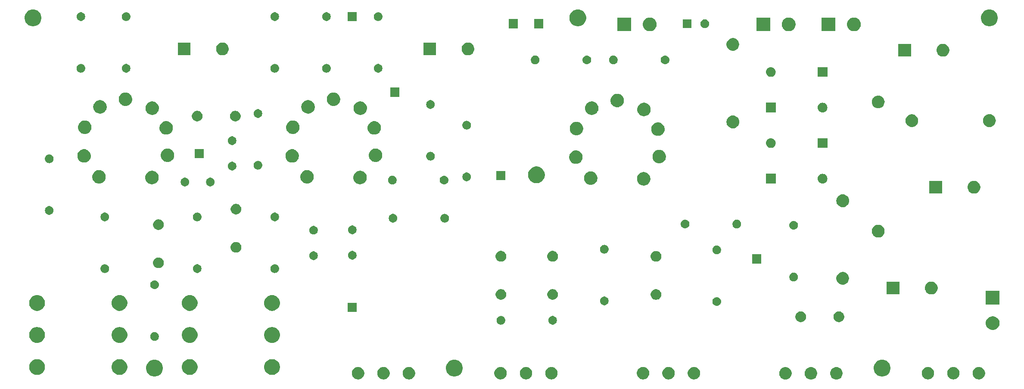
<source format=gts>
G04 #@! TF.GenerationSoftware,KiCad,Pcbnew,(5.1.4)-1*
G04 #@! TF.CreationDate,2019-12-19T09:44:08+01:00*
G04 #@! TF.ProjectId,JCM800,4a434d38-3030-42e6-9b69-6361645f7063,rev?*
G04 #@! TF.SameCoordinates,Original*
G04 #@! TF.FileFunction,Soldermask,Top*
G04 #@! TF.FilePolarity,Negative*
%FSLAX46Y46*%
G04 Gerber Fmt 4.6, Leading zero omitted, Abs format (unit mm)*
G04 Created by KiCad (PCBNEW (5.1.4)-1) date 2019-12-19 09:44:08*
%MOMM*%
%LPD*%
G04 APERTURE LIST*
%ADD10C,0.100000*%
G04 APERTURE END LIST*
D10*
G36*
X207135496Y-127325922D02*
G01*
X207256153Y-127349922D01*
X207348194Y-127388047D01*
X207478359Y-127441963D01*
X207678342Y-127575587D01*
X207848413Y-127745658D01*
X207982037Y-127945641D01*
X208035953Y-128075806D01*
X208064137Y-128143847D01*
X208074078Y-128167848D01*
X208121000Y-128403741D01*
X208121000Y-128644259D01*
X208074078Y-128880152D01*
X207982037Y-129102359D01*
X207848413Y-129302342D01*
X207678342Y-129472413D01*
X207478359Y-129606037D01*
X207348194Y-129659953D01*
X207256153Y-129698078D01*
X207140915Y-129721000D01*
X207020259Y-129745000D01*
X206779741Y-129745000D01*
X206659085Y-129721000D01*
X206543847Y-129698078D01*
X206451806Y-129659953D01*
X206321641Y-129606037D01*
X206121658Y-129472413D01*
X205951587Y-129302342D01*
X205817963Y-129102359D01*
X205725922Y-128880152D01*
X205679000Y-128644259D01*
X205679000Y-128403741D01*
X205725922Y-128167848D01*
X205735864Y-128143847D01*
X205764047Y-128075806D01*
X205817963Y-127945641D01*
X205951587Y-127745658D01*
X206121658Y-127575587D01*
X206321641Y-127441963D01*
X206451806Y-127388047D01*
X206543847Y-127349922D01*
X206664504Y-127325922D01*
X206779741Y-127303000D01*
X207020259Y-127303000D01*
X207135496Y-127325922D01*
X207135496Y-127325922D01*
G37*
G36*
X202135496Y-127325922D02*
G01*
X202256153Y-127349922D01*
X202348194Y-127388047D01*
X202478359Y-127441963D01*
X202678342Y-127575587D01*
X202848413Y-127745658D01*
X202982037Y-127945641D01*
X203035953Y-128075806D01*
X203064137Y-128143847D01*
X203074078Y-128167848D01*
X203121000Y-128403741D01*
X203121000Y-128644259D01*
X203074078Y-128880152D01*
X202982037Y-129102359D01*
X202848413Y-129302342D01*
X202678342Y-129472413D01*
X202478359Y-129606037D01*
X202348194Y-129659953D01*
X202256153Y-129698078D01*
X202140915Y-129721000D01*
X202020259Y-129745000D01*
X201779741Y-129745000D01*
X201659085Y-129721000D01*
X201543847Y-129698078D01*
X201451806Y-129659953D01*
X201321641Y-129606037D01*
X201121658Y-129472413D01*
X200951587Y-129302342D01*
X200817963Y-129102359D01*
X200725922Y-128880152D01*
X200679000Y-128644259D01*
X200679000Y-128403741D01*
X200725922Y-128167848D01*
X200735864Y-128143847D01*
X200764047Y-128075806D01*
X200817963Y-127945641D01*
X200951587Y-127745658D01*
X201121658Y-127575587D01*
X201321641Y-127441963D01*
X201451806Y-127388047D01*
X201543847Y-127349922D01*
X201664504Y-127325922D01*
X201779741Y-127303000D01*
X202020259Y-127303000D01*
X202135496Y-127325922D01*
X202135496Y-127325922D01*
G37*
G36*
X197135496Y-127325922D02*
G01*
X197256153Y-127349922D01*
X197348194Y-127388047D01*
X197478359Y-127441963D01*
X197678342Y-127575587D01*
X197848413Y-127745658D01*
X197982037Y-127945641D01*
X198035953Y-128075806D01*
X198064137Y-128143847D01*
X198074078Y-128167848D01*
X198121000Y-128403741D01*
X198121000Y-128644259D01*
X198074078Y-128880152D01*
X197982037Y-129102359D01*
X197848413Y-129302342D01*
X197678342Y-129472413D01*
X197478359Y-129606037D01*
X197348194Y-129659953D01*
X197256153Y-129698078D01*
X197140915Y-129721000D01*
X197020259Y-129745000D01*
X196779741Y-129745000D01*
X196659085Y-129721000D01*
X196543847Y-129698078D01*
X196451806Y-129659953D01*
X196321641Y-129606037D01*
X196121658Y-129472413D01*
X195951587Y-129302342D01*
X195817963Y-129102359D01*
X195725922Y-128880152D01*
X195679000Y-128644259D01*
X195679000Y-128403741D01*
X195725922Y-128167848D01*
X195735864Y-128143847D01*
X195764047Y-128075806D01*
X195817963Y-127945641D01*
X195951587Y-127745658D01*
X196121658Y-127575587D01*
X196321641Y-127441963D01*
X196451806Y-127388047D01*
X196543847Y-127349922D01*
X196664504Y-127325922D01*
X196779741Y-127303000D01*
X197020259Y-127303000D01*
X197135496Y-127325922D01*
X197135496Y-127325922D01*
G37*
G36*
X123256153Y-127325922D02*
G01*
X123348194Y-127364047D01*
X123478359Y-127417963D01*
X123678342Y-127551587D01*
X123848413Y-127721658D01*
X123982037Y-127921641D01*
X123991978Y-127945641D01*
X124074078Y-128143847D01*
X124121000Y-128379742D01*
X124121000Y-128620258D01*
X124074078Y-128856153D01*
X124035953Y-128948194D01*
X123982037Y-129078359D01*
X123848413Y-129278342D01*
X123678342Y-129448413D01*
X123478359Y-129582037D01*
X123348194Y-129635953D01*
X123256153Y-129674078D01*
X123138205Y-129697539D01*
X123020259Y-129721000D01*
X122779741Y-129721000D01*
X122661795Y-129697539D01*
X122543847Y-129674078D01*
X122451806Y-129635953D01*
X122321641Y-129582037D01*
X122121658Y-129448413D01*
X121951587Y-129278342D01*
X121817963Y-129078359D01*
X121764047Y-128948194D01*
X121725922Y-128856153D01*
X121679000Y-128620258D01*
X121679000Y-128379742D01*
X121725922Y-128143847D01*
X121808022Y-127945641D01*
X121817963Y-127921641D01*
X121951587Y-127721658D01*
X122121658Y-127551587D01*
X122321641Y-127417963D01*
X122451806Y-127364047D01*
X122543847Y-127325922D01*
X122779741Y-127279000D01*
X123020259Y-127279000D01*
X123256153Y-127325922D01*
X123256153Y-127325922D01*
G37*
G36*
X118256153Y-127325922D02*
G01*
X118348194Y-127364047D01*
X118478359Y-127417963D01*
X118678342Y-127551587D01*
X118848413Y-127721658D01*
X118982037Y-127921641D01*
X118991978Y-127945641D01*
X119074078Y-128143847D01*
X119121000Y-128379742D01*
X119121000Y-128620258D01*
X119074078Y-128856153D01*
X119035953Y-128948194D01*
X118982037Y-129078359D01*
X118848413Y-129278342D01*
X118678342Y-129448413D01*
X118478359Y-129582037D01*
X118348194Y-129635953D01*
X118256153Y-129674078D01*
X118138205Y-129697539D01*
X118020259Y-129721000D01*
X117779741Y-129721000D01*
X117661795Y-129697539D01*
X117543847Y-129674078D01*
X117451806Y-129635953D01*
X117321641Y-129582037D01*
X117121658Y-129448413D01*
X116951587Y-129278342D01*
X116817963Y-129078359D01*
X116764047Y-128948194D01*
X116725922Y-128856153D01*
X116679000Y-128620258D01*
X116679000Y-128379742D01*
X116725922Y-128143847D01*
X116808022Y-127945641D01*
X116817963Y-127921641D01*
X116951587Y-127721658D01*
X117121658Y-127551587D01*
X117321641Y-127417963D01*
X117451806Y-127364047D01*
X117543847Y-127325922D01*
X117779741Y-127279000D01*
X118020259Y-127279000D01*
X118256153Y-127325922D01*
X118256153Y-127325922D01*
G37*
G36*
X113256153Y-127325922D02*
G01*
X113348194Y-127364047D01*
X113478359Y-127417963D01*
X113678342Y-127551587D01*
X113848413Y-127721658D01*
X113982037Y-127921641D01*
X113991978Y-127945641D01*
X114074078Y-128143847D01*
X114121000Y-128379742D01*
X114121000Y-128620258D01*
X114074078Y-128856153D01*
X114035953Y-128948194D01*
X113982037Y-129078359D01*
X113848413Y-129278342D01*
X113678342Y-129448413D01*
X113478359Y-129582037D01*
X113348194Y-129635953D01*
X113256153Y-129674078D01*
X113138205Y-129697539D01*
X113020259Y-129721000D01*
X112779741Y-129721000D01*
X112661795Y-129697539D01*
X112543847Y-129674078D01*
X112451806Y-129635953D01*
X112321641Y-129582037D01*
X112121658Y-129448413D01*
X111951587Y-129278342D01*
X111817963Y-129078359D01*
X111764047Y-128948194D01*
X111725922Y-128856153D01*
X111679000Y-128620258D01*
X111679000Y-128379742D01*
X111725922Y-128143847D01*
X111808022Y-127945641D01*
X111817963Y-127921641D01*
X111951587Y-127721658D01*
X112121658Y-127551587D01*
X112321641Y-127417963D01*
X112451806Y-127364047D01*
X112543847Y-127325922D01*
X112779741Y-127279000D01*
X113020259Y-127279000D01*
X113256153Y-127325922D01*
X113256153Y-127325922D01*
G37*
G36*
X235256153Y-127325922D02*
G01*
X235348194Y-127364047D01*
X235478359Y-127417963D01*
X235678342Y-127551587D01*
X235848413Y-127721658D01*
X235982037Y-127921641D01*
X235991978Y-127945641D01*
X236074078Y-128143847D01*
X236121000Y-128379742D01*
X236121000Y-128620258D01*
X236074078Y-128856153D01*
X236035953Y-128948194D01*
X235982037Y-129078359D01*
X235848413Y-129278342D01*
X235678342Y-129448413D01*
X235478359Y-129582037D01*
X235348194Y-129635953D01*
X235256153Y-129674078D01*
X235138205Y-129697539D01*
X235020259Y-129721000D01*
X234779741Y-129721000D01*
X234661795Y-129697539D01*
X234543847Y-129674078D01*
X234451806Y-129635953D01*
X234321641Y-129582037D01*
X234121658Y-129448413D01*
X233951587Y-129278342D01*
X233817963Y-129078359D01*
X233764047Y-128948194D01*
X233725922Y-128856153D01*
X233679000Y-128620258D01*
X233679000Y-128379742D01*
X233725922Y-128143847D01*
X233808022Y-127945641D01*
X233817963Y-127921641D01*
X233951587Y-127721658D01*
X234121658Y-127551587D01*
X234321641Y-127417963D01*
X234451806Y-127364047D01*
X234543847Y-127325922D01*
X234779741Y-127279000D01*
X235020259Y-127279000D01*
X235256153Y-127325922D01*
X235256153Y-127325922D01*
G37*
G36*
X179266153Y-127325922D02*
G01*
X179358194Y-127364047D01*
X179488359Y-127417963D01*
X179688342Y-127551587D01*
X179858413Y-127721658D01*
X179992037Y-127921641D01*
X180001978Y-127945641D01*
X180084078Y-128143847D01*
X180131000Y-128379742D01*
X180131000Y-128620258D01*
X180084078Y-128856153D01*
X180045953Y-128948194D01*
X179992037Y-129078359D01*
X179858413Y-129278342D01*
X179688342Y-129448413D01*
X179488359Y-129582037D01*
X179358194Y-129635953D01*
X179266153Y-129674078D01*
X179148205Y-129697539D01*
X179030259Y-129721000D01*
X178789741Y-129721000D01*
X178671795Y-129697539D01*
X178553847Y-129674078D01*
X178461806Y-129635953D01*
X178331641Y-129582037D01*
X178131658Y-129448413D01*
X177961587Y-129278342D01*
X177827963Y-129078359D01*
X177774047Y-128948194D01*
X177735922Y-128856153D01*
X177689000Y-128620258D01*
X177689000Y-128379742D01*
X177735922Y-128143847D01*
X177818022Y-127945641D01*
X177827963Y-127921641D01*
X177961587Y-127721658D01*
X178131658Y-127551587D01*
X178331641Y-127417963D01*
X178461806Y-127364047D01*
X178553847Y-127325922D01*
X178789741Y-127279000D01*
X179030259Y-127279000D01*
X179266153Y-127325922D01*
X179266153Y-127325922D01*
G37*
G36*
X174266153Y-127325922D02*
G01*
X174358194Y-127364047D01*
X174488359Y-127417963D01*
X174688342Y-127551587D01*
X174858413Y-127721658D01*
X174992037Y-127921641D01*
X175001978Y-127945641D01*
X175084078Y-128143847D01*
X175131000Y-128379742D01*
X175131000Y-128620258D01*
X175084078Y-128856153D01*
X175045953Y-128948194D01*
X174992037Y-129078359D01*
X174858413Y-129278342D01*
X174688342Y-129448413D01*
X174488359Y-129582037D01*
X174358194Y-129635953D01*
X174266153Y-129674078D01*
X174148205Y-129697539D01*
X174030259Y-129721000D01*
X173789741Y-129721000D01*
X173671795Y-129697539D01*
X173553847Y-129674078D01*
X173461806Y-129635953D01*
X173331641Y-129582037D01*
X173131658Y-129448413D01*
X172961587Y-129278342D01*
X172827963Y-129078359D01*
X172774047Y-128948194D01*
X172735922Y-128856153D01*
X172689000Y-128620258D01*
X172689000Y-128379742D01*
X172735922Y-128143847D01*
X172818022Y-127945641D01*
X172827963Y-127921641D01*
X172961587Y-127721658D01*
X173131658Y-127551587D01*
X173331641Y-127417963D01*
X173461806Y-127364047D01*
X173553847Y-127325922D01*
X173789741Y-127279000D01*
X174030259Y-127279000D01*
X174266153Y-127325922D01*
X174266153Y-127325922D01*
G37*
G36*
X141256153Y-127325922D02*
G01*
X141348194Y-127364047D01*
X141478359Y-127417963D01*
X141678342Y-127551587D01*
X141848413Y-127721658D01*
X141982037Y-127921641D01*
X141991978Y-127945641D01*
X142074078Y-128143847D01*
X142121000Y-128379742D01*
X142121000Y-128620258D01*
X142074078Y-128856153D01*
X142035953Y-128948194D01*
X141982037Y-129078359D01*
X141848413Y-129278342D01*
X141678342Y-129448413D01*
X141478359Y-129582037D01*
X141348194Y-129635953D01*
X141256153Y-129674078D01*
X141138205Y-129697539D01*
X141020259Y-129721000D01*
X140779741Y-129721000D01*
X140661795Y-129697539D01*
X140543847Y-129674078D01*
X140451806Y-129635953D01*
X140321641Y-129582037D01*
X140121658Y-129448413D01*
X139951587Y-129278342D01*
X139817963Y-129078359D01*
X139764047Y-128948194D01*
X139725922Y-128856153D01*
X139679000Y-128620258D01*
X139679000Y-128379742D01*
X139725922Y-128143847D01*
X139808022Y-127945641D01*
X139817963Y-127921641D01*
X139951587Y-127721658D01*
X140121658Y-127551587D01*
X140321641Y-127417963D01*
X140451806Y-127364047D01*
X140543847Y-127325922D01*
X140779741Y-127279000D01*
X141020259Y-127279000D01*
X141256153Y-127325922D01*
X141256153Y-127325922D01*
G37*
G36*
X169266153Y-127325922D02*
G01*
X169358194Y-127364047D01*
X169488359Y-127417963D01*
X169688342Y-127551587D01*
X169858413Y-127721658D01*
X169992037Y-127921641D01*
X170001978Y-127945641D01*
X170084078Y-128143847D01*
X170131000Y-128379742D01*
X170131000Y-128620258D01*
X170084078Y-128856153D01*
X170045953Y-128948194D01*
X169992037Y-129078359D01*
X169858413Y-129278342D01*
X169688342Y-129448413D01*
X169488359Y-129582037D01*
X169358194Y-129635953D01*
X169266153Y-129674078D01*
X169148205Y-129697539D01*
X169030259Y-129721000D01*
X168789741Y-129721000D01*
X168671795Y-129697539D01*
X168553847Y-129674078D01*
X168461806Y-129635953D01*
X168331641Y-129582037D01*
X168131658Y-129448413D01*
X167961587Y-129278342D01*
X167827963Y-129078359D01*
X167774047Y-128948194D01*
X167735922Y-128856153D01*
X167689000Y-128620258D01*
X167689000Y-128379742D01*
X167735922Y-128143847D01*
X167818022Y-127945641D01*
X167827963Y-127921641D01*
X167961587Y-127721658D01*
X168131658Y-127551587D01*
X168331641Y-127417963D01*
X168461806Y-127364047D01*
X168553847Y-127325922D01*
X168789741Y-127279000D01*
X169030259Y-127279000D01*
X169266153Y-127325922D01*
X169266153Y-127325922D01*
G37*
G36*
X230256153Y-127325922D02*
G01*
X230348194Y-127364047D01*
X230478359Y-127417963D01*
X230678342Y-127551587D01*
X230848413Y-127721658D01*
X230982037Y-127921641D01*
X230991978Y-127945641D01*
X231074078Y-128143847D01*
X231121000Y-128379742D01*
X231121000Y-128620258D01*
X231074078Y-128856153D01*
X231035953Y-128948194D01*
X230982037Y-129078359D01*
X230848413Y-129278342D01*
X230678342Y-129448413D01*
X230478359Y-129582037D01*
X230348194Y-129635953D01*
X230256153Y-129674078D01*
X230138205Y-129697539D01*
X230020259Y-129721000D01*
X229779741Y-129721000D01*
X229661795Y-129697539D01*
X229543847Y-129674078D01*
X229451806Y-129635953D01*
X229321641Y-129582037D01*
X229121658Y-129448413D01*
X228951587Y-129278342D01*
X228817963Y-129078359D01*
X228764047Y-128948194D01*
X228725922Y-128856153D01*
X228679000Y-128620258D01*
X228679000Y-128379742D01*
X228725922Y-128143847D01*
X228808022Y-127945641D01*
X228817963Y-127921641D01*
X228951587Y-127721658D01*
X229121658Y-127551587D01*
X229321641Y-127417963D01*
X229451806Y-127364047D01*
X229543847Y-127325922D01*
X229779741Y-127279000D01*
X230020259Y-127279000D01*
X230256153Y-127325922D01*
X230256153Y-127325922D01*
G37*
G36*
X225256153Y-127325922D02*
G01*
X225348194Y-127364047D01*
X225478359Y-127417963D01*
X225678342Y-127551587D01*
X225848413Y-127721658D01*
X225982037Y-127921641D01*
X225991978Y-127945641D01*
X226074078Y-128143847D01*
X226121000Y-128379742D01*
X226121000Y-128620258D01*
X226074078Y-128856153D01*
X226035953Y-128948194D01*
X225982037Y-129078359D01*
X225848413Y-129278342D01*
X225678342Y-129448413D01*
X225478359Y-129582037D01*
X225348194Y-129635953D01*
X225256153Y-129674078D01*
X225138205Y-129697539D01*
X225020259Y-129721000D01*
X224779741Y-129721000D01*
X224661795Y-129697539D01*
X224543847Y-129674078D01*
X224451806Y-129635953D01*
X224321641Y-129582037D01*
X224121658Y-129448413D01*
X223951587Y-129278342D01*
X223817963Y-129078359D01*
X223764047Y-128948194D01*
X223725922Y-128856153D01*
X223679000Y-128620258D01*
X223679000Y-128379742D01*
X223725922Y-128143847D01*
X223808022Y-127945641D01*
X223817963Y-127921641D01*
X223951587Y-127721658D01*
X224121658Y-127551587D01*
X224321641Y-127417963D01*
X224451806Y-127364047D01*
X224543847Y-127325922D01*
X224779741Y-127279000D01*
X225020259Y-127279000D01*
X225256153Y-127325922D01*
X225256153Y-127325922D01*
G37*
G36*
X151256153Y-127325922D02*
G01*
X151348194Y-127364047D01*
X151478359Y-127417963D01*
X151678342Y-127551587D01*
X151848413Y-127721658D01*
X151982037Y-127921641D01*
X151991978Y-127945641D01*
X152074078Y-128143847D01*
X152121000Y-128379742D01*
X152121000Y-128620258D01*
X152074078Y-128856153D01*
X152035953Y-128948194D01*
X151982037Y-129078359D01*
X151848413Y-129278342D01*
X151678342Y-129448413D01*
X151478359Y-129582037D01*
X151348194Y-129635953D01*
X151256153Y-129674078D01*
X151138205Y-129697539D01*
X151020259Y-129721000D01*
X150779741Y-129721000D01*
X150661795Y-129697539D01*
X150543847Y-129674078D01*
X150451806Y-129635953D01*
X150321641Y-129582037D01*
X150121658Y-129448413D01*
X149951587Y-129278342D01*
X149817963Y-129078359D01*
X149764047Y-128948194D01*
X149725922Y-128856153D01*
X149679000Y-128620258D01*
X149679000Y-128379742D01*
X149725922Y-128143847D01*
X149808022Y-127945641D01*
X149817963Y-127921641D01*
X149951587Y-127721658D01*
X150121658Y-127551587D01*
X150321641Y-127417963D01*
X150451806Y-127364047D01*
X150543847Y-127325922D01*
X150779741Y-127279000D01*
X151020259Y-127279000D01*
X151256153Y-127325922D01*
X151256153Y-127325922D01*
G37*
G36*
X146256153Y-127325922D02*
G01*
X146348194Y-127364047D01*
X146478359Y-127417963D01*
X146678342Y-127551587D01*
X146848413Y-127721658D01*
X146982037Y-127921641D01*
X146991978Y-127945641D01*
X147074078Y-128143847D01*
X147121000Y-128379742D01*
X147121000Y-128620258D01*
X147074078Y-128856153D01*
X147035953Y-128948194D01*
X146982037Y-129078359D01*
X146848413Y-129278342D01*
X146678342Y-129448413D01*
X146478359Y-129582037D01*
X146348194Y-129635953D01*
X146256153Y-129674078D01*
X146138205Y-129697539D01*
X146020259Y-129721000D01*
X145779741Y-129721000D01*
X145661795Y-129697539D01*
X145543847Y-129674078D01*
X145451806Y-129635953D01*
X145321641Y-129582037D01*
X145121658Y-129448413D01*
X144951587Y-129278342D01*
X144817963Y-129078359D01*
X144764047Y-128948194D01*
X144725922Y-128856153D01*
X144679000Y-128620258D01*
X144679000Y-128379742D01*
X144725922Y-128143847D01*
X144808022Y-127945641D01*
X144817963Y-127921641D01*
X144951587Y-127721658D01*
X145121658Y-127551587D01*
X145321641Y-127417963D01*
X145451806Y-127364047D01*
X145543847Y-127325922D01*
X145779741Y-127279000D01*
X146020259Y-127279000D01*
X146256153Y-127325922D01*
X146256153Y-127325922D01*
G37*
G36*
X132201256Y-125899298D02*
G01*
X132307579Y-125920447D01*
X132608042Y-126044903D01*
X132878451Y-126225585D01*
X133108415Y-126455549D01*
X133108416Y-126455551D01*
X133289098Y-126725960D01*
X133413553Y-127026422D01*
X133473128Y-127325922D01*
X133477000Y-127345391D01*
X133477000Y-127670609D01*
X133413553Y-127989579D01*
X133289097Y-128290042D01*
X133108415Y-128560451D01*
X132878451Y-128790415D01*
X132608042Y-128971097D01*
X132307579Y-129095553D01*
X132201256Y-129116702D01*
X131988611Y-129159000D01*
X131663389Y-129159000D01*
X131450744Y-129116702D01*
X131344421Y-129095553D01*
X131043958Y-128971097D01*
X130773549Y-128790415D01*
X130543585Y-128560451D01*
X130362903Y-128290042D01*
X130238447Y-127989579D01*
X130175000Y-127670609D01*
X130175000Y-127345391D01*
X130178873Y-127325922D01*
X130238447Y-127026422D01*
X130362902Y-126725960D01*
X130543584Y-126455551D01*
X130543585Y-126455549D01*
X130773549Y-126225585D01*
X131043958Y-126044903D01*
X131344421Y-125920447D01*
X131450744Y-125899298D01*
X131663389Y-125857000D01*
X131988611Y-125857000D01*
X132201256Y-125899298D01*
X132201256Y-125899298D01*
G37*
G36*
X216275256Y-125899298D02*
G01*
X216381579Y-125920447D01*
X216682042Y-126044903D01*
X216952451Y-126225585D01*
X217182415Y-126455549D01*
X217182416Y-126455551D01*
X217363098Y-126725960D01*
X217487553Y-127026422D01*
X217547128Y-127325922D01*
X217551000Y-127345391D01*
X217551000Y-127670609D01*
X217487553Y-127989579D01*
X217363097Y-128290042D01*
X217182415Y-128560451D01*
X216952451Y-128790415D01*
X216682042Y-128971097D01*
X216381579Y-129095553D01*
X216275256Y-129116702D01*
X216062611Y-129159000D01*
X215737389Y-129159000D01*
X215524744Y-129116702D01*
X215418421Y-129095553D01*
X215117958Y-128971097D01*
X214847549Y-128790415D01*
X214617585Y-128560451D01*
X214436903Y-128290042D01*
X214312447Y-127989579D01*
X214249000Y-127670609D01*
X214249000Y-127345391D01*
X214252873Y-127325922D01*
X214312447Y-127026422D01*
X214436902Y-126725960D01*
X214617584Y-126455551D01*
X214617585Y-126455549D01*
X214847549Y-126225585D01*
X215117958Y-126044903D01*
X215418421Y-125920447D01*
X215524744Y-125899298D01*
X215737389Y-125857000D01*
X216062611Y-125857000D01*
X216275256Y-125899298D01*
X216275256Y-125899298D01*
G37*
G36*
X73273256Y-125899298D02*
G01*
X73379579Y-125920447D01*
X73680042Y-126044903D01*
X73950451Y-126225585D01*
X74180415Y-126455549D01*
X74180416Y-126455551D01*
X74361098Y-126725960D01*
X74485553Y-127026422D01*
X74545128Y-127325922D01*
X74549000Y-127345391D01*
X74549000Y-127670609D01*
X74485553Y-127989579D01*
X74361097Y-128290042D01*
X74180415Y-128560451D01*
X73950451Y-128790415D01*
X73680042Y-128971097D01*
X73379579Y-129095553D01*
X73273256Y-129116702D01*
X73060611Y-129159000D01*
X72735389Y-129159000D01*
X72522744Y-129116702D01*
X72416421Y-129095553D01*
X72115958Y-128971097D01*
X71845549Y-128790415D01*
X71615585Y-128560451D01*
X71434903Y-128290042D01*
X71310447Y-127989579D01*
X71247000Y-127670609D01*
X71247000Y-127345391D01*
X71250873Y-127325922D01*
X71310447Y-127026422D01*
X71434902Y-126725960D01*
X71615584Y-126455551D01*
X71615585Y-126455549D01*
X71845549Y-126225585D01*
X72115958Y-126044903D01*
X72416421Y-125920447D01*
X72522744Y-125899298D01*
X72735389Y-125857000D01*
X73060611Y-125857000D01*
X73273256Y-125899298D01*
X73273256Y-125899298D01*
G37*
G36*
X66302585Y-125778802D02*
G01*
X66452410Y-125808604D01*
X66734674Y-125925521D01*
X66988705Y-126095259D01*
X67204741Y-126311295D01*
X67374479Y-126565326D01*
X67491396Y-126847590D01*
X67551000Y-127147240D01*
X67551000Y-127452760D01*
X67491396Y-127752410D01*
X67374479Y-128034674D01*
X67204741Y-128288705D01*
X66988705Y-128504741D01*
X66734674Y-128674479D01*
X66452410Y-128791396D01*
X66302585Y-128821198D01*
X66152761Y-128851000D01*
X65847239Y-128851000D01*
X65697415Y-128821198D01*
X65547590Y-128791396D01*
X65265326Y-128674479D01*
X65011295Y-128504741D01*
X64795259Y-128288705D01*
X64625521Y-128034674D01*
X64508604Y-127752410D01*
X64449000Y-127452760D01*
X64449000Y-127147240D01*
X64508604Y-126847590D01*
X64625521Y-126565326D01*
X64795259Y-126311295D01*
X65011295Y-126095259D01*
X65265326Y-125925521D01*
X65547590Y-125808604D01*
X65697415Y-125778802D01*
X65847239Y-125749000D01*
X66152761Y-125749000D01*
X66302585Y-125778802D01*
X66302585Y-125778802D01*
G37*
G36*
X50102585Y-125778802D02*
G01*
X50252410Y-125808604D01*
X50534674Y-125925521D01*
X50788705Y-126095259D01*
X51004741Y-126311295D01*
X51174479Y-126565326D01*
X51291396Y-126847590D01*
X51351000Y-127147240D01*
X51351000Y-127452760D01*
X51291396Y-127752410D01*
X51174479Y-128034674D01*
X51004741Y-128288705D01*
X50788705Y-128504741D01*
X50534674Y-128674479D01*
X50252410Y-128791396D01*
X50102585Y-128821198D01*
X49952761Y-128851000D01*
X49647239Y-128851000D01*
X49497415Y-128821198D01*
X49347590Y-128791396D01*
X49065326Y-128674479D01*
X48811295Y-128504741D01*
X48595259Y-128288705D01*
X48425521Y-128034674D01*
X48308604Y-127752410D01*
X48249000Y-127452760D01*
X48249000Y-127147240D01*
X48308604Y-126847590D01*
X48425521Y-126565326D01*
X48595259Y-126311295D01*
X48811295Y-126095259D01*
X49065326Y-125925521D01*
X49347590Y-125808604D01*
X49497415Y-125778802D01*
X49647239Y-125749000D01*
X49952761Y-125749000D01*
X50102585Y-125778802D01*
X50102585Y-125778802D01*
G37*
G36*
X80102585Y-125778802D02*
G01*
X80252410Y-125808604D01*
X80534674Y-125925521D01*
X80788705Y-126095259D01*
X81004741Y-126311295D01*
X81174479Y-126565326D01*
X81291396Y-126847590D01*
X81351000Y-127147240D01*
X81351000Y-127452760D01*
X81291396Y-127752410D01*
X81174479Y-128034674D01*
X81004741Y-128288705D01*
X80788705Y-128504741D01*
X80534674Y-128674479D01*
X80252410Y-128791396D01*
X80102585Y-128821198D01*
X79952761Y-128851000D01*
X79647239Y-128851000D01*
X79497415Y-128821198D01*
X79347590Y-128791396D01*
X79065326Y-128674479D01*
X78811295Y-128504741D01*
X78595259Y-128288705D01*
X78425521Y-128034674D01*
X78308604Y-127752410D01*
X78249000Y-127452760D01*
X78249000Y-127147240D01*
X78308604Y-126847590D01*
X78425521Y-126565326D01*
X78595259Y-126311295D01*
X78811295Y-126095259D01*
X79065326Y-125925521D01*
X79347590Y-125808604D01*
X79497415Y-125778802D01*
X79647239Y-125749000D01*
X79952761Y-125749000D01*
X80102585Y-125778802D01*
X80102585Y-125778802D01*
G37*
G36*
X96302585Y-125778802D02*
G01*
X96452410Y-125808604D01*
X96734674Y-125925521D01*
X96988705Y-126095259D01*
X97204741Y-126311295D01*
X97374479Y-126565326D01*
X97491396Y-126847590D01*
X97551000Y-127147240D01*
X97551000Y-127452760D01*
X97491396Y-127752410D01*
X97374479Y-128034674D01*
X97204741Y-128288705D01*
X96988705Y-128504741D01*
X96734674Y-128674479D01*
X96452410Y-128791396D01*
X96302585Y-128821198D01*
X96152761Y-128851000D01*
X95847239Y-128851000D01*
X95697415Y-128821198D01*
X95547590Y-128791396D01*
X95265326Y-128674479D01*
X95011295Y-128504741D01*
X94795259Y-128288705D01*
X94625521Y-128034674D01*
X94508604Y-127752410D01*
X94449000Y-127452760D01*
X94449000Y-127147240D01*
X94508604Y-126847590D01*
X94625521Y-126565326D01*
X94795259Y-126311295D01*
X95011295Y-126095259D01*
X95265326Y-125925521D01*
X95547590Y-125808604D01*
X95697415Y-125778802D01*
X95847239Y-125749000D01*
X96152761Y-125749000D01*
X96302585Y-125778802D01*
X96302585Y-125778802D01*
G37*
G36*
X80102585Y-119478802D02*
G01*
X80252410Y-119508604D01*
X80534674Y-119625521D01*
X80788705Y-119795259D01*
X81004741Y-120011295D01*
X81174479Y-120265326D01*
X81291396Y-120547590D01*
X81351000Y-120847240D01*
X81351000Y-121152760D01*
X81291396Y-121452410D01*
X81174479Y-121734674D01*
X81004741Y-121988705D01*
X80788705Y-122204741D01*
X80534674Y-122374479D01*
X80252410Y-122491396D01*
X80102585Y-122521198D01*
X79952761Y-122551000D01*
X79647239Y-122551000D01*
X79497415Y-122521198D01*
X79347590Y-122491396D01*
X79065326Y-122374479D01*
X78811295Y-122204741D01*
X78595259Y-121988705D01*
X78425521Y-121734674D01*
X78308604Y-121452410D01*
X78249000Y-121152760D01*
X78249000Y-120847240D01*
X78308604Y-120547590D01*
X78425521Y-120265326D01*
X78595259Y-120011295D01*
X78811295Y-119795259D01*
X79065326Y-119625521D01*
X79347590Y-119508604D01*
X79497415Y-119478802D01*
X79647239Y-119449000D01*
X79952761Y-119449000D01*
X80102585Y-119478802D01*
X80102585Y-119478802D01*
G37*
G36*
X66302585Y-119478802D02*
G01*
X66452410Y-119508604D01*
X66734674Y-119625521D01*
X66988705Y-119795259D01*
X67204741Y-120011295D01*
X67374479Y-120265326D01*
X67491396Y-120547590D01*
X67551000Y-120847240D01*
X67551000Y-121152760D01*
X67491396Y-121452410D01*
X67374479Y-121734674D01*
X67204741Y-121988705D01*
X66988705Y-122204741D01*
X66734674Y-122374479D01*
X66452410Y-122491396D01*
X66302585Y-122521198D01*
X66152761Y-122551000D01*
X65847239Y-122551000D01*
X65697415Y-122521198D01*
X65547590Y-122491396D01*
X65265326Y-122374479D01*
X65011295Y-122204741D01*
X64795259Y-121988705D01*
X64625521Y-121734674D01*
X64508604Y-121452410D01*
X64449000Y-121152760D01*
X64449000Y-120847240D01*
X64508604Y-120547590D01*
X64625521Y-120265326D01*
X64795259Y-120011295D01*
X65011295Y-119795259D01*
X65265326Y-119625521D01*
X65547590Y-119508604D01*
X65697415Y-119478802D01*
X65847239Y-119449000D01*
X66152761Y-119449000D01*
X66302585Y-119478802D01*
X66302585Y-119478802D01*
G37*
G36*
X50102585Y-119478802D02*
G01*
X50252410Y-119508604D01*
X50534674Y-119625521D01*
X50788705Y-119795259D01*
X51004741Y-120011295D01*
X51174479Y-120265326D01*
X51291396Y-120547590D01*
X51351000Y-120847240D01*
X51351000Y-121152760D01*
X51291396Y-121452410D01*
X51174479Y-121734674D01*
X51004741Y-121988705D01*
X50788705Y-122204741D01*
X50534674Y-122374479D01*
X50252410Y-122491396D01*
X50102585Y-122521198D01*
X49952761Y-122551000D01*
X49647239Y-122551000D01*
X49497415Y-122521198D01*
X49347590Y-122491396D01*
X49065326Y-122374479D01*
X48811295Y-122204741D01*
X48595259Y-121988705D01*
X48425521Y-121734674D01*
X48308604Y-121452410D01*
X48249000Y-121152760D01*
X48249000Y-120847240D01*
X48308604Y-120547590D01*
X48425521Y-120265326D01*
X48595259Y-120011295D01*
X48811295Y-119795259D01*
X49065326Y-119625521D01*
X49347590Y-119508604D01*
X49497415Y-119478802D01*
X49647239Y-119449000D01*
X49952761Y-119449000D01*
X50102585Y-119478802D01*
X50102585Y-119478802D01*
G37*
G36*
X96302585Y-119478802D02*
G01*
X96452410Y-119508604D01*
X96734674Y-119625521D01*
X96988705Y-119795259D01*
X97204741Y-120011295D01*
X97374479Y-120265326D01*
X97491396Y-120547590D01*
X97551000Y-120847240D01*
X97551000Y-121152760D01*
X97491396Y-121452410D01*
X97374479Y-121734674D01*
X97204741Y-121988705D01*
X96988705Y-122204741D01*
X96734674Y-122374479D01*
X96452410Y-122491396D01*
X96302585Y-122521198D01*
X96152761Y-122551000D01*
X95847239Y-122551000D01*
X95697415Y-122521198D01*
X95547590Y-122491396D01*
X95265326Y-122374479D01*
X95011295Y-122204741D01*
X94795259Y-121988705D01*
X94625521Y-121734674D01*
X94508604Y-121452410D01*
X94449000Y-121152760D01*
X94449000Y-120847240D01*
X94508604Y-120547590D01*
X94625521Y-120265326D01*
X94795259Y-120011295D01*
X95011295Y-119795259D01*
X95265326Y-119625521D01*
X95547590Y-119508604D01*
X95697415Y-119478802D01*
X95847239Y-119449000D01*
X96152761Y-119449000D01*
X96302585Y-119478802D01*
X96302585Y-119478802D01*
G37*
G36*
X73146228Y-120466703D02*
G01*
X73301100Y-120530853D01*
X73440481Y-120623985D01*
X73559015Y-120742519D01*
X73652147Y-120881900D01*
X73716297Y-121036772D01*
X73749000Y-121201184D01*
X73749000Y-121368816D01*
X73716297Y-121533228D01*
X73652147Y-121688100D01*
X73559015Y-121827481D01*
X73440481Y-121946015D01*
X73301100Y-122039147D01*
X73146228Y-122103297D01*
X72981816Y-122136000D01*
X72814184Y-122136000D01*
X72649772Y-122103297D01*
X72494900Y-122039147D01*
X72355519Y-121946015D01*
X72236985Y-121827481D01*
X72143853Y-121688100D01*
X72079703Y-121533228D01*
X72047000Y-121368816D01*
X72047000Y-121201184D01*
X72079703Y-121036772D01*
X72143853Y-120881900D01*
X72236985Y-120742519D01*
X72355519Y-120623985D01*
X72494900Y-120530853D01*
X72649772Y-120466703D01*
X72814184Y-120434000D01*
X72981816Y-120434000D01*
X73146228Y-120466703D01*
X73146228Y-120466703D01*
G37*
G36*
X238011072Y-117365918D02*
G01*
X238211615Y-117448985D01*
X238256939Y-117467759D01*
X238313184Y-117505341D01*
X238478211Y-117615609D01*
X238666391Y-117803789D01*
X238814242Y-118025063D01*
X238916082Y-118270928D01*
X238968000Y-118531937D01*
X238968000Y-118798063D01*
X238916082Y-119059072D01*
X238814242Y-119304937D01*
X238678156Y-119508604D01*
X238666390Y-119526212D01*
X238478212Y-119714390D01*
X238256939Y-119862241D01*
X238256938Y-119862242D01*
X238256937Y-119862242D01*
X238011072Y-119964082D01*
X237750063Y-120016000D01*
X237483937Y-120016000D01*
X237222928Y-119964082D01*
X236977063Y-119862242D01*
X236977062Y-119862242D01*
X236977061Y-119862241D01*
X236755788Y-119714390D01*
X236567610Y-119526212D01*
X236555845Y-119508604D01*
X236419758Y-119304937D01*
X236317918Y-119059072D01*
X236266000Y-118798063D01*
X236266000Y-118531937D01*
X236317918Y-118270928D01*
X236419758Y-118025063D01*
X236567609Y-117803789D01*
X236755789Y-117615609D01*
X236920816Y-117505341D01*
X236977061Y-117467759D01*
X237022386Y-117448985D01*
X237222928Y-117365918D01*
X237483937Y-117314000D01*
X237750063Y-117314000D01*
X238011072Y-117365918D01*
X238011072Y-117365918D01*
G37*
G36*
X151378228Y-117291703D02*
G01*
X151533100Y-117355853D01*
X151672481Y-117448985D01*
X151791015Y-117567519D01*
X151884147Y-117706900D01*
X151948297Y-117861772D01*
X151981000Y-118026184D01*
X151981000Y-118193816D01*
X151948297Y-118358228D01*
X151884147Y-118513100D01*
X151791015Y-118652481D01*
X151672481Y-118771015D01*
X151533100Y-118864147D01*
X151378228Y-118928297D01*
X151213816Y-118961000D01*
X151046184Y-118961000D01*
X150881772Y-118928297D01*
X150726900Y-118864147D01*
X150587519Y-118771015D01*
X150468985Y-118652481D01*
X150375853Y-118513100D01*
X150311703Y-118358228D01*
X150279000Y-118193816D01*
X150279000Y-118026184D01*
X150311703Y-117861772D01*
X150375853Y-117706900D01*
X150468985Y-117567519D01*
X150587519Y-117448985D01*
X150726900Y-117355853D01*
X150881772Y-117291703D01*
X151046184Y-117259000D01*
X151213816Y-117259000D01*
X151378228Y-117291703D01*
X151378228Y-117291703D01*
G37*
G36*
X141136823Y-117271313D02*
G01*
X141267380Y-117310917D01*
X141282306Y-117315445D01*
X141297242Y-117319976D01*
X141364361Y-117355852D01*
X141445078Y-117398996D01*
X141574659Y-117505341D01*
X141681004Y-117634922D01*
X141681005Y-117634924D01*
X141760024Y-117782758D01*
X141808687Y-117943177D01*
X141825117Y-118110000D01*
X141808687Y-118276823D01*
X141760024Y-118437242D01*
X141719477Y-118513100D01*
X141681004Y-118585078D01*
X141574659Y-118714659D01*
X141445078Y-118821004D01*
X141445076Y-118821005D01*
X141297242Y-118900024D01*
X141136823Y-118948687D01*
X141011804Y-118961000D01*
X140928196Y-118961000D01*
X140803177Y-118948687D01*
X140642758Y-118900024D01*
X140494924Y-118821005D01*
X140494922Y-118821004D01*
X140365341Y-118714659D01*
X140258996Y-118585078D01*
X140220523Y-118513100D01*
X140179976Y-118437242D01*
X140131313Y-118276823D01*
X140114883Y-118110000D01*
X140131313Y-117943177D01*
X140179976Y-117782758D01*
X140258995Y-117634924D01*
X140258996Y-117634922D01*
X140365341Y-117505341D01*
X140494922Y-117398996D01*
X140575639Y-117355852D01*
X140642758Y-117319976D01*
X140657695Y-117315445D01*
X140672620Y-117310917D01*
X140803177Y-117271313D01*
X140928196Y-117259000D01*
X141011804Y-117259000D01*
X141136823Y-117271313D01*
X141136823Y-117271313D01*
G37*
G36*
X207704564Y-116408348D02*
G01*
X207895833Y-116487574D01*
X207895835Y-116487575D01*
X208067973Y-116602594D01*
X208214365Y-116748986D01*
X208329385Y-116921126D01*
X208408611Y-117112395D01*
X208449000Y-117315443D01*
X208449000Y-117522475D01*
X208408611Y-117725523D01*
X208376192Y-117803789D01*
X208329384Y-117916794D01*
X208214365Y-118088932D01*
X208067973Y-118235324D01*
X207895835Y-118350343D01*
X207895834Y-118350344D01*
X207895833Y-118350344D01*
X207704564Y-118429570D01*
X207501516Y-118469959D01*
X207294484Y-118469959D01*
X207091436Y-118429570D01*
X206900167Y-118350344D01*
X206900166Y-118350344D01*
X206900165Y-118350343D01*
X206728027Y-118235324D01*
X206581635Y-118088932D01*
X206466616Y-117916794D01*
X206419808Y-117803789D01*
X206387389Y-117725523D01*
X206347000Y-117522475D01*
X206347000Y-117315443D01*
X206387389Y-117112395D01*
X206466615Y-116921126D01*
X206581635Y-116748986D01*
X206728027Y-116602594D01*
X206900165Y-116487575D01*
X206900167Y-116487574D01*
X207091436Y-116408348D01*
X207294484Y-116367959D01*
X207501516Y-116367959D01*
X207704564Y-116408348D01*
X207704564Y-116408348D01*
G37*
G36*
X200204564Y-116408348D02*
G01*
X200395833Y-116487574D01*
X200395835Y-116487575D01*
X200567973Y-116602594D01*
X200714365Y-116748986D01*
X200829385Y-116921126D01*
X200908611Y-117112395D01*
X200949000Y-117315443D01*
X200949000Y-117522475D01*
X200908611Y-117725523D01*
X200876192Y-117803789D01*
X200829384Y-117916794D01*
X200714365Y-118088932D01*
X200567973Y-118235324D01*
X200395835Y-118350343D01*
X200395834Y-118350344D01*
X200395833Y-118350344D01*
X200204564Y-118429570D01*
X200001516Y-118469959D01*
X199794484Y-118469959D01*
X199591436Y-118429570D01*
X199400167Y-118350344D01*
X199400166Y-118350344D01*
X199400165Y-118350343D01*
X199228027Y-118235324D01*
X199081635Y-118088932D01*
X198966616Y-117916794D01*
X198919808Y-117803789D01*
X198887389Y-117725523D01*
X198847000Y-117522475D01*
X198847000Y-117315443D01*
X198887389Y-117112395D01*
X198966615Y-116921126D01*
X199081635Y-116748986D01*
X199228027Y-116602594D01*
X199400165Y-116487575D01*
X199400167Y-116487574D01*
X199591436Y-116408348D01*
X199794484Y-116367959D01*
X200001516Y-116367959D01*
X200204564Y-116408348D01*
X200204564Y-116408348D01*
G37*
G36*
X112661000Y-116471000D02*
G01*
X110859000Y-116471000D01*
X110859000Y-114669000D01*
X112661000Y-114669000D01*
X112661000Y-116471000D01*
X112661000Y-116471000D01*
G37*
G36*
X96302585Y-113178802D02*
G01*
X96452410Y-113208604D01*
X96734674Y-113325521D01*
X96988705Y-113495259D01*
X97204741Y-113711295D01*
X97374479Y-113965326D01*
X97491396Y-114247590D01*
X97491396Y-114247591D01*
X97551000Y-114547239D01*
X97551000Y-114852761D01*
X97541190Y-114902078D01*
X97491396Y-115152410D01*
X97374479Y-115434674D01*
X97204741Y-115688705D01*
X96988705Y-115904741D01*
X96734674Y-116074479D01*
X96452410Y-116191396D01*
X96302585Y-116221198D01*
X96152761Y-116251000D01*
X95847239Y-116251000D01*
X95697415Y-116221198D01*
X95547590Y-116191396D01*
X95265326Y-116074479D01*
X95011295Y-115904741D01*
X94795259Y-115688705D01*
X94625521Y-115434674D01*
X94508604Y-115152410D01*
X94458810Y-114902078D01*
X94449000Y-114852761D01*
X94449000Y-114547239D01*
X94508604Y-114247591D01*
X94508604Y-114247590D01*
X94625521Y-113965326D01*
X94795259Y-113711295D01*
X95011295Y-113495259D01*
X95265326Y-113325521D01*
X95547590Y-113208604D01*
X95697415Y-113178802D01*
X95847239Y-113149000D01*
X96152761Y-113149000D01*
X96302585Y-113178802D01*
X96302585Y-113178802D01*
G37*
G36*
X50102585Y-113178802D02*
G01*
X50252410Y-113208604D01*
X50534674Y-113325521D01*
X50788705Y-113495259D01*
X51004741Y-113711295D01*
X51174479Y-113965326D01*
X51291396Y-114247590D01*
X51291396Y-114247591D01*
X51351000Y-114547239D01*
X51351000Y-114852761D01*
X51341190Y-114902078D01*
X51291396Y-115152410D01*
X51174479Y-115434674D01*
X51004741Y-115688705D01*
X50788705Y-115904741D01*
X50534674Y-116074479D01*
X50252410Y-116191396D01*
X50102585Y-116221198D01*
X49952761Y-116251000D01*
X49647239Y-116251000D01*
X49497415Y-116221198D01*
X49347590Y-116191396D01*
X49065326Y-116074479D01*
X48811295Y-115904741D01*
X48595259Y-115688705D01*
X48425521Y-115434674D01*
X48308604Y-115152410D01*
X48258810Y-114902078D01*
X48249000Y-114852761D01*
X48249000Y-114547239D01*
X48308604Y-114247591D01*
X48308604Y-114247590D01*
X48425521Y-113965326D01*
X48595259Y-113711295D01*
X48811295Y-113495259D01*
X49065326Y-113325521D01*
X49347590Y-113208604D01*
X49497415Y-113178802D01*
X49647239Y-113149000D01*
X49952761Y-113149000D01*
X50102585Y-113178802D01*
X50102585Y-113178802D01*
G37*
G36*
X80102585Y-113178802D02*
G01*
X80252410Y-113208604D01*
X80534674Y-113325521D01*
X80788705Y-113495259D01*
X81004741Y-113711295D01*
X81174479Y-113965326D01*
X81291396Y-114247590D01*
X81291396Y-114247591D01*
X81351000Y-114547239D01*
X81351000Y-114852761D01*
X81341190Y-114902078D01*
X81291396Y-115152410D01*
X81174479Y-115434674D01*
X81004741Y-115688705D01*
X80788705Y-115904741D01*
X80534674Y-116074479D01*
X80252410Y-116191396D01*
X80102585Y-116221198D01*
X79952761Y-116251000D01*
X79647239Y-116251000D01*
X79497415Y-116221198D01*
X79347590Y-116191396D01*
X79065326Y-116074479D01*
X78811295Y-115904741D01*
X78595259Y-115688705D01*
X78425521Y-115434674D01*
X78308604Y-115152410D01*
X78258810Y-114902078D01*
X78249000Y-114852761D01*
X78249000Y-114547239D01*
X78308604Y-114247591D01*
X78308604Y-114247590D01*
X78425521Y-113965326D01*
X78595259Y-113711295D01*
X78811295Y-113495259D01*
X79065326Y-113325521D01*
X79347590Y-113208604D01*
X79497415Y-113178802D01*
X79647239Y-113149000D01*
X79952761Y-113149000D01*
X80102585Y-113178802D01*
X80102585Y-113178802D01*
G37*
G36*
X66302585Y-113178802D02*
G01*
X66452410Y-113208604D01*
X66734674Y-113325521D01*
X66988705Y-113495259D01*
X67204741Y-113711295D01*
X67374479Y-113965326D01*
X67491396Y-114247590D01*
X67491396Y-114247591D01*
X67551000Y-114547239D01*
X67551000Y-114852761D01*
X67541190Y-114902078D01*
X67491396Y-115152410D01*
X67374479Y-115434674D01*
X67204741Y-115688705D01*
X66988705Y-115904741D01*
X66734674Y-116074479D01*
X66452410Y-116191396D01*
X66302585Y-116221198D01*
X66152761Y-116251000D01*
X65847239Y-116251000D01*
X65697415Y-116221198D01*
X65547590Y-116191396D01*
X65265326Y-116074479D01*
X65011295Y-115904741D01*
X64795259Y-115688705D01*
X64625521Y-115434674D01*
X64508604Y-115152410D01*
X64458810Y-114902078D01*
X64449000Y-114852761D01*
X64449000Y-114547239D01*
X64508604Y-114247591D01*
X64508604Y-114247590D01*
X64625521Y-113965326D01*
X64795259Y-113711295D01*
X65011295Y-113495259D01*
X65265326Y-113325521D01*
X65547590Y-113208604D01*
X65697415Y-113178802D01*
X65847239Y-113149000D01*
X66152761Y-113149000D01*
X66302585Y-113178802D01*
X66302585Y-113178802D01*
G37*
G36*
X183554823Y-113588313D02*
G01*
X183715242Y-113636976D01*
X183833101Y-113699973D01*
X183863078Y-113715996D01*
X183992659Y-113822341D01*
X184099004Y-113951922D01*
X184104062Y-113961385D01*
X184178024Y-114099758D01*
X184226687Y-114260177D01*
X184243117Y-114427000D01*
X184226687Y-114593823D01*
X184178024Y-114754242D01*
X184130860Y-114842480D01*
X184099004Y-114902078D01*
X183992659Y-115031659D01*
X183863078Y-115138004D01*
X183863076Y-115138005D01*
X183715242Y-115217024D01*
X183554823Y-115265687D01*
X183429804Y-115278000D01*
X183346196Y-115278000D01*
X183221177Y-115265687D01*
X183060758Y-115217024D01*
X182912924Y-115138005D01*
X182912922Y-115138004D01*
X182783341Y-115031659D01*
X182676996Y-114902078D01*
X182645140Y-114842480D01*
X182597976Y-114754242D01*
X182549313Y-114593823D01*
X182532883Y-114427000D01*
X182549313Y-114260177D01*
X182597976Y-114099758D01*
X182671938Y-113961385D01*
X182676996Y-113951922D01*
X182783341Y-113822341D01*
X182912922Y-113715996D01*
X182942899Y-113699973D01*
X183060758Y-113636976D01*
X183221177Y-113588313D01*
X183346196Y-113576000D01*
X183429804Y-113576000D01*
X183554823Y-113588313D01*
X183554823Y-113588313D01*
G37*
G36*
X161538228Y-113481703D02*
G01*
X161693100Y-113545853D01*
X161832481Y-113638985D01*
X161951015Y-113757519D01*
X162044147Y-113896900D01*
X162108297Y-114051772D01*
X162141000Y-114216184D01*
X162141000Y-114383816D01*
X162108297Y-114548228D01*
X162044147Y-114703100D01*
X161951015Y-114842481D01*
X161832481Y-114961015D01*
X161693100Y-115054147D01*
X161538228Y-115118297D01*
X161373816Y-115151000D01*
X161206184Y-115151000D01*
X161041772Y-115118297D01*
X160886900Y-115054147D01*
X160747519Y-114961015D01*
X160628985Y-114842481D01*
X160535853Y-114703100D01*
X160471703Y-114548228D01*
X160439000Y-114383816D01*
X160439000Y-114216184D01*
X160471703Y-114051772D01*
X160535853Y-113896900D01*
X160628985Y-113757519D01*
X160747519Y-113638985D01*
X160886900Y-113545853D01*
X161041772Y-113481703D01*
X161206184Y-113449000D01*
X161373816Y-113449000D01*
X161538228Y-113481703D01*
X161538228Y-113481703D01*
G37*
G36*
X238968000Y-115016000D02*
G01*
X236266000Y-115016000D01*
X236266000Y-112314000D01*
X238968000Y-112314000D01*
X238968000Y-115016000D01*
X238968000Y-115016000D01*
G37*
G36*
X171756564Y-112026389D02*
G01*
X171947833Y-112105615D01*
X171947835Y-112105616D01*
X172119973Y-112220635D01*
X172266365Y-112367027D01*
X172376707Y-112532165D01*
X172381385Y-112539167D01*
X172460611Y-112730436D01*
X172501000Y-112933484D01*
X172501000Y-113140516D01*
X172460611Y-113343564D01*
X172381385Y-113534833D01*
X172381384Y-113534835D01*
X172266365Y-113706973D01*
X172119973Y-113853365D01*
X171947835Y-113968384D01*
X171947834Y-113968385D01*
X171947833Y-113968385D01*
X171756564Y-114047611D01*
X171553516Y-114088000D01*
X171346484Y-114088000D01*
X171143436Y-114047611D01*
X170952167Y-113968385D01*
X170952166Y-113968385D01*
X170952165Y-113968384D01*
X170780027Y-113853365D01*
X170633635Y-113706973D01*
X170518616Y-113534835D01*
X170518615Y-113534833D01*
X170439389Y-113343564D01*
X170399000Y-113140516D01*
X170399000Y-112933484D01*
X170439389Y-112730436D01*
X170518615Y-112539167D01*
X170523294Y-112532165D01*
X170633635Y-112367027D01*
X170780027Y-112220635D01*
X170952165Y-112105616D01*
X170952167Y-112105615D01*
X171143436Y-112026389D01*
X171346484Y-111986000D01*
X171553516Y-111986000D01*
X171756564Y-112026389D01*
X171756564Y-112026389D01*
G37*
G36*
X141276564Y-112019389D02*
G01*
X141467833Y-112098615D01*
X141467835Y-112098616D01*
X141478311Y-112105616D01*
X141639973Y-112213635D01*
X141786365Y-112360027D01*
X141901385Y-112532167D01*
X141980611Y-112723436D01*
X142021000Y-112926484D01*
X142021000Y-113133516D01*
X141980611Y-113336564D01*
X141914877Y-113495260D01*
X141901384Y-113527835D01*
X141786365Y-113699973D01*
X141639973Y-113846365D01*
X141467835Y-113961384D01*
X141467834Y-113961385D01*
X141467833Y-113961385D01*
X141276564Y-114040611D01*
X141073516Y-114081000D01*
X140866484Y-114081000D01*
X140663436Y-114040611D01*
X140472167Y-113961385D01*
X140472166Y-113961385D01*
X140472165Y-113961384D01*
X140300027Y-113846365D01*
X140153635Y-113699973D01*
X140038616Y-113527835D01*
X140025123Y-113495260D01*
X139959389Y-113336564D01*
X139919000Y-113133516D01*
X139919000Y-112926484D01*
X139959389Y-112723436D01*
X140038615Y-112532167D01*
X140153635Y-112360027D01*
X140300027Y-112213635D01*
X140461689Y-112105616D01*
X140472165Y-112098616D01*
X140472167Y-112098615D01*
X140663436Y-112019389D01*
X140866484Y-111979000D01*
X141073516Y-111979000D01*
X141276564Y-112019389D01*
X141276564Y-112019389D01*
G37*
G36*
X151436564Y-112019389D02*
G01*
X151627833Y-112098615D01*
X151627835Y-112098616D01*
X151638311Y-112105616D01*
X151799973Y-112213635D01*
X151946365Y-112360027D01*
X152061385Y-112532167D01*
X152140611Y-112723436D01*
X152181000Y-112926484D01*
X152181000Y-113133516D01*
X152140611Y-113336564D01*
X152074877Y-113495260D01*
X152061384Y-113527835D01*
X151946365Y-113699973D01*
X151799973Y-113846365D01*
X151627835Y-113961384D01*
X151627834Y-113961385D01*
X151627833Y-113961385D01*
X151436564Y-114040611D01*
X151233516Y-114081000D01*
X151026484Y-114081000D01*
X150823436Y-114040611D01*
X150632167Y-113961385D01*
X150632166Y-113961385D01*
X150632165Y-113961384D01*
X150460027Y-113846365D01*
X150313635Y-113699973D01*
X150198616Y-113527835D01*
X150185123Y-113495260D01*
X150119389Y-113336564D01*
X150079000Y-113133516D01*
X150079000Y-112926484D01*
X150119389Y-112723436D01*
X150198615Y-112532167D01*
X150313635Y-112360027D01*
X150460027Y-112213635D01*
X150621689Y-112105616D01*
X150632165Y-112098616D01*
X150632167Y-112098615D01*
X150823436Y-112019389D01*
X151026484Y-111979000D01*
X151233516Y-111979000D01*
X151436564Y-112019389D01*
X151436564Y-112019389D01*
G37*
G36*
X219310000Y-113011000D02*
G01*
X216808000Y-113011000D01*
X216808000Y-110509000D01*
X219310000Y-110509000D01*
X219310000Y-113011000D01*
X219310000Y-113011000D01*
G37*
G36*
X225923903Y-110557075D02*
G01*
X226151571Y-110651378D01*
X226356466Y-110788285D01*
X226530715Y-110962534D01*
X226667622Y-111167429D01*
X226667623Y-111167431D01*
X226761925Y-111395097D01*
X226810000Y-111636786D01*
X226810000Y-111883214D01*
X226782913Y-112019389D01*
X226761925Y-112124903D01*
X226667622Y-112352571D01*
X226530715Y-112557466D01*
X226356466Y-112731715D01*
X226151571Y-112868622D01*
X226151570Y-112868623D01*
X226151569Y-112868623D01*
X225923903Y-112962925D01*
X225682214Y-113011000D01*
X225435786Y-113011000D01*
X225194097Y-112962925D01*
X224966431Y-112868623D01*
X224966430Y-112868623D01*
X224966429Y-112868622D01*
X224761534Y-112731715D01*
X224587285Y-112557466D01*
X224450378Y-112352571D01*
X224356075Y-112124903D01*
X224335087Y-112019389D01*
X224308000Y-111883214D01*
X224308000Y-111636786D01*
X224356075Y-111395097D01*
X224450377Y-111167431D01*
X224450378Y-111167429D01*
X224587285Y-110962534D01*
X224761534Y-110788285D01*
X224966429Y-110651378D01*
X225194097Y-110557075D01*
X225435786Y-110509000D01*
X225682214Y-110509000D01*
X225923903Y-110557075D01*
X225923903Y-110557075D01*
G37*
G36*
X73064823Y-110286313D02*
G01*
X73225242Y-110334976D01*
X73357906Y-110405886D01*
X73373078Y-110413996D01*
X73502659Y-110520341D01*
X73609004Y-110649922D01*
X73609005Y-110649924D01*
X73688024Y-110797758D01*
X73736687Y-110958177D01*
X73753117Y-111125000D01*
X73736687Y-111291823D01*
X73688024Y-111452242D01*
X73617114Y-111584906D01*
X73609004Y-111600078D01*
X73502659Y-111729659D01*
X73373078Y-111836004D01*
X73373076Y-111836005D01*
X73225242Y-111915024D01*
X73064823Y-111963687D01*
X72939804Y-111976000D01*
X72856196Y-111976000D01*
X72731177Y-111963687D01*
X72570758Y-111915024D01*
X72422924Y-111836005D01*
X72422922Y-111836004D01*
X72293341Y-111729659D01*
X72186996Y-111600078D01*
X72178886Y-111584906D01*
X72107976Y-111452242D01*
X72059313Y-111291823D01*
X72042883Y-111125000D01*
X72059313Y-110958177D01*
X72107976Y-110797758D01*
X72186995Y-110649924D01*
X72186996Y-110649922D01*
X72293341Y-110520341D01*
X72422922Y-110413996D01*
X72438094Y-110405886D01*
X72570758Y-110334976D01*
X72731177Y-110286313D01*
X72856196Y-110274000D01*
X72939804Y-110274000D01*
X73064823Y-110286313D01*
X73064823Y-110286313D01*
G37*
G36*
X208517903Y-108652075D02*
G01*
X208730234Y-108740025D01*
X208745571Y-108746378D01*
X208950466Y-108883285D01*
X209124715Y-109057534D01*
X209218505Y-109197900D01*
X209261623Y-109262431D01*
X209355925Y-109490097D01*
X209404000Y-109731786D01*
X209404000Y-109978214D01*
X209355925Y-110219903D01*
X209273334Y-110419297D01*
X209261622Y-110447571D01*
X209124715Y-110652466D01*
X208950466Y-110826715D01*
X208745571Y-110963622D01*
X208745570Y-110963623D01*
X208745569Y-110963623D01*
X208517903Y-111057925D01*
X208276214Y-111106000D01*
X208029786Y-111106000D01*
X207788097Y-111057925D01*
X207560431Y-110963623D01*
X207560430Y-110963623D01*
X207560429Y-110963622D01*
X207355534Y-110826715D01*
X207181285Y-110652466D01*
X207044378Y-110447571D01*
X207032667Y-110419297D01*
X206950075Y-110219903D01*
X206902000Y-109978214D01*
X206902000Y-109731786D01*
X206950075Y-109490097D01*
X207044377Y-109262431D01*
X207087495Y-109197900D01*
X207181285Y-109057534D01*
X207355534Y-108883285D01*
X207560429Y-108746378D01*
X207575767Y-108740025D01*
X207788097Y-108652075D01*
X208029786Y-108604000D01*
X208276214Y-108604000D01*
X208517903Y-108652075D01*
X208517903Y-108652075D01*
G37*
G36*
X198749228Y-108782703D02*
G01*
X198904100Y-108846853D01*
X199043481Y-108939985D01*
X199162015Y-109058519D01*
X199255147Y-109197900D01*
X199319297Y-109352772D01*
X199352000Y-109517184D01*
X199352000Y-109684816D01*
X199319297Y-109849228D01*
X199255147Y-110004100D01*
X199162015Y-110143481D01*
X199043481Y-110262015D01*
X198904100Y-110355147D01*
X198749228Y-110419297D01*
X198584816Y-110452000D01*
X198417184Y-110452000D01*
X198252772Y-110419297D01*
X198097900Y-110355147D01*
X197958519Y-110262015D01*
X197839985Y-110143481D01*
X197746853Y-110004100D01*
X197682703Y-109849228D01*
X197650000Y-109684816D01*
X197650000Y-109517184D01*
X197682703Y-109352772D01*
X197746853Y-109197900D01*
X197839985Y-109058519D01*
X197958519Y-108939985D01*
X198097900Y-108846853D01*
X198252772Y-108782703D01*
X198417184Y-108750000D01*
X198584816Y-108750000D01*
X198749228Y-108782703D01*
X198749228Y-108782703D01*
G37*
G36*
X96686823Y-107111313D02*
G01*
X96847242Y-107159976D01*
X96914361Y-107195852D01*
X96995078Y-107238996D01*
X97124659Y-107345341D01*
X97231004Y-107474922D01*
X97231005Y-107474924D01*
X97310024Y-107622758D01*
X97358687Y-107783177D01*
X97375117Y-107950000D01*
X97358687Y-108116823D01*
X97310024Y-108277242D01*
X97269477Y-108353100D01*
X97231004Y-108425078D01*
X97124659Y-108554659D01*
X96995078Y-108661004D01*
X96995076Y-108661005D01*
X96847242Y-108740024D01*
X96686823Y-108788687D01*
X96561804Y-108801000D01*
X96478196Y-108801000D01*
X96353177Y-108788687D01*
X96192758Y-108740024D01*
X96044924Y-108661005D01*
X96044922Y-108661004D01*
X95915341Y-108554659D01*
X95808996Y-108425078D01*
X95770523Y-108353100D01*
X95729976Y-108277242D01*
X95681313Y-108116823D01*
X95664883Y-107950000D01*
X95681313Y-107783177D01*
X95729976Y-107622758D01*
X95808995Y-107474924D01*
X95808996Y-107474922D01*
X95915341Y-107345341D01*
X96044922Y-107238996D01*
X96125639Y-107195852D01*
X96192758Y-107159976D01*
X96353177Y-107111313D01*
X96478196Y-107099000D01*
X96561804Y-107099000D01*
X96686823Y-107111313D01*
X96686823Y-107111313D01*
G37*
G36*
X63285823Y-107111313D02*
G01*
X63446242Y-107159976D01*
X63513361Y-107195852D01*
X63594078Y-107238996D01*
X63723659Y-107345341D01*
X63830004Y-107474922D01*
X63830005Y-107474924D01*
X63909024Y-107622758D01*
X63957687Y-107783177D01*
X63974117Y-107950000D01*
X63957687Y-108116823D01*
X63909024Y-108277242D01*
X63868477Y-108353100D01*
X63830004Y-108425078D01*
X63723659Y-108554659D01*
X63594078Y-108661004D01*
X63594076Y-108661005D01*
X63446242Y-108740024D01*
X63285823Y-108788687D01*
X63160804Y-108801000D01*
X63077196Y-108801000D01*
X62952177Y-108788687D01*
X62791758Y-108740024D01*
X62643924Y-108661005D01*
X62643922Y-108661004D01*
X62514341Y-108554659D01*
X62407996Y-108425078D01*
X62369523Y-108353100D01*
X62328976Y-108277242D01*
X62280313Y-108116823D01*
X62263883Y-107950000D01*
X62280313Y-107783177D01*
X62328976Y-107622758D01*
X62407995Y-107474924D01*
X62407996Y-107474922D01*
X62514341Y-107345341D01*
X62643922Y-107238996D01*
X62724639Y-107195852D01*
X62791758Y-107159976D01*
X62952177Y-107111313D01*
X63077196Y-107099000D01*
X63160804Y-107099000D01*
X63285823Y-107111313D01*
X63285823Y-107111313D01*
G37*
G36*
X81528228Y-107131703D02*
G01*
X81683100Y-107195853D01*
X81822481Y-107288985D01*
X81941015Y-107407519D01*
X82034147Y-107546900D01*
X82098297Y-107701772D01*
X82131000Y-107866184D01*
X82131000Y-108033816D01*
X82098297Y-108198228D01*
X82034147Y-108353100D01*
X81941015Y-108492481D01*
X81822481Y-108611015D01*
X81683100Y-108704147D01*
X81528228Y-108768297D01*
X81363816Y-108801000D01*
X81196184Y-108801000D01*
X81031772Y-108768297D01*
X80876900Y-108704147D01*
X80737519Y-108611015D01*
X80618985Y-108492481D01*
X80525853Y-108353100D01*
X80461703Y-108198228D01*
X80429000Y-108033816D01*
X80429000Y-107866184D01*
X80461703Y-107701772D01*
X80525853Y-107546900D01*
X80618985Y-107407519D01*
X80737519Y-107288985D01*
X80876900Y-107195853D01*
X81031772Y-107131703D01*
X81196184Y-107099000D01*
X81363816Y-107099000D01*
X81528228Y-107131703D01*
X81528228Y-107131703D01*
G37*
G36*
X73966564Y-105803389D02*
G01*
X74133367Y-105872481D01*
X74157835Y-105882616D01*
X74262394Y-105952480D01*
X74329973Y-105997635D01*
X74476365Y-106144027D01*
X74591385Y-106316167D01*
X74670611Y-106507436D01*
X74711000Y-106710484D01*
X74711000Y-106917516D01*
X74670611Y-107120564D01*
X74639425Y-107195853D01*
X74591384Y-107311835D01*
X74476365Y-107483973D01*
X74329973Y-107630365D01*
X74157835Y-107745384D01*
X74157834Y-107745385D01*
X74157833Y-107745385D01*
X73966564Y-107824611D01*
X73763516Y-107865000D01*
X73556484Y-107865000D01*
X73353436Y-107824611D01*
X73162167Y-107745385D01*
X73162166Y-107745385D01*
X73162165Y-107745384D01*
X72990027Y-107630365D01*
X72843635Y-107483973D01*
X72728616Y-107311835D01*
X72680575Y-107195853D01*
X72649389Y-107120564D01*
X72609000Y-106917516D01*
X72609000Y-106710484D01*
X72649389Y-106507436D01*
X72728615Y-106316167D01*
X72843635Y-106144027D01*
X72990027Y-105997635D01*
X73057606Y-105952480D01*
X73162165Y-105882616D01*
X73186633Y-105872481D01*
X73353436Y-105803389D01*
X73556484Y-105763000D01*
X73763516Y-105763000D01*
X73966564Y-105803389D01*
X73966564Y-105803389D01*
G37*
G36*
X192163000Y-106946000D02*
G01*
X190361000Y-106946000D01*
X190361000Y-105144000D01*
X192163000Y-105144000D01*
X192163000Y-106946000D01*
X192163000Y-106946000D01*
G37*
G36*
X171756564Y-104526389D02*
G01*
X171947833Y-104605615D01*
X171947835Y-104605616D01*
X172119973Y-104720635D01*
X172266365Y-104867027D01*
X172376707Y-105032165D01*
X172381385Y-105039167D01*
X172460611Y-105230436D01*
X172501000Y-105433484D01*
X172501000Y-105640516D01*
X172460611Y-105843564D01*
X172381385Y-106034833D01*
X172381384Y-106034835D01*
X172266365Y-106206973D01*
X172119973Y-106353365D01*
X171947835Y-106468384D01*
X171947834Y-106468385D01*
X171947833Y-106468385D01*
X171756564Y-106547611D01*
X171553516Y-106588000D01*
X171346484Y-106588000D01*
X171143436Y-106547611D01*
X170952167Y-106468385D01*
X170952166Y-106468385D01*
X170952165Y-106468384D01*
X170780027Y-106353365D01*
X170633635Y-106206973D01*
X170518616Y-106034835D01*
X170518615Y-106034833D01*
X170439389Y-105843564D01*
X170399000Y-105640516D01*
X170399000Y-105433484D01*
X170439389Y-105230436D01*
X170518615Y-105039167D01*
X170523294Y-105032165D01*
X170633635Y-104867027D01*
X170780027Y-104720635D01*
X170952165Y-104605616D01*
X170952167Y-104605615D01*
X171143436Y-104526389D01*
X171346484Y-104486000D01*
X171553516Y-104486000D01*
X171756564Y-104526389D01*
X171756564Y-104526389D01*
G37*
G36*
X151436564Y-104519389D02*
G01*
X151627833Y-104598615D01*
X151627835Y-104598616D01*
X151799973Y-104713635D01*
X151946365Y-104860027D01*
X152054023Y-105021148D01*
X152061385Y-105032167D01*
X152140611Y-105223436D01*
X152181000Y-105426484D01*
X152181000Y-105633516D01*
X152140611Y-105836564D01*
X152076635Y-105991015D01*
X152061384Y-106027835D01*
X151946365Y-106199973D01*
X151799973Y-106346365D01*
X151627835Y-106461384D01*
X151627834Y-106461385D01*
X151627833Y-106461385D01*
X151436564Y-106540611D01*
X151233516Y-106581000D01*
X151026484Y-106581000D01*
X150823436Y-106540611D01*
X150632167Y-106461385D01*
X150632166Y-106461385D01*
X150632165Y-106461384D01*
X150460027Y-106346365D01*
X150313635Y-106199973D01*
X150198616Y-106027835D01*
X150183365Y-105991015D01*
X150119389Y-105836564D01*
X150079000Y-105633516D01*
X150079000Y-105426484D01*
X150119389Y-105223436D01*
X150198615Y-105032167D01*
X150205978Y-105021148D01*
X150313635Y-104860027D01*
X150460027Y-104713635D01*
X150632165Y-104598616D01*
X150632167Y-104598615D01*
X150823436Y-104519389D01*
X151026484Y-104479000D01*
X151233516Y-104479000D01*
X151436564Y-104519389D01*
X151436564Y-104519389D01*
G37*
G36*
X141276564Y-104519389D02*
G01*
X141467833Y-104598615D01*
X141467835Y-104598616D01*
X141639973Y-104713635D01*
X141786365Y-104860027D01*
X141894023Y-105021148D01*
X141901385Y-105032167D01*
X141980611Y-105223436D01*
X142021000Y-105426484D01*
X142021000Y-105633516D01*
X141980611Y-105836564D01*
X141916635Y-105991015D01*
X141901384Y-106027835D01*
X141786365Y-106199973D01*
X141639973Y-106346365D01*
X141467835Y-106461384D01*
X141467834Y-106461385D01*
X141467833Y-106461385D01*
X141276564Y-106540611D01*
X141073516Y-106581000D01*
X140866484Y-106581000D01*
X140663436Y-106540611D01*
X140472167Y-106461385D01*
X140472166Y-106461385D01*
X140472165Y-106461384D01*
X140300027Y-106346365D01*
X140153635Y-106199973D01*
X140038616Y-106027835D01*
X140023365Y-105991015D01*
X139959389Y-105836564D01*
X139919000Y-105633516D01*
X139919000Y-105426484D01*
X139959389Y-105223436D01*
X140038615Y-105032167D01*
X140045978Y-105021148D01*
X140153635Y-104860027D01*
X140300027Y-104713635D01*
X140472165Y-104598616D01*
X140472167Y-104598615D01*
X140663436Y-104519389D01*
X140866484Y-104479000D01*
X141073516Y-104479000D01*
X141276564Y-104519389D01*
X141276564Y-104519389D01*
G37*
G36*
X104388228Y-104591703D02*
G01*
X104543100Y-104655853D01*
X104682481Y-104748985D01*
X104801015Y-104867519D01*
X104894147Y-105006900D01*
X104958297Y-105161772D01*
X104991000Y-105326184D01*
X104991000Y-105493816D01*
X104958297Y-105658228D01*
X104894147Y-105813100D01*
X104801015Y-105952481D01*
X104682481Y-106071015D01*
X104543100Y-106164147D01*
X104388228Y-106228297D01*
X104223816Y-106261000D01*
X104056184Y-106261000D01*
X103891772Y-106228297D01*
X103736900Y-106164147D01*
X103597519Y-106071015D01*
X103478985Y-105952481D01*
X103385853Y-105813100D01*
X103321703Y-105658228D01*
X103289000Y-105493816D01*
X103289000Y-105326184D01*
X103321703Y-105161772D01*
X103385853Y-105006900D01*
X103478985Y-104867519D01*
X103597519Y-104748985D01*
X103736900Y-104655853D01*
X103891772Y-104591703D01*
X104056184Y-104559000D01*
X104223816Y-104559000D01*
X104388228Y-104591703D01*
X104388228Y-104591703D01*
G37*
G36*
X112008228Y-104511703D02*
G01*
X112163100Y-104575853D01*
X112302481Y-104668985D01*
X112421015Y-104787519D01*
X112514147Y-104926900D01*
X112578297Y-105081772D01*
X112611000Y-105246184D01*
X112611000Y-105413816D01*
X112578297Y-105578228D01*
X112514147Y-105733100D01*
X112421015Y-105872481D01*
X112302481Y-105991015D01*
X112163100Y-106084147D01*
X112008228Y-106148297D01*
X111843816Y-106181000D01*
X111676184Y-106181000D01*
X111511772Y-106148297D01*
X111356900Y-106084147D01*
X111217519Y-105991015D01*
X111098985Y-105872481D01*
X111005853Y-105733100D01*
X110941703Y-105578228D01*
X110909000Y-105413816D01*
X110909000Y-105246184D01*
X110941703Y-105081772D01*
X111005853Y-104926900D01*
X111098985Y-104787519D01*
X111217519Y-104668985D01*
X111356900Y-104575853D01*
X111511772Y-104511703D01*
X111676184Y-104479000D01*
X111843816Y-104479000D01*
X112008228Y-104511703D01*
X112008228Y-104511703D01*
G37*
G36*
X183636228Y-103448703D02*
G01*
X183791100Y-103512853D01*
X183930481Y-103605985D01*
X184049015Y-103724519D01*
X184142147Y-103863900D01*
X184206297Y-104018772D01*
X184239000Y-104183184D01*
X184239000Y-104350816D01*
X184206297Y-104515228D01*
X184142147Y-104670100D01*
X184049015Y-104809481D01*
X183930481Y-104928015D01*
X183791100Y-105021147D01*
X183636228Y-105085297D01*
X183471816Y-105118000D01*
X183304184Y-105118000D01*
X183139772Y-105085297D01*
X182984900Y-105021147D01*
X182845519Y-104928015D01*
X182726985Y-104809481D01*
X182633853Y-104670100D01*
X182569703Y-104515228D01*
X182537000Y-104350816D01*
X182537000Y-104183184D01*
X182569703Y-104018772D01*
X182633853Y-103863900D01*
X182726985Y-103724519D01*
X182845519Y-103605985D01*
X182984900Y-103512853D01*
X183139772Y-103448703D01*
X183304184Y-103416000D01*
X183471816Y-103416000D01*
X183636228Y-103448703D01*
X183636228Y-103448703D01*
G37*
G36*
X161456823Y-103301313D02*
G01*
X161617242Y-103349976D01*
X161740764Y-103416000D01*
X161765078Y-103428996D01*
X161894659Y-103535341D01*
X162001004Y-103664922D01*
X162001005Y-103664924D01*
X162080024Y-103812758D01*
X162128687Y-103973177D01*
X162145117Y-104140000D01*
X162128687Y-104306823D01*
X162080024Y-104467242D01*
X162030978Y-104559000D01*
X162001004Y-104615078D01*
X161894659Y-104744659D01*
X161765078Y-104851004D01*
X161765076Y-104851005D01*
X161617242Y-104930024D01*
X161456823Y-104978687D01*
X161331804Y-104991000D01*
X161248196Y-104991000D01*
X161123177Y-104978687D01*
X160962758Y-104930024D01*
X160814924Y-104851005D01*
X160814922Y-104851004D01*
X160685341Y-104744659D01*
X160578996Y-104615078D01*
X160549022Y-104559000D01*
X160499976Y-104467242D01*
X160451313Y-104306823D01*
X160434883Y-104140000D01*
X160451313Y-103973177D01*
X160499976Y-103812758D01*
X160578995Y-103664924D01*
X160578996Y-103664922D01*
X160685341Y-103535341D01*
X160814922Y-103428996D01*
X160839236Y-103416000D01*
X160962758Y-103349976D01*
X161123177Y-103301313D01*
X161248196Y-103289000D01*
X161331804Y-103289000D01*
X161456823Y-103301313D01*
X161456823Y-103301313D01*
G37*
G36*
X89206564Y-102755389D02*
G01*
X89397833Y-102834615D01*
X89397835Y-102834616D01*
X89569973Y-102949635D01*
X89716365Y-103096027D01*
X89831385Y-103268167D01*
X89910611Y-103459436D01*
X89951000Y-103662484D01*
X89951000Y-103869516D01*
X89910611Y-104072564D01*
X89864790Y-104183185D01*
X89831384Y-104263835D01*
X89716365Y-104435973D01*
X89569973Y-104582365D01*
X89397835Y-104697384D01*
X89397834Y-104697385D01*
X89397833Y-104697385D01*
X89206564Y-104776611D01*
X89003516Y-104817000D01*
X88796484Y-104817000D01*
X88593436Y-104776611D01*
X88402167Y-104697385D01*
X88402166Y-104697385D01*
X88402165Y-104697384D01*
X88230027Y-104582365D01*
X88083635Y-104435973D01*
X87968616Y-104263835D01*
X87935210Y-104183185D01*
X87889389Y-104072564D01*
X87849000Y-103869516D01*
X87849000Y-103662484D01*
X87889389Y-103459436D01*
X87968615Y-103268167D01*
X88083635Y-103096027D01*
X88230027Y-102949635D01*
X88402165Y-102834616D01*
X88402167Y-102834615D01*
X88593436Y-102755389D01*
X88796484Y-102715000D01*
X89003516Y-102715000D01*
X89206564Y-102755389D01*
X89206564Y-102755389D01*
G37*
G36*
X215365898Y-99353823D02*
G01*
X215502903Y-99381075D01*
X215730571Y-99475378D01*
X215935466Y-99612285D01*
X216109715Y-99786534D01*
X216241640Y-99983973D01*
X216246623Y-99991431D01*
X216340925Y-100219097D01*
X216389000Y-100460786D01*
X216389000Y-100707214D01*
X216340925Y-100948903D01*
X216258334Y-101148297D01*
X216246622Y-101176571D01*
X216109715Y-101381466D01*
X215935466Y-101555715D01*
X215730571Y-101692622D01*
X215730570Y-101692623D01*
X215730569Y-101692623D01*
X215502903Y-101786925D01*
X215261214Y-101835000D01*
X215014786Y-101835000D01*
X214773097Y-101786925D01*
X214545431Y-101692623D01*
X214545430Y-101692623D01*
X214545429Y-101692622D01*
X214340534Y-101555715D01*
X214166285Y-101381466D01*
X214029378Y-101176571D01*
X214017667Y-101148297D01*
X213935075Y-100948903D01*
X213887000Y-100707214D01*
X213887000Y-100460786D01*
X213935075Y-100219097D01*
X214029377Y-99991431D01*
X214034360Y-99983973D01*
X214166285Y-99786534D01*
X214340534Y-99612285D01*
X214545429Y-99475378D01*
X214773097Y-99381075D01*
X214910102Y-99353823D01*
X215014786Y-99333000D01*
X215261214Y-99333000D01*
X215365898Y-99353823D01*
X215365898Y-99353823D01*
G37*
G36*
X104388228Y-99591703D02*
G01*
X104543100Y-99655853D01*
X104682481Y-99748985D01*
X104801015Y-99867519D01*
X104894147Y-100006900D01*
X104958297Y-100161772D01*
X104991000Y-100326184D01*
X104991000Y-100493816D01*
X104958297Y-100658228D01*
X104894147Y-100813100D01*
X104801015Y-100952481D01*
X104682481Y-101071015D01*
X104543100Y-101164147D01*
X104388228Y-101228297D01*
X104223816Y-101261000D01*
X104056184Y-101261000D01*
X103891772Y-101228297D01*
X103736900Y-101164147D01*
X103597519Y-101071015D01*
X103478985Y-100952481D01*
X103385853Y-100813100D01*
X103321703Y-100658228D01*
X103289000Y-100493816D01*
X103289000Y-100326184D01*
X103321703Y-100161772D01*
X103385853Y-100006900D01*
X103478985Y-99867519D01*
X103597519Y-99748985D01*
X103736900Y-99655853D01*
X103891772Y-99591703D01*
X104056184Y-99559000D01*
X104223816Y-99559000D01*
X104388228Y-99591703D01*
X104388228Y-99591703D01*
G37*
G36*
X112008228Y-99511703D02*
G01*
X112163100Y-99575853D01*
X112302481Y-99668985D01*
X112421015Y-99787519D01*
X112514147Y-99926900D01*
X112578297Y-100081772D01*
X112611000Y-100246184D01*
X112611000Y-100413816D01*
X112578297Y-100578228D01*
X112514147Y-100733100D01*
X112421015Y-100872481D01*
X112302481Y-100991015D01*
X112163100Y-101084147D01*
X112008228Y-101148297D01*
X111843816Y-101181000D01*
X111676184Y-101181000D01*
X111511772Y-101148297D01*
X111356900Y-101084147D01*
X111217519Y-100991015D01*
X111098985Y-100872481D01*
X111005853Y-100733100D01*
X110941703Y-100578228D01*
X110909000Y-100413816D01*
X110909000Y-100246184D01*
X110941703Y-100081772D01*
X111005853Y-99926900D01*
X111098985Y-99787519D01*
X111217519Y-99668985D01*
X111356900Y-99575853D01*
X111511772Y-99511703D01*
X111676184Y-99479000D01*
X111843816Y-99479000D01*
X112008228Y-99511703D01*
X112008228Y-99511703D01*
G37*
G36*
X73966564Y-98303389D02*
G01*
X74130376Y-98371242D01*
X74157835Y-98382616D01*
X74329973Y-98497635D01*
X74476365Y-98644027D01*
X74579345Y-98798147D01*
X74591385Y-98816167D01*
X74670611Y-99007436D01*
X74711000Y-99210484D01*
X74711000Y-99417516D01*
X74670611Y-99620564D01*
X74625496Y-99729481D01*
X74591384Y-99811835D01*
X74476365Y-99983973D01*
X74329973Y-100130365D01*
X74157835Y-100245384D01*
X74157834Y-100245385D01*
X74157833Y-100245385D01*
X73966564Y-100324611D01*
X73763516Y-100365000D01*
X73556484Y-100365000D01*
X73353436Y-100324611D01*
X73162167Y-100245385D01*
X73162166Y-100245385D01*
X73162165Y-100245384D01*
X72990027Y-100130365D01*
X72843635Y-99983973D01*
X72728616Y-99811835D01*
X72694504Y-99729481D01*
X72649389Y-99620564D01*
X72609000Y-99417516D01*
X72609000Y-99210484D01*
X72649389Y-99007436D01*
X72728615Y-98816167D01*
X72740656Y-98798147D01*
X72843635Y-98644027D01*
X72990027Y-98497635D01*
X73162165Y-98382616D01*
X73189624Y-98371242D01*
X73353436Y-98303389D01*
X73556484Y-98263000D01*
X73763516Y-98263000D01*
X73966564Y-98303389D01*
X73966564Y-98303389D01*
G37*
G36*
X198667823Y-98602313D02*
G01*
X198828242Y-98650976D01*
X198960906Y-98721886D01*
X198976078Y-98729996D01*
X199105659Y-98836341D01*
X199212004Y-98965922D01*
X199212005Y-98965924D01*
X199291024Y-99113758D01*
X199339687Y-99274177D01*
X199356117Y-99441000D01*
X199339687Y-99607823D01*
X199291024Y-99768242D01*
X199278507Y-99791659D01*
X199212004Y-99916078D01*
X199105659Y-100045659D01*
X198976078Y-100152004D01*
X198976076Y-100152005D01*
X198828242Y-100231024D01*
X198667823Y-100279687D01*
X198542804Y-100292000D01*
X198459196Y-100292000D01*
X198334177Y-100279687D01*
X198173758Y-100231024D01*
X198025924Y-100152005D01*
X198025922Y-100152004D01*
X197896341Y-100045659D01*
X197789996Y-99916078D01*
X197723493Y-99791659D01*
X197710976Y-99768242D01*
X197662313Y-99607823D01*
X197645883Y-99441000D01*
X197662313Y-99274177D01*
X197710976Y-99113758D01*
X197789995Y-98965924D01*
X197789996Y-98965922D01*
X197896341Y-98836341D01*
X198025922Y-98729996D01*
X198041094Y-98721886D01*
X198173758Y-98650976D01*
X198334177Y-98602313D01*
X198459196Y-98590000D01*
X198542804Y-98590000D01*
X198667823Y-98602313D01*
X198667823Y-98602313D01*
G37*
G36*
X187573228Y-98368703D02*
G01*
X187728100Y-98432853D01*
X187867481Y-98525985D01*
X187986015Y-98644519D01*
X188079147Y-98783900D01*
X188143297Y-98938772D01*
X188176000Y-99103184D01*
X188176000Y-99270816D01*
X188143297Y-99435228D01*
X188079147Y-99590100D01*
X187986015Y-99729481D01*
X187867481Y-99848015D01*
X187728100Y-99941147D01*
X187573228Y-100005297D01*
X187408816Y-100038000D01*
X187241184Y-100038000D01*
X187076772Y-100005297D01*
X186921900Y-99941147D01*
X186782519Y-99848015D01*
X186663985Y-99729481D01*
X186570853Y-99590100D01*
X186506703Y-99435228D01*
X186474000Y-99270816D01*
X186474000Y-99103184D01*
X186506703Y-98938772D01*
X186570853Y-98783900D01*
X186663985Y-98644519D01*
X186782519Y-98525985D01*
X186921900Y-98432853D01*
X187076772Y-98368703D01*
X187241184Y-98336000D01*
X187408816Y-98336000D01*
X187573228Y-98368703D01*
X187573228Y-98368703D01*
G37*
G36*
X177331823Y-98348313D02*
G01*
X177492242Y-98396976D01*
X177624906Y-98467886D01*
X177640078Y-98475996D01*
X177769659Y-98582341D01*
X177876004Y-98711922D01*
X177876005Y-98711924D01*
X177955024Y-98859758D01*
X177955025Y-98859761D01*
X177964083Y-98889620D01*
X178003687Y-99020177D01*
X178020117Y-99187000D01*
X178003687Y-99353823D01*
X177955024Y-99514242D01*
X177914477Y-99590100D01*
X177876004Y-99662078D01*
X177769659Y-99791659D01*
X177640078Y-99898004D01*
X177640076Y-99898005D01*
X177492242Y-99977024D01*
X177331823Y-100025687D01*
X177206804Y-100038000D01*
X177123196Y-100038000D01*
X176998177Y-100025687D01*
X176837758Y-99977024D01*
X176689924Y-99898005D01*
X176689922Y-99898004D01*
X176560341Y-99791659D01*
X176453996Y-99662078D01*
X176415523Y-99590100D01*
X176374976Y-99514242D01*
X176326313Y-99353823D01*
X176309883Y-99187000D01*
X176326313Y-99020177D01*
X176365917Y-98889620D01*
X176374975Y-98859761D01*
X176374976Y-98859758D01*
X176453995Y-98711924D01*
X176453996Y-98711922D01*
X176560341Y-98582341D01*
X176689922Y-98475996D01*
X176705094Y-98467886D01*
X176837758Y-98396976D01*
X176998177Y-98348313D01*
X177123196Y-98336000D01*
X177206804Y-98336000D01*
X177331823Y-98348313D01*
X177331823Y-98348313D01*
G37*
G36*
X120009228Y-97225703D02*
G01*
X120164100Y-97289853D01*
X120303481Y-97382985D01*
X120422015Y-97501519D01*
X120515147Y-97640900D01*
X120579297Y-97795772D01*
X120612000Y-97960184D01*
X120612000Y-98127816D01*
X120579297Y-98292228D01*
X120515147Y-98447100D01*
X120422015Y-98586481D01*
X120303481Y-98705015D01*
X120164100Y-98798147D01*
X120009228Y-98862297D01*
X119844816Y-98895000D01*
X119677184Y-98895000D01*
X119512772Y-98862297D01*
X119357900Y-98798147D01*
X119218519Y-98705015D01*
X119099985Y-98586481D01*
X119006853Y-98447100D01*
X118942703Y-98292228D01*
X118910000Y-98127816D01*
X118910000Y-97960184D01*
X118942703Y-97795772D01*
X119006853Y-97640900D01*
X119099985Y-97501519D01*
X119218519Y-97382985D01*
X119357900Y-97289853D01*
X119512772Y-97225703D01*
X119677184Y-97193000D01*
X119844816Y-97193000D01*
X120009228Y-97225703D01*
X120009228Y-97225703D01*
G37*
G36*
X130087823Y-97205313D02*
G01*
X130248242Y-97253976D01*
X130366151Y-97317000D01*
X130396078Y-97332996D01*
X130525659Y-97439341D01*
X130632004Y-97568922D01*
X130632005Y-97568924D01*
X130711024Y-97716758D01*
X130759687Y-97877177D01*
X130776117Y-98044000D01*
X130759687Y-98210823D01*
X130731607Y-98303389D01*
X130717980Y-98348313D01*
X130711024Y-98371242D01*
X130670477Y-98447100D01*
X130632004Y-98519078D01*
X130525659Y-98648659D01*
X130396078Y-98755004D01*
X130396076Y-98755005D01*
X130248242Y-98834024D01*
X130087823Y-98882687D01*
X129962804Y-98895000D01*
X129879196Y-98895000D01*
X129754177Y-98882687D01*
X129593758Y-98834024D01*
X129445924Y-98755005D01*
X129445922Y-98755004D01*
X129316341Y-98648659D01*
X129209996Y-98519078D01*
X129171523Y-98447100D01*
X129130976Y-98371242D01*
X129124021Y-98348313D01*
X129110393Y-98303389D01*
X129082313Y-98210823D01*
X129065883Y-98044000D01*
X129082313Y-97877177D01*
X129130976Y-97716758D01*
X129209995Y-97568924D01*
X129209996Y-97568922D01*
X129316341Y-97439341D01*
X129445922Y-97332996D01*
X129475849Y-97317000D01*
X129593758Y-97253976D01*
X129754177Y-97205313D01*
X129879196Y-97193000D01*
X129962804Y-97193000D01*
X130087823Y-97205313D01*
X130087823Y-97205313D01*
G37*
G36*
X63367228Y-96971703D02*
G01*
X63522100Y-97035853D01*
X63661481Y-97128985D01*
X63780015Y-97247519D01*
X63873147Y-97386900D01*
X63937297Y-97541772D01*
X63970000Y-97706184D01*
X63970000Y-97873816D01*
X63937297Y-98038228D01*
X63873147Y-98193100D01*
X63780015Y-98332481D01*
X63661481Y-98451015D01*
X63522100Y-98544147D01*
X63367228Y-98608297D01*
X63202816Y-98641000D01*
X63035184Y-98641000D01*
X62870772Y-98608297D01*
X62715900Y-98544147D01*
X62576519Y-98451015D01*
X62457985Y-98332481D01*
X62364853Y-98193100D01*
X62300703Y-98038228D01*
X62268000Y-97873816D01*
X62268000Y-97706184D01*
X62300703Y-97541772D01*
X62364853Y-97386900D01*
X62457985Y-97247519D01*
X62576519Y-97128985D01*
X62715900Y-97035853D01*
X62870772Y-96971703D01*
X63035184Y-96939000D01*
X63202816Y-96939000D01*
X63367228Y-96971703D01*
X63367228Y-96971703D01*
G37*
G36*
X81446823Y-96951313D02*
G01*
X81607242Y-96999976D01*
X81739906Y-97070886D01*
X81755078Y-97078996D01*
X81884659Y-97185341D01*
X81991004Y-97314922D01*
X81991005Y-97314924D01*
X82070024Y-97462758D01*
X82118687Y-97623177D01*
X82135117Y-97790000D01*
X82118687Y-97956823D01*
X82070024Y-98117242D01*
X82029477Y-98193100D01*
X81991004Y-98265078D01*
X81884659Y-98394659D01*
X81755078Y-98501004D01*
X81755076Y-98501005D01*
X81607242Y-98580024D01*
X81446823Y-98628687D01*
X81321804Y-98641000D01*
X81238196Y-98641000D01*
X81113177Y-98628687D01*
X80952758Y-98580024D01*
X80804924Y-98501005D01*
X80804922Y-98501004D01*
X80675341Y-98394659D01*
X80568996Y-98265078D01*
X80530523Y-98193100D01*
X80489976Y-98117242D01*
X80441313Y-97956823D01*
X80424883Y-97790000D01*
X80441313Y-97623177D01*
X80489976Y-97462758D01*
X80568995Y-97314924D01*
X80568996Y-97314922D01*
X80675341Y-97185341D01*
X80804922Y-97078996D01*
X80820094Y-97070886D01*
X80952758Y-96999976D01*
X81113177Y-96951313D01*
X81238196Y-96939000D01*
X81321804Y-96939000D01*
X81446823Y-96951313D01*
X81446823Y-96951313D01*
G37*
G36*
X96768228Y-96971703D02*
G01*
X96923100Y-97035853D01*
X97062481Y-97128985D01*
X97181015Y-97247519D01*
X97274147Y-97386900D01*
X97338297Y-97541772D01*
X97371000Y-97706184D01*
X97371000Y-97873816D01*
X97338297Y-98038228D01*
X97274147Y-98193100D01*
X97181015Y-98332481D01*
X97062481Y-98451015D01*
X96923100Y-98544147D01*
X96768228Y-98608297D01*
X96603816Y-98641000D01*
X96436184Y-98641000D01*
X96271772Y-98608297D01*
X96116900Y-98544147D01*
X95977519Y-98451015D01*
X95858985Y-98332481D01*
X95765853Y-98193100D01*
X95701703Y-98038228D01*
X95669000Y-97873816D01*
X95669000Y-97706184D01*
X95701703Y-97541772D01*
X95765853Y-97386900D01*
X95858985Y-97247519D01*
X95977519Y-97128985D01*
X96116900Y-97035853D01*
X96271772Y-96971703D01*
X96436184Y-96939000D01*
X96603816Y-96939000D01*
X96768228Y-96971703D01*
X96768228Y-96971703D01*
G37*
G36*
X52445228Y-95701703D02*
G01*
X52600100Y-95765853D01*
X52739481Y-95858985D01*
X52858015Y-95977519D01*
X52951147Y-96116900D01*
X53015297Y-96271772D01*
X53048000Y-96436184D01*
X53048000Y-96603816D01*
X53015297Y-96768228D01*
X52951147Y-96923100D01*
X52858015Y-97062481D01*
X52739481Y-97181015D01*
X52600100Y-97274147D01*
X52445228Y-97338297D01*
X52280816Y-97371000D01*
X52113184Y-97371000D01*
X51948772Y-97338297D01*
X51793900Y-97274147D01*
X51654519Y-97181015D01*
X51535985Y-97062481D01*
X51442853Y-96923100D01*
X51378703Y-96768228D01*
X51346000Y-96603816D01*
X51346000Y-96436184D01*
X51378703Y-96271772D01*
X51442853Y-96116900D01*
X51535985Y-95977519D01*
X51654519Y-95858985D01*
X51793900Y-95765853D01*
X51948772Y-95701703D01*
X52113184Y-95669000D01*
X52280816Y-95669000D01*
X52445228Y-95701703D01*
X52445228Y-95701703D01*
G37*
G36*
X89206564Y-95255389D02*
G01*
X89346569Y-95313381D01*
X89397835Y-95334616D01*
X89569973Y-95449635D01*
X89716365Y-95596027D01*
X89829839Y-95765852D01*
X89831385Y-95768167D01*
X89910611Y-95959436D01*
X89951000Y-96162484D01*
X89951000Y-96369516D01*
X89910611Y-96572564D01*
X89897666Y-96603815D01*
X89831384Y-96763835D01*
X89716365Y-96935973D01*
X89569973Y-97082365D01*
X89397835Y-97197384D01*
X89397834Y-97197385D01*
X89397833Y-97197385D01*
X89206564Y-97276611D01*
X89003516Y-97317000D01*
X88796484Y-97317000D01*
X88593436Y-97276611D01*
X88402167Y-97197385D01*
X88402166Y-97197385D01*
X88402165Y-97197384D01*
X88230027Y-97082365D01*
X88083635Y-96935973D01*
X87968616Y-96763835D01*
X87902334Y-96603815D01*
X87889389Y-96572564D01*
X87849000Y-96369516D01*
X87849000Y-96162484D01*
X87889389Y-95959436D01*
X87968615Y-95768167D01*
X87970162Y-95765852D01*
X88083635Y-95596027D01*
X88230027Y-95449635D01*
X88402165Y-95334616D01*
X88453431Y-95313381D01*
X88593436Y-95255389D01*
X88796484Y-95215000D01*
X89003516Y-95215000D01*
X89206564Y-95255389D01*
X89206564Y-95255389D01*
G37*
G36*
X208398239Y-93382101D02*
G01*
X208634053Y-93453634D01*
X208851381Y-93569799D01*
X209041871Y-93726129D01*
X209198201Y-93916619D01*
X209314366Y-94133947D01*
X209385899Y-94369761D01*
X209410053Y-94615000D01*
X209385899Y-94860239D01*
X209314366Y-95096053D01*
X209198201Y-95313381D01*
X209041871Y-95503871D01*
X208851381Y-95660201D01*
X208634053Y-95776366D01*
X208398239Y-95847899D01*
X208214457Y-95866000D01*
X208091543Y-95866000D01*
X207907761Y-95847899D01*
X207671947Y-95776366D01*
X207454619Y-95660201D01*
X207264129Y-95503871D01*
X207107799Y-95313381D01*
X206991634Y-95096053D01*
X206920101Y-94860239D01*
X206895947Y-94615000D01*
X206920101Y-94369761D01*
X206991634Y-94133947D01*
X207107799Y-93916619D01*
X207264129Y-93726129D01*
X207454619Y-93569799D01*
X207671947Y-93453634D01*
X207907761Y-93382101D01*
X208091543Y-93364000D01*
X208214457Y-93364000D01*
X208398239Y-93382101D01*
X208398239Y-93382101D01*
G37*
G36*
X227692000Y-93199000D02*
G01*
X225190000Y-93199000D01*
X225190000Y-90697000D01*
X227692000Y-90697000D01*
X227692000Y-93199000D01*
X227692000Y-93199000D01*
G37*
G36*
X234305903Y-90745075D02*
G01*
X234428191Y-90795728D01*
X234533571Y-90839378D01*
X234738466Y-90976285D01*
X234912715Y-91150534D01*
X235049622Y-91355429D01*
X235049623Y-91355431D01*
X235098935Y-91474481D01*
X235143925Y-91583097D01*
X235192000Y-91824787D01*
X235192000Y-92071213D01*
X235143925Y-92312903D01*
X235049622Y-92540571D01*
X234912715Y-92745466D01*
X234738466Y-92919715D01*
X234533571Y-93056622D01*
X234533570Y-93056623D01*
X234533569Y-93056623D01*
X234305903Y-93150925D01*
X234064214Y-93199000D01*
X233817786Y-93199000D01*
X233576097Y-93150925D01*
X233348431Y-93056623D01*
X233348430Y-93056623D01*
X233348429Y-93056622D01*
X233143534Y-92919715D01*
X232969285Y-92745466D01*
X232832378Y-92540571D01*
X232738075Y-92312903D01*
X232690000Y-92071213D01*
X232690000Y-91824787D01*
X232738075Y-91583097D01*
X232783065Y-91474481D01*
X232832377Y-91355431D01*
X232832378Y-91355429D01*
X232969285Y-91150534D01*
X233143534Y-90976285D01*
X233348429Y-90839378D01*
X233453810Y-90795728D01*
X233576097Y-90745075D01*
X233817786Y-90697000D01*
X234064214Y-90697000D01*
X234305903Y-90745075D01*
X234305903Y-90745075D01*
G37*
G36*
X79115228Y-90113703D02*
G01*
X79270100Y-90177853D01*
X79409481Y-90270985D01*
X79528015Y-90389519D01*
X79621147Y-90528900D01*
X79685297Y-90683772D01*
X79718000Y-90848184D01*
X79718000Y-91015816D01*
X79685297Y-91180228D01*
X79621147Y-91335100D01*
X79528015Y-91474481D01*
X79409481Y-91593015D01*
X79270100Y-91686147D01*
X79115228Y-91750297D01*
X78950816Y-91783000D01*
X78783184Y-91783000D01*
X78618772Y-91750297D01*
X78463900Y-91686147D01*
X78324519Y-91593015D01*
X78205985Y-91474481D01*
X78112853Y-91335100D01*
X78048703Y-91180228D01*
X78016000Y-91015816D01*
X78016000Y-90848184D01*
X78048703Y-90683772D01*
X78112853Y-90528900D01*
X78205985Y-90389519D01*
X78324519Y-90270985D01*
X78463900Y-90177853D01*
X78618772Y-90113703D01*
X78783184Y-90081000D01*
X78950816Y-90081000D01*
X79115228Y-90113703D01*
X79115228Y-90113703D01*
G37*
G36*
X84115228Y-90113703D02*
G01*
X84270100Y-90177853D01*
X84409481Y-90270985D01*
X84528015Y-90389519D01*
X84621147Y-90528900D01*
X84685297Y-90683772D01*
X84718000Y-90848184D01*
X84718000Y-91015816D01*
X84685297Y-91180228D01*
X84621147Y-91335100D01*
X84528015Y-91474481D01*
X84409481Y-91593015D01*
X84270100Y-91686147D01*
X84115228Y-91750297D01*
X83950816Y-91783000D01*
X83783184Y-91783000D01*
X83618772Y-91750297D01*
X83463900Y-91686147D01*
X83324519Y-91593015D01*
X83205985Y-91474481D01*
X83112853Y-91335100D01*
X83048703Y-91180228D01*
X83016000Y-91015816D01*
X83016000Y-90848184D01*
X83048703Y-90683772D01*
X83112853Y-90528900D01*
X83205985Y-90389519D01*
X83324519Y-90270985D01*
X83463900Y-90177853D01*
X83618772Y-90113703D01*
X83783184Y-90081000D01*
X83950816Y-90081000D01*
X84115228Y-90113703D01*
X84115228Y-90113703D01*
G37*
G36*
X169284466Y-88999344D02*
G01*
X169422322Y-89026765D01*
X169536144Y-89073912D01*
X169662727Y-89126344D01*
X169662728Y-89126345D01*
X169879089Y-89270912D01*
X170063088Y-89454911D01*
X170114383Y-89531680D01*
X170207656Y-89671273D01*
X170233101Y-89732703D01*
X170307235Y-89911678D01*
X170326498Y-90008519D01*
X170358000Y-90166891D01*
X170358000Y-90427109D01*
X170350028Y-90467185D01*
X170307235Y-90682322D01*
X170275851Y-90758089D01*
X170207656Y-90922727D01*
X170207655Y-90922728D01*
X170063088Y-91139089D01*
X169879089Y-91323088D01*
X169779417Y-91389686D01*
X169662727Y-91467656D01*
X169606369Y-91491000D01*
X169422322Y-91567235D01*
X169294715Y-91592617D01*
X169167109Y-91618000D01*
X168906891Y-91618000D01*
X168779285Y-91592617D01*
X168651678Y-91567235D01*
X168467631Y-91491000D01*
X168411273Y-91467656D01*
X168294583Y-91389686D01*
X168194911Y-91323088D01*
X168010912Y-91139089D01*
X167866345Y-90922728D01*
X167866344Y-90922727D01*
X167798149Y-90758089D01*
X167766765Y-90682322D01*
X167723972Y-90467185D01*
X167716000Y-90427109D01*
X167716000Y-90166891D01*
X167747502Y-90008519D01*
X167766765Y-89911678D01*
X167840899Y-89732703D01*
X167866344Y-89671273D01*
X167959617Y-89531680D01*
X168010912Y-89454911D01*
X168194911Y-89270912D01*
X168411272Y-89126345D01*
X168411273Y-89126344D01*
X168537856Y-89073912D01*
X168651678Y-89026765D01*
X168789534Y-88999344D01*
X168906891Y-88976000D01*
X169167109Y-88976000D01*
X169284466Y-88999344D01*
X169284466Y-88999344D01*
G37*
G36*
X158870466Y-88872344D02*
G01*
X159008322Y-88899765D01*
X159149148Y-88958097D01*
X159248727Y-88999344D01*
X159248728Y-88999345D01*
X159465089Y-89143912D01*
X159649088Y-89327911D01*
X159733946Y-89454911D01*
X159793656Y-89544273D01*
X159811887Y-89588288D01*
X159893235Y-89784678D01*
X159904238Y-89839995D01*
X159944000Y-90039891D01*
X159944000Y-90300109D01*
X159940223Y-90319097D01*
X159893235Y-90555322D01*
X159840029Y-90683771D01*
X159793656Y-90795727D01*
X159779164Y-90817416D01*
X159649088Y-91012089D01*
X159465089Y-91196088D01*
X159320521Y-91292685D01*
X159248727Y-91340656D01*
X159149148Y-91381903D01*
X159008322Y-91440235D01*
X158880714Y-91465618D01*
X158753109Y-91491000D01*
X158492891Y-91491000D01*
X158365286Y-91465618D01*
X158237678Y-91440235D01*
X158096852Y-91381903D01*
X157997273Y-91340656D01*
X157925479Y-91292685D01*
X157780911Y-91196088D01*
X157596912Y-91012089D01*
X157466836Y-90817416D01*
X157452344Y-90795727D01*
X157405971Y-90683771D01*
X157352765Y-90555322D01*
X157305777Y-90319097D01*
X157302000Y-90300109D01*
X157302000Y-90039891D01*
X157341762Y-89839995D01*
X157352765Y-89784678D01*
X157434113Y-89588288D01*
X157452344Y-89544273D01*
X157512054Y-89454911D01*
X157596912Y-89327911D01*
X157780911Y-89143912D01*
X157997272Y-88999345D01*
X157997273Y-88999344D01*
X158096852Y-88958097D01*
X158237678Y-88899765D01*
X158375534Y-88872344D01*
X158492891Y-88849000D01*
X158753109Y-88849000D01*
X158870466Y-88872344D01*
X158870466Y-88872344D01*
G37*
G36*
X129960823Y-89712313D02*
G01*
X130121242Y-89760976D01*
X130169729Y-89786893D01*
X130269078Y-89839996D01*
X130398659Y-89946341D01*
X130505004Y-90075922D01*
X130507718Y-90081000D01*
X130584024Y-90223758D01*
X130632687Y-90384177D01*
X130649117Y-90551000D01*
X130632687Y-90717823D01*
X130584024Y-90878242D01*
X130543477Y-90954100D01*
X130505004Y-91026078D01*
X130398659Y-91155659D01*
X130269078Y-91262004D01*
X130269076Y-91262005D01*
X130121242Y-91341024D01*
X129960823Y-91389687D01*
X129835804Y-91402000D01*
X129752196Y-91402000D01*
X129627177Y-91389687D01*
X129466758Y-91341024D01*
X129318924Y-91262005D01*
X129318922Y-91262004D01*
X129189341Y-91155659D01*
X129082996Y-91026078D01*
X129044523Y-90954100D01*
X129003976Y-90878242D01*
X128955313Y-90717823D01*
X128938883Y-90551000D01*
X128955313Y-90384177D01*
X129003976Y-90223758D01*
X129080282Y-90081000D01*
X129082996Y-90075922D01*
X129189341Y-89946341D01*
X129318922Y-89839996D01*
X129418271Y-89786893D01*
X129466758Y-89760976D01*
X129627177Y-89712313D01*
X129752196Y-89700000D01*
X129835804Y-89700000D01*
X129960823Y-89712313D01*
X129960823Y-89712313D01*
G37*
G36*
X119882228Y-89732703D02*
G01*
X120037100Y-89796853D01*
X120176481Y-89889985D01*
X120295015Y-90008519D01*
X120388147Y-90147900D01*
X120452297Y-90302772D01*
X120485000Y-90467184D01*
X120485000Y-90634816D01*
X120452297Y-90799228D01*
X120388147Y-90954100D01*
X120295015Y-91093481D01*
X120176481Y-91212015D01*
X120037100Y-91305147D01*
X119882228Y-91369297D01*
X119717816Y-91402000D01*
X119550184Y-91402000D01*
X119385772Y-91369297D01*
X119230900Y-91305147D01*
X119091519Y-91212015D01*
X118972985Y-91093481D01*
X118879853Y-90954100D01*
X118815703Y-90799228D01*
X118783000Y-90634816D01*
X118783000Y-90467184D01*
X118815703Y-90302772D01*
X118879853Y-90147900D01*
X118972985Y-90008519D01*
X119091519Y-89889985D01*
X119230900Y-89796853D01*
X119385772Y-89732703D01*
X119550184Y-89700000D01*
X119717816Y-89700000D01*
X119882228Y-89732703D01*
X119882228Y-89732703D01*
G37*
G36*
X113526439Y-88745344D02*
G01*
X113669322Y-88773765D01*
X113810148Y-88832097D01*
X113909727Y-88873344D01*
X113936019Y-88890912D01*
X114126089Y-89017912D01*
X114310088Y-89201911D01*
X114369129Y-89290273D01*
X114454656Y-89418273D01*
X114469832Y-89454912D01*
X114554235Y-89658678D01*
X114564904Y-89712314D01*
X114605000Y-89913891D01*
X114605000Y-90174109D01*
X114587119Y-90264000D01*
X114554235Y-90429322D01*
X114507261Y-90542727D01*
X114454656Y-90669727D01*
X114446240Y-90682322D01*
X114310088Y-90886089D01*
X114126089Y-91070088D01*
X114022821Y-91139089D01*
X113909727Y-91214656D01*
X113855783Y-91237000D01*
X113669322Y-91314235D01*
X113541715Y-91339617D01*
X113414109Y-91365000D01*
X113153891Y-91365000D01*
X113026285Y-91339617D01*
X112898678Y-91314235D01*
X112712217Y-91237000D01*
X112658273Y-91214656D01*
X112545179Y-91139089D01*
X112441911Y-91070088D01*
X112257912Y-90886089D01*
X112121760Y-90682322D01*
X112113344Y-90669727D01*
X112060739Y-90542727D01*
X112013765Y-90429322D01*
X111980881Y-90264000D01*
X111963000Y-90174109D01*
X111963000Y-89913891D01*
X112003096Y-89712314D01*
X112013765Y-89658678D01*
X112098168Y-89454912D01*
X112113344Y-89418273D01*
X112198871Y-89290273D01*
X112257912Y-89201911D01*
X112441911Y-89017912D01*
X112631981Y-88890912D01*
X112658273Y-88873344D01*
X112757852Y-88832097D01*
X112898678Y-88773765D01*
X113041561Y-88745344D01*
X113153891Y-88723000D01*
X113414109Y-88723000D01*
X113526439Y-88745344D01*
X113526439Y-88745344D01*
G37*
G36*
X72637466Y-88745344D02*
G01*
X72775322Y-88772765D01*
X72916148Y-88831097D01*
X73015727Y-88872344D01*
X73017225Y-88873345D01*
X73232089Y-89016912D01*
X73416088Y-89200911D01*
X73490983Y-89313000D01*
X73560656Y-89417273D01*
X73582267Y-89469447D01*
X73660235Y-89657678D01*
X73680782Y-89760975D01*
X73711000Y-89912891D01*
X73711000Y-90173109D01*
X73691531Y-90270985D01*
X73660235Y-90428322D01*
X73604449Y-90563000D01*
X73560656Y-90668727D01*
X73527851Y-90717823D01*
X73416088Y-90885089D01*
X73232089Y-91069088D01*
X73115697Y-91146858D01*
X73015727Y-91213656D01*
X72916148Y-91254903D01*
X72775322Y-91313235D01*
X72665413Y-91335097D01*
X72520109Y-91364000D01*
X72259891Y-91364000D01*
X72114587Y-91335097D01*
X72004678Y-91313235D01*
X71863852Y-91254903D01*
X71764273Y-91213656D01*
X71664303Y-91146858D01*
X71547911Y-91069088D01*
X71363912Y-90885089D01*
X71252149Y-90717823D01*
X71219344Y-90668727D01*
X71175551Y-90563000D01*
X71119765Y-90428322D01*
X71088469Y-90270985D01*
X71069000Y-90173109D01*
X71069000Y-89912891D01*
X71099218Y-89760975D01*
X71119765Y-89657678D01*
X71197733Y-89469447D01*
X71219344Y-89417273D01*
X71289017Y-89313000D01*
X71363912Y-89200911D01*
X71547911Y-89016912D01*
X71762775Y-88873345D01*
X71764273Y-88872344D01*
X71863852Y-88831097D01*
X72004678Y-88772765D01*
X72142534Y-88745344D01*
X72259891Y-88722000D01*
X72520109Y-88722000D01*
X72637466Y-88745344D01*
X72637466Y-88745344D01*
G37*
G36*
X103127714Y-88621382D02*
G01*
X103255322Y-88646765D01*
X103396148Y-88705097D01*
X103495727Y-88746344D01*
X103517661Y-88761000D01*
X103712089Y-88890912D01*
X103896088Y-89074911D01*
X103954180Y-89161852D01*
X104040656Y-89291273D01*
X104077880Y-89381140D01*
X104140235Y-89531678D01*
X104140235Y-89531680D01*
X104191000Y-89786891D01*
X104191000Y-90047109D01*
X104177753Y-90113705D01*
X104140235Y-90302322D01*
X104081903Y-90443148D01*
X104040656Y-90542727D01*
X104032240Y-90555322D01*
X103896088Y-90759089D01*
X103712089Y-90943088D01*
X103608821Y-91012089D01*
X103495727Y-91087656D01*
X103411477Y-91122553D01*
X103255322Y-91187235D01*
X103130743Y-91212015D01*
X103000109Y-91238000D01*
X102739891Y-91238000D01*
X102609257Y-91212015D01*
X102484678Y-91187235D01*
X102328523Y-91122553D01*
X102244273Y-91087656D01*
X102131179Y-91012089D01*
X102027911Y-90943088D01*
X101843912Y-90759089D01*
X101707760Y-90555322D01*
X101699344Y-90542727D01*
X101658097Y-90443148D01*
X101599765Y-90302322D01*
X101562247Y-90113705D01*
X101549000Y-90047109D01*
X101549000Y-89786891D01*
X101599765Y-89531680D01*
X101599765Y-89531678D01*
X101662120Y-89381140D01*
X101699344Y-89291273D01*
X101785820Y-89161852D01*
X101843912Y-89074911D01*
X102027911Y-88890912D01*
X102222339Y-88761000D01*
X102244273Y-88746344D01*
X102343852Y-88705097D01*
X102484678Y-88646765D01*
X102612286Y-88621382D01*
X102739891Y-88596000D01*
X103000109Y-88596000D01*
X103127714Y-88621382D01*
X103127714Y-88621382D01*
G37*
G36*
X62233714Y-88620382D02*
G01*
X62361322Y-88645765D01*
X62502148Y-88704097D01*
X62601727Y-88745344D01*
X62642765Y-88772765D01*
X62818089Y-88889912D01*
X63002088Y-89073911D01*
X63086946Y-89200911D01*
X63146656Y-89290273D01*
X63162246Y-89327911D01*
X63246235Y-89530678D01*
X63246235Y-89530680D01*
X63297000Y-89785891D01*
X63297000Y-90046109D01*
X63283554Y-90113705D01*
X63246235Y-90301322D01*
X63193216Y-90429320D01*
X63146656Y-90541727D01*
X63145987Y-90542728D01*
X63002088Y-90758089D01*
X62818089Y-90942088D01*
X62692391Y-91026076D01*
X62601727Y-91086656D01*
X62515063Y-91122553D01*
X62361322Y-91186235D01*
X62233715Y-91211617D01*
X62106109Y-91237000D01*
X61845891Y-91237000D01*
X61718285Y-91211617D01*
X61590678Y-91186235D01*
X61436937Y-91122553D01*
X61350273Y-91086656D01*
X61259609Y-91026076D01*
X61133911Y-90942088D01*
X60949912Y-90758089D01*
X60806013Y-90542728D01*
X60805344Y-90541727D01*
X60758784Y-90429320D01*
X60705765Y-90301322D01*
X60668446Y-90113705D01*
X60655000Y-90046109D01*
X60655000Y-89785891D01*
X60705765Y-89530680D01*
X60705765Y-89530678D01*
X60789754Y-89327911D01*
X60805344Y-89290273D01*
X60865054Y-89200911D01*
X60949912Y-89073911D01*
X61133911Y-88889912D01*
X61309235Y-88772765D01*
X61350273Y-88745344D01*
X61449852Y-88704097D01*
X61590678Y-88645765D01*
X61718286Y-88620382D01*
X61845891Y-88595000D01*
X62106109Y-88595000D01*
X62233714Y-88620382D01*
X62233714Y-88620382D01*
G37*
G36*
X194970999Y-91215000D02*
G01*
X193068999Y-91215000D01*
X193068999Y-89313000D01*
X194970999Y-89313000D01*
X194970999Y-91215000D01*
X194970999Y-91215000D01*
G37*
G36*
X204366424Y-89326760D02*
G01*
X204366427Y-89326761D01*
X204366428Y-89326761D01*
X204545692Y-89381140D01*
X204545695Y-89381142D01*
X204545696Y-89381142D01*
X204710902Y-89469446D01*
X204855711Y-89588288D01*
X204974553Y-89733097D01*
X205031691Y-89839996D01*
X205062859Y-89898307D01*
X205107694Y-90046109D01*
X205117239Y-90077575D01*
X205135600Y-90264000D01*
X205117239Y-90450425D01*
X205117238Y-90450428D01*
X205117238Y-90450429D01*
X205062859Y-90629693D01*
X205062857Y-90629696D01*
X205062857Y-90629697D01*
X204974553Y-90794903D01*
X204855711Y-90939712D01*
X204710902Y-91058554D01*
X204545696Y-91146858D01*
X204545692Y-91146860D01*
X204366428Y-91201239D01*
X204366427Y-91201239D01*
X204366424Y-91201240D01*
X204226717Y-91215000D01*
X204133281Y-91215000D01*
X203993574Y-91201240D01*
X203993571Y-91201239D01*
X203993570Y-91201239D01*
X203814306Y-91146860D01*
X203814302Y-91146858D01*
X203649096Y-91058554D01*
X203504287Y-90939712D01*
X203385445Y-90794903D01*
X203297141Y-90629697D01*
X203297141Y-90629696D01*
X203297139Y-90629693D01*
X203242760Y-90450429D01*
X203242760Y-90450428D01*
X203242759Y-90450425D01*
X203224398Y-90264000D01*
X203242759Y-90077575D01*
X203252304Y-90046109D01*
X203297139Y-89898307D01*
X203328307Y-89839996D01*
X203385445Y-89733097D01*
X203504287Y-89588288D01*
X203649096Y-89469446D01*
X203814302Y-89381142D01*
X203814303Y-89381142D01*
X203814306Y-89381140D01*
X203993570Y-89326761D01*
X203993571Y-89326761D01*
X203993574Y-89326760D01*
X204133281Y-89313000D01*
X204226717Y-89313000D01*
X204366424Y-89326760D01*
X204366424Y-89326760D01*
G37*
G36*
X148330256Y-87926298D02*
G01*
X148436579Y-87947447D01*
X148649037Y-88035450D01*
X148689543Y-88052228D01*
X148737042Y-88071903D01*
X149007451Y-88252585D01*
X149237415Y-88482549D01*
X149418097Y-88752958D01*
X149542553Y-89053421D01*
X149546828Y-89074912D01*
X149606000Y-89372389D01*
X149606000Y-89697611D01*
X149567734Y-89889985D01*
X149542553Y-90016579D01*
X149515869Y-90081000D01*
X149424609Y-90301322D01*
X149418097Y-90317042D01*
X149237415Y-90587451D01*
X149007451Y-90817415D01*
X148737042Y-90998097D01*
X148737041Y-90998098D01*
X148737040Y-90998098D01*
X148694267Y-91015815D01*
X148436579Y-91122553D01*
X148353452Y-91139088D01*
X148117611Y-91186000D01*
X147792389Y-91186000D01*
X147556548Y-91139088D01*
X147473421Y-91122553D01*
X147215733Y-91015815D01*
X147172960Y-90998098D01*
X147172959Y-90998098D01*
X147172958Y-90998097D01*
X146902549Y-90817415D01*
X146672585Y-90587451D01*
X146491903Y-90317042D01*
X146485392Y-90301322D01*
X146394131Y-90081000D01*
X146367447Y-90016579D01*
X146342266Y-89889985D01*
X146304000Y-89697611D01*
X146304000Y-89372389D01*
X146363172Y-89074912D01*
X146367447Y-89053421D01*
X146491903Y-88752958D01*
X146672585Y-88482549D01*
X146902549Y-88252585D01*
X147172958Y-88071903D01*
X147220458Y-88052228D01*
X147260963Y-88035450D01*
X147473421Y-87947447D01*
X147579744Y-87926298D01*
X147792389Y-87884000D01*
X148117611Y-87884000D01*
X148330256Y-87926298D01*
X148330256Y-87926298D01*
G37*
G36*
X134487228Y-89097703D02*
G01*
X134642100Y-89161853D01*
X134781481Y-89254985D01*
X134900015Y-89373519D01*
X134993147Y-89512900D01*
X135057297Y-89667772D01*
X135090000Y-89832184D01*
X135090000Y-89999816D01*
X135057297Y-90164228D01*
X134993147Y-90319100D01*
X134900015Y-90458481D01*
X134781481Y-90577015D01*
X134642100Y-90670147D01*
X134487228Y-90734297D01*
X134322816Y-90767000D01*
X134155184Y-90767000D01*
X133990772Y-90734297D01*
X133835900Y-90670147D01*
X133696519Y-90577015D01*
X133577985Y-90458481D01*
X133484853Y-90319100D01*
X133420703Y-90164228D01*
X133388000Y-89999816D01*
X133388000Y-89832184D01*
X133420703Y-89667772D01*
X133484853Y-89512900D01*
X133577985Y-89373519D01*
X133696519Y-89254985D01*
X133835900Y-89161853D01*
X133990772Y-89097703D01*
X134155184Y-89065000D01*
X134322816Y-89065000D01*
X134487228Y-89097703D01*
X134487228Y-89097703D01*
G37*
G36*
X141871000Y-90563000D02*
G01*
X140069000Y-90563000D01*
X140069000Y-88761000D01*
X141871000Y-88761000D01*
X141871000Y-90563000D01*
X141871000Y-90563000D01*
G37*
G36*
X88386228Y-86985703D02*
G01*
X88541100Y-87049853D01*
X88680481Y-87142985D01*
X88799015Y-87261519D01*
X88892147Y-87400900D01*
X88956297Y-87555772D01*
X88989000Y-87720184D01*
X88989000Y-87887816D01*
X88956297Y-88052228D01*
X88892147Y-88207100D01*
X88799015Y-88346481D01*
X88680481Y-88465015D01*
X88541100Y-88558147D01*
X88386228Y-88622297D01*
X88221816Y-88655000D01*
X88054184Y-88655000D01*
X87889772Y-88622297D01*
X87734900Y-88558147D01*
X87595519Y-88465015D01*
X87476985Y-88346481D01*
X87383853Y-88207100D01*
X87319703Y-88052228D01*
X87287000Y-87887816D01*
X87287000Y-87720184D01*
X87319703Y-87555772D01*
X87383853Y-87400900D01*
X87476985Y-87261519D01*
X87595519Y-87142985D01*
X87734900Y-87049853D01*
X87889772Y-86985703D01*
X88054184Y-86953000D01*
X88221816Y-86953000D01*
X88386228Y-86985703D01*
X88386228Y-86985703D01*
G37*
G36*
X93384823Y-86791313D02*
G01*
X93545242Y-86839976D01*
X93642738Y-86892089D01*
X93693078Y-86918996D01*
X93822659Y-87025341D01*
X93929004Y-87154922D01*
X93929005Y-87154924D01*
X94008024Y-87302758D01*
X94056687Y-87463177D01*
X94073117Y-87630000D01*
X94056687Y-87796823D01*
X94008024Y-87957242D01*
X93957253Y-88052228D01*
X93929004Y-88105078D01*
X93822659Y-88234659D01*
X93693078Y-88341004D01*
X93693076Y-88341005D01*
X93545242Y-88420024D01*
X93384823Y-88468687D01*
X93259804Y-88481000D01*
X93176196Y-88481000D01*
X93051177Y-88468687D01*
X92890758Y-88420024D01*
X92742924Y-88341005D01*
X92742922Y-88341004D01*
X92613341Y-88234659D01*
X92506996Y-88105078D01*
X92478747Y-88052228D01*
X92427976Y-87957242D01*
X92379313Y-87796823D01*
X92362883Y-87630000D01*
X92379313Y-87463177D01*
X92427976Y-87302758D01*
X92506995Y-87154924D01*
X92506996Y-87154922D01*
X92613341Y-87025341D01*
X92742922Y-86918996D01*
X92793262Y-86892089D01*
X92890758Y-86839976D01*
X93051177Y-86791313D01*
X93176196Y-86779000D01*
X93259804Y-86779000D01*
X93384823Y-86791313D01*
X93384823Y-86791313D01*
G37*
G36*
X155950466Y-84752344D02*
G01*
X156088322Y-84779765D01*
X156202144Y-84826912D01*
X156328727Y-84879344D01*
X156328728Y-84879345D01*
X156545089Y-85023912D01*
X156729088Y-85207911D01*
X156780383Y-85284680D01*
X156873656Y-85424273D01*
X156908751Y-85509000D01*
X156973235Y-85664678D01*
X156977312Y-85685175D01*
X157024000Y-85919891D01*
X157024000Y-86180109D01*
X157011092Y-86245000D01*
X156973235Y-86435322D01*
X156941851Y-86511089D01*
X156873656Y-86675727D01*
X156863660Y-86690687D01*
X156729088Y-86892089D01*
X156545089Y-87076088D01*
X156444970Y-87142985D01*
X156328727Y-87220656D01*
X156272369Y-87244000D01*
X156088322Y-87320235D01*
X155960714Y-87345618D01*
X155833109Y-87371000D01*
X155572891Y-87371000D01*
X155445286Y-87345618D01*
X155317678Y-87320235D01*
X155133631Y-87244000D01*
X155077273Y-87220656D01*
X154961030Y-87142985D01*
X154860911Y-87076088D01*
X154676912Y-86892089D01*
X154542340Y-86690687D01*
X154532344Y-86675727D01*
X154464149Y-86511089D01*
X154432765Y-86435322D01*
X154394908Y-86245000D01*
X154382000Y-86180109D01*
X154382000Y-85919891D01*
X154428688Y-85685175D01*
X154432765Y-85664678D01*
X154497249Y-85509000D01*
X154532344Y-85424273D01*
X154625617Y-85284680D01*
X154676912Y-85207911D01*
X154860911Y-85023912D01*
X155077272Y-84879345D01*
X155077273Y-84879344D01*
X155203856Y-84826912D01*
X155317678Y-84779765D01*
X155455534Y-84752344D01*
X155572891Y-84729000D01*
X155833109Y-84729000D01*
X155950466Y-84752344D01*
X155950466Y-84752344D01*
G37*
G36*
X172331466Y-84625344D02*
G01*
X172469322Y-84652765D01*
X172610148Y-84711097D01*
X172709727Y-84752344D01*
X172709728Y-84752345D01*
X172926089Y-84896912D01*
X173110088Y-85080911D01*
X173194946Y-85207911D01*
X173254656Y-85297273D01*
X173287647Y-85376922D01*
X173354235Y-85537678D01*
X173360659Y-85569975D01*
X173405000Y-85792891D01*
X173405000Y-86053109D01*
X173379911Y-86179239D01*
X173354235Y-86308322D01*
X173295903Y-86449148D01*
X173254656Y-86548727D01*
X173206685Y-86620521D01*
X173110088Y-86765089D01*
X172926089Y-86949088D01*
X172781521Y-87045685D01*
X172709727Y-87093656D01*
X172610148Y-87134903D01*
X172469322Y-87193235D01*
X172341715Y-87218617D01*
X172214109Y-87244000D01*
X171953891Y-87244000D01*
X171826285Y-87218617D01*
X171698678Y-87193235D01*
X171557852Y-87134903D01*
X171458273Y-87093656D01*
X171386479Y-87045685D01*
X171241911Y-86949088D01*
X171057912Y-86765089D01*
X170961315Y-86620521D01*
X170913344Y-86548727D01*
X170872097Y-86449148D01*
X170813765Y-86308322D01*
X170788089Y-86179239D01*
X170763000Y-86053109D01*
X170763000Y-85792891D01*
X170807341Y-85569975D01*
X170813765Y-85537678D01*
X170880353Y-85376922D01*
X170913344Y-85297273D01*
X170973054Y-85207911D01*
X171057912Y-85080911D01*
X171241911Y-84896912D01*
X171458272Y-84752345D01*
X171458273Y-84752344D01*
X171557852Y-84711097D01*
X171698678Y-84652765D01*
X171836534Y-84625344D01*
X171953891Y-84602000D01*
X172214109Y-84602000D01*
X172331466Y-84625344D01*
X172331466Y-84625344D01*
G37*
G36*
X52363823Y-85521313D02*
G01*
X52524242Y-85569976D01*
X52656906Y-85640886D01*
X52672078Y-85648996D01*
X52801659Y-85755341D01*
X52908004Y-85884922D01*
X52908005Y-85884924D01*
X52987024Y-86032758D01*
X53035687Y-86193177D01*
X53052117Y-86360000D01*
X53035687Y-86526823D01*
X52987024Y-86687242D01*
X52978601Y-86703000D01*
X52908004Y-86835078D01*
X52801659Y-86964659D01*
X52672078Y-87071004D01*
X52672076Y-87071005D01*
X52524242Y-87150024D01*
X52363823Y-87198687D01*
X52238804Y-87211000D01*
X52155196Y-87211000D01*
X52030177Y-87198687D01*
X51869758Y-87150024D01*
X51721924Y-87071005D01*
X51721922Y-87071004D01*
X51592341Y-86964659D01*
X51485996Y-86835078D01*
X51415399Y-86703000D01*
X51406976Y-86687242D01*
X51358313Y-86526823D01*
X51341883Y-86360000D01*
X51358313Y-86193177D01*
X51406976Y-86032758D01*
X51485995Y-85884924D01*
X51485996Y-85884922D01*
X51592341Y-85755341D01*
X51721922Y-85648996D01*
X51737094Y-85640886D01*
X51869758Y-85569976D01*
X52030177Y-85521313D01*
X52155196Y-85509000D01*
X52238804Y-85509000D01*
X52363823Y-85521313D01*
X52363823Y-85521313D01*
G37*
G36*
X100192439Y-84498344D02*
G01*
X100335322Y-84526765D01*
X100476148Y-84585097D01*
X100575727Y-84626344D01*
X100602019Y-84643912D01*
X100792089Y-84770912D01*
X100976088Y-84954911D01*
X101035129Y-85043273D01*
X101120656Y-85171273D01*
X101135832Y-85207912D01*
X101220235Y-85411678D01*
X101220235Y-85411680D01*
X101270560Y-85664678D01*
X101271000Y-85666893D01*
X101271000Y-85927107D01*
X101220235Y-86182322D01*
X101173261Y-86295727D01*
X101120656Y-86422727D01*
X101112240Y-86435322D01*
X100976088Y-86639089D01*
X100792089Y-86823088D01*
X100688821Y-86892089D01*
X100575727Y-86967656D01*
X100532157Y-86985703D01*
X100335322Y-87067235D01*
X100207715Y-87092617D01*
X100080109Y-87118000D01*
X99819891Y-87118000D01*
X99692286Y-87092618D01*
X99564678Y-87067235D01*
X99367843Y-86985703D01*
X99324273Y-86967656D01*
X99211179Y-86892089D01*
X99107911Y-86823088D01*
X98923912Y-86639089D01*
X98787760Y-86435322D01*
X98779344Y-86422727D01*
X98726739Y-86295727D01*
X98679765Y-86182322D01*
X98629000Y-85927107D01*
X98629000Y-85666893D01*
X98629441Y-85664678D01*
X98679765Y-85411680D01*
X98679765Y-85411678D01*
X98764168Y-85207912D01*
X98779344Y-85171273D01*
X98864871Y-85043273D01*
X98923912Y-84954911D01*
X99107911Y-84770912D01*
X99297981Y-84643912D01*
X99324273Y-84626344D01*
X99423852Y-84585097D01*
X99564678Y-84526765D01*
X99707561Y-84498344D01*
X99819891Y-84476000D01*
X100080109Y-84476000D01*
X100192439Y-84498344D01*
X100192439Y-84498344D01*
G37*
G36*
X59303466Y-84498344D02*
G01*
X59441322Y-84525765D01*
X59582148Y-84584097D01*
X59681727Y-84625344D01*
X59683225Y-84626345D01*
X59898089Y-84769912D01*
X60082088Y-84953911D01*
X60154294Y-85061976D01*
X60226656Y-85170273D01*
X60227070Y-85171273D01*
X60326235Y-85410678D01*
X60326235Y-85410680D01*
X60377000Y-85665891D01*
X60377000Y-85926109D01*
X60355786Y-86032758D01*
X60326235Y-86181322D01*
X60267903Y-86322148D01*
X60226656Y-86421727D01*
X60225987Y-86422728D01*
X60082088Y-86638089D01*
X59898089Y-86822088D01*
X59753521Y-86918685D01*
X59681727Y-86966656D01*
X59582148Y-87007903D01*
X59441322Y-87066235D01*
X59313715Y-87091617D01*
X59186109Y-87117000D01*
X58925891Y-87117000D01*
X58798285Y-87091617D01*
X58670678Y-87066235D01*
X58529852Y-87007903D01*
X58430273Y-86966656D01*
X58358479Y-86918685D01*
X58213911Y-86822088D01*
X58029912Y-86638089D01*
X57886013Y-86422728D01*
X57885344Y-86421727D01*
X57844097Y-86322148D01*
X57785765Y-86181322D01*
X57756214Y-86032758D01*
X57735000Y-85926109D01*
X57735000Y-85665891D01*
X57785765Y-85410680D01*
X57785765Y-85410678D01*
X57884930Y-85171273D01*
X57885344Y-85170273D01*
X57957706Y-85061976D01*
X58029912Y-84953911D01*
X58213911Y-84769912D01*
X58428775Y-84626345D01*
X58430273Y-84625344D01*
X58529852Y-84584097D01*
X58670678Y-84525765D01*
X58808534Y-84498344D01*
X58925891Y-84475000D01*
X59186109Y-84475000D01*
X59303466Y-84498344D01*
X59303466Y-84498344D01*
G37*
G36*
X116588715Y-84374383D02*
G01*
X116716322Y-84399765D01*
X116857148Y-84458097D01*
X116956727Y-84499344D01*
X116956728Y-84499345D01*
X117173089Y-84643912D01*
X117357088Y-84827911D01*
X117441278Y-84953911D01*
X117501656Y-85044273D01*
X117516832Y-85080912D01*
X117601235Y-85284678D01*
X117601235Y-85284680D01*
X117652000Y-85539891D01*
X117652000Y-85800109D01*
X117635129Y-85884924D01*
X117601235Y-86055322D01*
X117544134Y-86193175D01*
X117501656Y-86295727D01*
X117493240Y-86308322D01*
X117357088Y-86512089D01*
X117173089Y-86696088D01*
X117069821Y-86765089D01*
X116956727Y-86840656D01*
X116857148Y-86881903D01*
X116716322Y-86940235D01*
X116593533Y-86964659D01*
X116461109Y-86991000D01*
X116200891Y-86991000D01*
X116068467Y-86964659D01*
X115945678Y-86940235D01*
X115804852Y-86881903D01*
X115705273Y-86840656D01*
X115592179Y-86765089D01*
X115488911Y-86696088D01*
X115304912Y-86512089D01*
X115168760Y-86308322D01*
X115160344Y-86295727D01*
X115117866Y-86193175D01*
X115060765Y-86055322D01*
X115026871Y-85884924D01*
X115010000Y-85800109D01*
X115010000Y-85539891D01*
X115060765Y-85284680D01*
X115060765Y-85284678D01*
X115145168Y-85080912D01*
X115160344Y-85044273D01*
X115220722Y-84953911D01*
X115304912Y-84827911D01*
X115488911Y-84643912D01*
X115705272Y-84499345D01*
X115705273Y-84499344D01*
X115804852Y-84458097D01*
X115945678Y-84399765D01*
X116073285Y-84374383D01*
X116200891Y-84349000D01*
X116461109Y-84349000D01*
X116588715Y-84374383D01*
X116588715Y-84374383D01*
G37*
G36*
X75694714Y-84373382D02*
G01*
X75822322Y-84398765D01*
X75929114Y-84443000D01*
X76062727Y-84498344D01*
X76064225Y-84499345D01*
X76279089Y-84642912D01*
X76463088Y-84826911D01*
X76498122Y-84879344D01*
X76607656Y-85043273D01*
X76623246Y-85080911D01*
X76707235Y-85283678D01*
X76707235Y-85283680D01*
X76758000Y-85538891D01*
X76758000Y-85799109D01*
X76740930Y-85884924D01*
X76707235Y-86054322D01*
X76654216Y-86182320D01*
X76607656Y-86294727D01*
X76606987Y-86295728D01*
X76463088Y-86511089D01*
X76279089Y-86695088D01*
X76153505Y-86779000D01*
X76062727Y-86839656D01*
X75963148Y-86880903D01*
X75822322Y-86939235D01*
X75694714Y-86964618D01*
X75567109Y-86990000D01*
X75306891Y-86990000D01*
X75179286Y-86964618D01*
X75051678Y-86939235D01*
X74910852Y-86880903D01*
X74811273Y-86839656D01*
X74720495Y-86779000D01*
X74594911Y-86695088D01*
X74410912Y-86511089D01*
X74267013Y-86295728D01*
X74266344Y-86294727D01*
X74219784Y-86182320D01*
X74166765Y-86054322D01*
X74133070Y-85884924D01*
X74116000Y-85799109D01*
X74116000Y-85538891D01*
X74166765Y-85283680D01*
X74166765Y-85283678D01*
X74250754Y-85080911D01*
X74266344Y-85043273D01*
X74375878Y-84879344D01*
X74410912Y-84826911D01*
X74594911Y-84642912D01*
X74809775Y-84499345D01*
X74811273Y-84498344D01*
X74944886Y-84443000D01*
X75051678Y-84398765D01*
X75179286Y-84373382D01*
X75306891Y-84348000D01*
X75567109Y-84348000D01*
X75694714Y-84373382D01*
X75694714Y-84373382D01*
G37*
G36*
X127293823Y-85013313D02*
G01*
X127454242Y-85061976D01*
X127586906Y-85132886D01*
X127602078Y-85140996D01*
X127731659Y-85247341D01*
X127838004Y-85376922D01*
X127838005Y-85376924D01*
X127917024Y-85524758D01*
X127965687Y-85685177D01*
X127982117Y-85852000D01*
X127965687Y-86018823D01*
X127917024Y-86179242D01*
X127855296Y-86294727D01*
X127838004Y-86327078D01*
X127731659Y-86456659D01*
X127602078Y-86563004D01*
X127602076Y-86563005D01*
X127454242Y-86642024D01*
X127293823Y-86690687D01*
X127168804Y-86703000D01*
X127085196Y-86703000D01*
X126960177Y-86690687D01*
X126799758Y-86642024D01*
X126651924Y-86563005D01*
X126651922Y-86563004D01*
X126522341Y-86456659D01*
X126415996Y-86327078D01*
X126398704Y-86294727D01*
X126336976Y-86179242D01*
X126288313Y-86018823D01*
X126271883Y-85852000D01*
X126288313Y-85685177D01*
X126336976Y-85524758D01*
X126415995Y-85376924D01*
X126415996Y-85376922D01*
X126522341Y-85247341D01*
X126651922Y-85140996D01*
X126667094Y-85132886D01*
X126799758Y-85061976D01*
X126960177Y-85013313D01*
X127085196Y-85001000D01*
X127168804Y-85001000D01*
X127293823Y-85013313D01*
X127293823Y-85013313D01*
G37*
G36*
X82562000Y-86245000D02*
G01*
X80760000Y-86245000D01*
X80760000Y-84443000D01*
X82562000Y-84443000D01*
X82562000Y-86245000D01*
X82562000Y-86245000D01*
G37*
G36*
X205130999Y-84230000D02*
G01*
X203228999Y-84230000D01*
X203228999Y-82328000D01*
X205130999Y-82328000D01*
X205130999Y-84230000D01*
X205130999Y-84230000D01*
G37*
G36*
X194206424Y-82341760D02*
G01*
X194206427Y-82341761D01*
X194206428Y-82341761D01*
X194385692Y-82396140D01*
X194385695Y-82396142D01*
X194385696Y-82396142D01*
X194550902Y-82484446D01*
X194695711Y-82603288D01*
X194814553Y-82748097D01*
X194889233Y-82887815D01*
X194902859Y-82913307D01*
X194945000Y-83052228D01*
X194957239Y-83092575D01*
X194975600Y-83279000D01*
X194957239Y-83465425D01*
X194957238Y-83465428D01*
X194957238Y-83465429D01*
X194902859Y-83644693D01*
X194902857Y-83644696D01*
X194902857Y-83644697D01*
X194814553Y-83809903D01*
X194695711Y-83954712D01*
X194550902Y-84073554D01*
X194385696Y-84161858D01*
X194385692Y-84161860D01*
X194206428Y-84216239D01*
X194206427Y-84216239D01*
X194206424Y-84216240D01*
X194066717Y-84230000D01*
X193973281Y-84230000D01*
X193833574Y-84216240D01*
X193833571Y-84216239D01*
X193833570Y-84216239D01*
X193654306Y-84161860D01*
X193654302Y-84161858D01*
X193489096Y-84073554D01*
X193344287Y-83954712D01*
X193225445Y-83809903D01*
X193137141Y-83644697D01*
X193137141Y-83644696D01*
X193137139Y-83644693D01*
X193082760Y-83465429D01*
X193082760Y-83465428D01*
X193082759Y-83465425D01*
X193064398Y-83279000D01*
X193082759Y-83092575D01*
X193094998Y-83052228D01*
X193137139Y-82913307D01*
X193150765Y-82887815D01*
X193225445Y-82748097D01*
X193344287Y-82603288D01*
X193489096Y-82484446D01*
X193654302Y-82396142D01*
X193654303Y-82396142D01*
X193654306Y-82396140D01*
X193833570Y-82341761D01*
X193833571Y-82341761D01*
X193833574Y-82341760D01*
X193973281Y-82328000D01*
X194066717Y-82328000D01*
X194206424Y-82341760D01*
X194206424Y-82341760D01*
G37*
G36*
X88386228Y-81985703D02*
G01*
X88541100Y-82049853D01*
X88680481Y-82142985D01*
X88799015Y-82261519D01*
X88892147Y-82400900D01*
X88956297Y-82555772D01*
X88989000Y-82720184D01*
X88989000Y-82887816D01*
X88956297Y-83052228D01*
X88892147Y-83207100D01*
X88799015Y-83346481D01*
X88680481Y-83465015D01*
X88541100Y-83558147D01*
X88386228Y-83622297D01*
X88221816Y-83655000D01*
X88054184Y-83655000D01*
X87889772Y-83622297D01*
X87734900Y-83558147D01*
X87595519Y-83465015D01*
X87476985Y-83346481D01*
X87383853Y-83207100D01*
X87319703Y-83052228D01*
X87287000Y-82887816D01*
X87287000Y-82720184D01*
X87319703Y-82555772D01*
X87383853Y-82400900D01*
X87476985Y-82261519D01*
X87595519Y-82142985D01*
X87734900Y-82049853D01*
X87889772Y-81985703D01*
X88054184Y-81953000D01*
X88221816Y-81953000D01*
X88386228Y-81985703D01*
X88386228Y-81985703D01*
G37*
G36*
X172081466Y-79248344D02*
G01*
X172219322Y-79275765D01*
X172333144Y-79322912D01*
X172459727Y-79375344D01*
X172459728Y-79375345D01*
X172676089Y-79519912D01*
X172860088Y-79703911D01*
X172911383Y-79780680D01*
X173004656Y-79920273D01*
X173041768Y-80009870D01*
X173104235Y-80160678D01*
X173118238Y-80231076D01*
X173155000Y-80415891D01*
X173155000Y-80676109D01*
X173132201Y-80790727D01*
X173104235Y-80931322D01*
X173072851Y-81007089D01*
X173004656Y-81171727D01*
X173004655Y-81171728D01*
X172860088Y-81388089D01*
X172676089Y-81572088D01*
X172531521Y-81668685D01*
X172459727Y-81716656D01*
X172403369Y-81740000D01*
X172219322Y-81816235D01*
X172091714Y-81841618D01*
X171964109Y-81867000D01*
X171703891Y-81867000D01*
X171576286Y-81841618D01*
X171448678Y-81816235D01*
X171264631Y-81740000D01*
X171208273Y-81716656D01*
X171136479Y-81668685D01*
X170991911Y-81572088D01*
X170807912Y-81388089D01*
X170663345Y-81171728D01*
X170663344Y-81171727D01*
X170595149Y-81007089D01*
X170563765Y-80931322D01*
X170535799Y-80790727D01*
X170513000Y-80676109D01*
X170513000Y-80415891D01*
X170549762Y-80231076D01*
X170563765Y-80160678D01*
X170626232Y-80009870D01*
X170663344Y-79920273D01*
X170756617Y-79780680D01*
X170807912Y-79703911D01*
X170991911Y-79519912D01*
X171208272Y-79375345D01*
X171208273Y-79375344D01*
X171334856Y-79322912D01*
X171448678Y-79275765D01*
X171586534Y-79248344D01*
X171703891Y-79225000D01*
X171964109Y-79225000D01*
X172081466Y-79248344D01*
X172081466Y-79248344D01*
G37*
G36*
X156071737Y-79121000D02*
G01*
X156211322Y-79148765D01*
X156352148Y-79207097D01*
X156451727Y-79248344D01*
X156451728Y-79248345D01*
X156668089Y-79392912D01*
X156852088Y-79576911D01*
X156936946Y-79703911D01*
X156996656Y-79793273D01*
X157015479Y-79838716D01*
X157096235Y-80033678D01*
X157121497Y-80160678D01*
X157147000Y-80288891D01*
X157147000Y-80549109D01*
X157121738Y-80676107D01*
X157096235Y-80804322D01*
X157037903Y-80945148D01*
X156996656Y-81044727D01*
X156996655Y-81044728D01*
X156852088Y-81261089D01*
X156668089Y-81445088D01*
X156523521Y-81541685D01*
X156451727Y-81589656D01*
X156352148Y-81630903D01*
X156211322Y-81689235D01*
X156083715Y-81714617D01*
X155956109Y-81740000D01*
X155695891Y-81740000D01*
X155568285Y-81714617D01*
X155440678Y-81689235D01*
X155299852Y-81630903D01*
X155200273Y-81589656D01*
X155128479Y-81541685D01*
X154983911Y-81445088D01*
X154799912Y-81261089D01*
X154655345Y-81044728D01*
X154655344Y-81044727D01*
X154614097Y-80945148D01*
X154555765Y-80804322D01*
X154530262Y-80676107D01*
X154505000Y-80549109D01*
X154505000Y-80288891D01*
X154530503Y-80160678D01*
X154555765Y-80033678D01*
X154636521Y-79838716D01*
X154655344Y-79793273D01*
X154715054Y-79703911D01*
X154799912Y-79576911D01*
X154983911Y-79392912D01*
X155200272Y-79248345D01*
X155200273Y-79248344D01*
X155299852Y-79207097D01*
X155440678Y-79148765D01*
X155580263Y-79121000D01*
X155695891Y-79098000D01*
X155956109Y-79098000D01*
X156071737Y-79121000D01*
X156071737Y-79121000D01*
G37*
G36*
X116302671Y-78990213D02*
G01*
X116466322Y-79022765D01*
X116607148Y-79081097D01*
X116706727Y-79122344D01*
X116733019Y-79139912D01*
X116923089Y-79266912D01*
X117107088Y-79450911D01*
X117166129Y-79539273D01*
X117251656Y-79667273D01*
X117266832Y-79703912D01*
X117351235Y-79907678D01*
X117354248Y-79922825D01*
X117402000Y-80162891D01*
X117402000Y-80423109D01*
X117377550Y-80546025D01*
X117351235Y-80678322D01*
X117304261Y-80791727D01*
X117251656Y-80918727D01*
X117243240Y-80931322D01*
X117107088Y-81135089D01*
X116923089Y-81319088D01*
X116819821Y-81388089D01*
X116706727Y-81463656D01*
X116652783Y-81486000D01*
X116466322Y-81563235D01*
X116338715Y-81588617D01*
X116211109Y-81614000D01*
X115950891Y-81614000D01*
X115823285Y-81588617D01*
X115695678Y-81563235D01*
X115509217Y-81486000D01*
X115455273Y-81463656D01*
X115342179Y-81388089D01*
X115238911Y-81319088D01*
X115054912Y-81135089D01*
X114918760Y-80931322D01*
X114910344Y-80918727D01*
X114857739Y-80791727D01*
X114810765Y-80678322D01*
X114784450Y-80546025D01*
X114760000Y-80423109D01*
X114760000Y-80162891D01*
X114807752Y-79922825D01*
X114810765Y-79907678D01*
X114895168Y-79703912D01*
X114910344Y-79667273D01*
X114995871Y-79539273D01*
X115054912Y-79450911D01*
X115238911Y-79266912D01*
X115428981Y-79139912D01*
X115455273Y-79122344D01*
X115554852Y-79081097D01*
X115695678Y-79022765D01*
X115859329Y-78990213D01*
X115950891Y-78972000D01*
X116211109Y-78972000D01*
X116302671Y-78990213D01*
X116302671Y-78990213D01*
G37*
G36*
X75434466Y-78994344D02*
G01*
X75572322Y-79021765D01*
X75713148Y-79080097D01*
X75812727Y-79121344D01*
X75884521Y-79169315D01*
X76029089Y-79265912D01*
X76213088Y-79449911D01*
X76290241Y-79565380D01*
X76357656Y-79666273D01*
X76358070Y-79667273D01*
X76457235Y-79906678D01*
X76470949Y-79975622D01*
X76508000Y-80161891D01*
X76508000Y-80422109D01*
X76483352Y-80546024D01*
X76457235Y-80677322D01*
X76398903Y-80818148D01*
X76357656Y-80917727D01*
X76356987Y-80918728D01*
X76213088Y-81134089D01*
X76029089Y-81318088D01*
X75884521Y-81414685D01*
X75812727Y-81462656D01*
X75713148Y-81503903D01*
X75572322Y-81562235D01*
X75444714Y-81587618D01*
X75317109Y-81613000D01*
X75056891Y-81613000D01*
X74929286Y-81587618D01*
X74801678Y-81562235D01*
X74660852Y-81503903D01*
X74561273Y-81462656D01*
X74489479Y-81414685D01*
X74344911Y-81318088D01*
X74160912Y-81134089D01*
X74017013Y-80918728D01*
X74016344Y-80917727D01*
X73975097Y-80818148D01*
X73916765Y-80677322D01*
X73890648Y-80546024D01*
X73866000Y-80422109D01*
X73866000Y-80161891D01*
X73903051Y-79975622D01*
X73916765Y-79906678D01*
X74015930Y-79667273D01*
X74016344Y-79666273D01*
X74083759Y-79565380D01*
X74160912Y-79449911D01*
X74344911Y-79265912D01*
X74489479Y-79169315D01*
X74561273Y-79121344D01*
X74660852Y-79080097D01*
X74801678Y-79021765D01*
X74939534Y-78994344D01*
X75056891Y-78971000D01*
X75317109Y-78971000D01*
X75434466Y-78994344D01*
X75434466Y-78994344D01*
G37*
G36*
X100330714Y-78870382D02*
G01*
X100458322Y-78895765D01*
X100599148Y-78954097D01*
X100698727Y-78995344D01*
X100698728Y-78995345D01*
X100915089Y-79139912D01*
X101099088Y-79323911D01*
X101169144Y-79428758D01*
X101243656Y-79540273D01*
X101269246Y-79602053D01*
X101343235Y-79780678D01*
X101343235Y-79780680D01*
X101393560Y-80033678D01*
X101394000Y-80035893D01*
X101394000Y-80296107D01*
X101343235Y-80551322D01*
X101284903Y-80692148D01*
X101243656Y-80791727D01*
X101235240Y-80804322D01*
X101099088Y-81008089D01*
X100915089Y-81192088D01*
X100811821Y-81261089D01*
X100698727Y-81336656D01*
X100599148Y-81377903D01*
X100458322Y-81436235D01*
X100330714Y-81461618D01*
X100203109Y-81487000D01*
X99942891Y-81487000D01*
X99815286Y-81461618D01*
X99687678Y-81436235D01*
X99546852Y-81377903D01*
X99447273Y-81336656D01*
X99334179Y-81261089D01*
X99230911Y-81192088D01*
X99046912Y-81008089D01*
X98910760Y-80804322D01*
X98902344Y-80791727D01*
X98861097Y-80692148D01*
X98802765Y-80551322D01*
X98752000Y-80296107D01*
X98752000Y-80035893D01*
X98752441Y-80033678D01*
X98802765Y-79780680D01*
X98802765Y-79780678D01*
X98876754Y-79602053D01*
X98902344Y-79540273D01*
X98976856Y-79428758D01*
X99046912Y-79323911D01*
X99230911Y-79139912D01*
X99447272Y-78995345D01*
X99447273Y-78995344D01*
X99546852Y-78954097D01*
X99687678Y-78895765D01*
X99815286Y-78870382D01*
X99942891Y-78845000D01*
X100203109Y-78845000D01*
X100330714Y-78870382D01*
X100330714Y-78870382D01*
G37*
G36*
X59424737Y-78867000D02*
G01*
X59564322Y-78894765D01*
X59705148Y-78953097D01*
X59804727Y-78994344D01*
X59806225Y-78995345D01*
X60021089Y-79138912D01*
X60205088Y-79322911D01*
X60240122Y-79375344D01*
X60349656Y-79539273D01*
X60375660Y-79602053D01*
X60449235Y-79779678D01*
X60449235Y-79779680D01*
X60499759Y-80033678D01*
X60500000Y-80034893D01*
X60500000Y-80295107D01*
X60449235Y-80550322D01*
X60396216Y-80678320D01*
X60349656Y-80790727D01*
X60348987Y-80791728D01*
X60205088Y-81007089D01*
X60021089Y-81191088D01*
X59876521Y-81287685D01*
X59804727Y-81335656D01*
X59705148Y-81376903D01*
X59564322Y-81435235D01*
X59436715Y-81460617D01*
X59309109Y-81486000D01*
X59048891Y-81486000D01*
X58921285Y-81460617D01*
X58793678Y-81435235D01*
X58652852Y-81376903D01*
X58553273Y-81335656D01*
X58481479Y-81287685D01*
X58336911Y-81191088D01*
X58152912Y-81007089D01*
X58009013Y-80791728D01*
X58008344Y-80790727D01*
X57961784Y-80678320D01*
X57908765Y-80550322D01*
X57858000Y-80295107D01*
X57858000Y-80034893D01*
X57858242Y-80033678D01*
X57908765Y-79779680D01*
X57908765Y-79779678D01*
X57982340Y-79602053D01*
X58008344Y-79539273D01*
X58117878Y-79375344D01*
X58152912Y-79322911D01*
X58336911Y-79138912D01*
X58551775Y-78995345D01*
X58553273Y-78994344D01*
X58652852Y-78953097D01*
X58793678Y-78894765D01*
X58933263Y-78867000D01*
X59048891Y-78844000D01*
X59309109Y-78844000D01*
X59424737Y-78867000D01*
X59424737Y-78867000D01*
G37*
G36*
X134405823Y-78917313D02*
G01*
X134566242Y-78965976D01*
X134684151Y-79029000D01*
X134714078Y-79044996D01*
X134843659Y-79151341D01*
X134950004Y-79280922D01*
X134950005Y-79280924D01*
X135029024Y-79428758D01*
X135077687Y-79589177D01*
X135094117Y-79756000D01*
X135077687Y-79922823D01*
X135029024Y-80083242D01*
X134984681Y-80166201D01*
X134950004Y-80231078D01*
X134843659Y-80360659D01*
X134714078Y-80467004D01*
X134714076Y-80467005D01*
X134566242Y-80546024D01*
X134405823Y-80594687D01*
X134280804Y-80607000D01*
X134197196Y-80607000D01*
X134072177Y-80594687D01*
X133911758Y-80546024D01*
X133763924Y-80467005D01*
X133763922Y-80467004D01*
X133634341Y-80360659D01*
X133527996Y-80231078D01*
X133493319Y-80166201D01*
X133448976Y-80083242D01*
X133400313Y-79922823D01*
X133383883Y-79756000D01*
X133400313Y-79589177D01*
X133448976Y-79428758D01*
X133527995Y-79280924D01*
X133527996Y-79280922D01*
X133634341Y-79151341D01*
X133763922Y-79044996D01*
X133793849Y-79029000D01*
X133911758Y-78965976D01*
X134072177Y-78917313D01*
X134197196Y-78905000D01*
X134280804Y-78905000D01*
X134405823Y-78917313D01*
X134405823Y-78917313D01*
G37*
G36*
X186808239Y-77888101D02*
G01*
X187044053Y-77959634D01*
X187261381Y-78075799D01*
X187451871Y-78232129D01*
X187608201Y-78422619D01*
X187724366Y-78639947D01*
X187795899Y-78875761D01*
X187820053Y-79121000D01*
X187795899Y-79366239D01*
X187724366Y-79602053D01*
X187608201Y-79819381D01*
X187451871Y-80009871D01*
X187261381Y-80166201D01*
X187044053Y-80282366D01*
X186808239Y-80353899D01*
X186624457Y-80372000D01*
X186501543Y-80372000D01*
X186317761Y-80353899D01*
X186081947Y-80282366D01*
X185864619Y-80166201D01*
X185674129Y-80009871D01*
X185517799Y-79819381D01*
X185401634Y-79602053D01*
X185330101Y-79366239D01*
X185305947Y-79121000D01*
X185330101Y-78875761D01*
X185401634Y-78639947D01*
X185517799Y-78422619D01*
X185674129Y-78232129D01*
X185864619Y-78075799D01*
X186081947Y-77959634D01*
X186317761Y-77888101D01*
X186501543Y-77870000D01*
X186624457Y-77870000D01*
X186808239Y-77888101D01*
X186808239Y-77888101D01*
G37*
G36*
X222106903Y-77664075D02*
G01*
X222207236Y-77705634D01*
X222334571Y-77758378D01*
X222539466Y-77895285D01*
X222713715Y-78069534D01*
X222850622Y-78274429D01*
X222850623Y-78274431D01*
X222944925Y-78502097D01*
X222993000Y-78743786D01*
X222993000Y-78990214D01*
X222944925Y-79231903D01*
X222885510Y-79375345D01*
X222850622Y-79459571D01*
X222713715Y-79664466D01*
X222539466Y-79838715D01*
X222334571Y-79975622D01*
X222334570Y-79975623D01*
X222334569Y-79975623D01*
X222106903Y-80069925D01*
X221865214Y-80118000D01*
X221618786Y-80118000D01*
X221377097Y-80069925D01*
X221149431Y-79975623D01*
X221149430Y-79975623D01*
X221149429Y-79975622D01*
X220944534Y-79838715D01*
X220770285Y-79664466D01*
X220633378Y-79459571D01*
X220598491Y-79375345D01*
X220539075Y-79231903D01*
X220491000Y-78990214D01*
X220491000Y-78743786D01*
X220539075Y-78502097D01*
X220633377Y-78274431D01*
X220633378Y-78274429D01*
X220770285Y-78069534D01*
X220944534Y-77895285D01*
X221149429Y-77758378D01*
X221276765Y-77705634D01*
X221377097Y-77664075D01*
X221618786Y-77616000D01*
X221865214Y-77616000D01*
X222106903Y-77664075D01*
X222106903Y-77664075D01*
G37*
G36*
X237227239Y-77634101D02*
G01*
X237463053Y-77705634D01*
X237680381Y-77821799D01*
X237870871Y-77978129D01*
X238027201Y-78168619D01*
X238143366Y-78385947D01*
X238214899Y-78621761D01*
X238239053Y-78867000D01*
X238214899Y-79112239D01*
X238143366Y-79348053D01*
X238027201Y-79565381D01*
X237870871Y-79755871D01*
X237680381Y-79912201D01*
X237463053Y-80028366D01*
X237227239Y-80099899D01*
X237043457Y-80118000D01*
X236920543Y-80118000D01*
X236736761Y-80099899D01*
X236500947Y-80028366D01*
X236283619Y-79912201D01*
X236093129Y-79755871D01*
X235936799Y-79565381D01*
X235820634Y-79348053D01*
X235749101Y-79112239D01*
X235724947Y-78867000D01*
X235749101Y-78621761D01*
X235820634Y-78385947D01*
X235936799Y-78168619D01*
X236093129Y-77978129D01*
X236283619Y-77821799D01*
X236500947Y-77705634D01*
X236736761Y-77634101D01*
X236920543Y-77616000D01*
X237043457Y-77616000D01*
X237227239Y-77634101D01*
X237227239Y-77634101D01*
G37*
G36*
X89079564Y-76967389D02*
G01*
X89270833Y-77046615D01*
X89270835Y-77046616D01*
X89442973Y-77161635D01*
X89589365Y-77308027D01*
X89678942Y-77442088D01*
X89704385Y-77480167D01*
X89783611Y-77671436D01*
X89824000Y-77874484D01*
X89824000Y-78081516D01*
X89783611Y-78284564D01*
X89741618Y-78385944D01*
X89704384Y-78475835D01*
X89589365Y-78647973D01*
X89442973Y-78794365D01*
X89270835Y-78909384D01*
X89270834Y-78909385D01*
X89270833Y-78909385D01*
X89079564Y-78988611D01*
X88876516Y-79029000D01*
X88669484Y-79029000D01*
X88466436Y-78988611D01*
X88275167Y-78909385D01*
X88275166Y-78909385D01*
X88275165Y-78909384D01*
X88103027Y-78794365D01*
X87956635Y-78647973D01*
X87841616Y-78475835D01*
X87804382Y-78385944D01*
X87762389Y-78284564D01*
X87722000Y-78081516D01*
X87722000Y-77874484D01*
X87762389Y-77671436D01*
X87841615Y-77480167D01*
X87867059Y-77442088D01*
X87956635Y-77308027D01*
X88103027Y-77161635D01*
X88275165Y-77046616D01*
X88275167Y-77046615D01*
X88466436Y-76967389D01*
X88669484Y-76927000D01*
X88876516Y-76927000D01*
X89079564Y-76967389D01*
X89079564Y-76967389D01*
G37*
G36*
X81579564Y-76967389D02*
G01*
X81770833Y-77046615D01*
X81770835Y-77046616D01*
X81942973Y-77161635D01*
X82089365Y-77308027D01*
X82178942Y-77442088D01*
X82204385Y-77480167D01*
X82283611Y-77671436D01*
X82324000Y-77874484D01*
X82324000Y-78081516D01*
X82283611Y-78284564D01*
X82241618Y-78385944D01*
X82204384Y-78475835D01*
X82089365Y-78647973D01*
X81942973Y-78794365D01*
X81770835Y-78909384D01*
X81770834Y-78909385D01*
X81770833Y-78909385D01*
X81579564Y-78988611D01*
X81376516Y-79029000D01*
X81169484Y-79029000D01*
X80966436Y-78988611D01*
X80775167Y-78909385D01*
X80775166Y-78909385D01*
X80775165Y-78909384D01*
X80603027Y-78794365D01*
X80456635Y-78647973D01*
X80341616Y-78475835D01*
X80304382Y-78385944D01*
X80262389Y-78284564D01*
X80222000Y-78081516D01*
X80222000Y-77874484D01*
X80262389Y-77671436D01*
X80341615Y-77480167D01*
X80367059Y-77442088D01*
X80456635Y-77308027D01*
X80603027Y-77161635D01*
X80775165Y-77046616D01*
X80775167Y-77046615D01*
X80966436Y-76967389D01*
X81169484Y-76927000D01*
X81376516Y-76927000D01*
X81579564Y-76967389D01*
X81579564Y-76967389D01*
G37*
G36*
X93466228Y-76651703D02*
G01*
X93621100Y-76715853D01*
X93760481Y-76808985D01*
X93879015Y-76927519D01*
X93972147Y-77066900D01*
X94036297Y-77221772D01*
X94069000Y-77386184D01*
X94069000Y-77553816D01*
X94036297Y-77718228D01*
X93972147Y-77873100D01*
X93879015Y-78012481D01*
X93760481Y-78131015D01*
X93621100Y-78224147D01*
X93466228Y-78288297D01*
X93301816Y-78321000D01*
X93134184Y-78321000D01*
X92969772Y-78288297D01*
X92814900Y-78224147D01*
X92675519Y-78131015D01*
X92556985Y-78012481D01*
X92463853Y-77873100D01*
X92399703Y-77718228D01*
X92367000Y-77553816D01*
X92367000Y-77386184D01*
X92399703Y-77221772D01*
X92463853Y-77066900D01*
X92556985Y-76927519D01*
X92675519Y-76808985D01*
X92814900Y-76715853D01*
X92969772Y-76651703D01*
X93134184Y-76619000D01*
X93301816Y-76619000D01*
X93466228Y-76651703D01*
X93466228Y-76651703D01*
G37*
G36*
X169345714Y-75373382D02*
G01*
X169473322Y-75398765D01*
X169614148Y-75457097D01*
X169713727Y-75498344D01*
X169777159Y-75540728D01*
X169930089Y-75642912D01*
X170114088Y-75826911D01*
X170189804Y-75940229D01*
X170258656Y-76043273D01*
X170299903Y-76142852D01*
X170358235Y-76283678D01*
X170359912Y-76292109D01*
X170409000Y-76538891D01*
X170409000Y-76799109D01*
X170403869Y-76824903D01*
X170358235Y-77054322D01*
X170313784Y-77161635D01*
X170258656Y-77294727D01*
X170210685Y-77366521D01*
X170114088Y-77511089D01*
X169930089Y-77695088D01*
X169835368Y-77758378D01*
X169713727Y-77839656D01*
X169632985Y-77873100D01*
X169473322Y-77939235D01*
X169370768Y-77959634D01*
X169218109Y-77990000D01*
X168957891Y-77990000D01*
X168805232Y-77959634D01*
X168702678Y-77939235D01*
X168543015Y-77873100D01*
X168462273Y-77839656D01*
X168340632Y-77758378D01*
X168245911Y-77695088D01*
X168061912Y-77511089D01*
X167965315Y-77366521D01*
X167917344Y-77294727D01*
X167862216Y-77161635D01*
X167817765Y-77054322D01*
X167772131Y-76824903D01*
X167767000Y-76799109D01*
X167767000Y-76538891D01*
X167816088Y-76292109D01*
X167817765Y-76283678D01*
X167876097Y-76142852D01*
X167917344Y-76043273D01*
X167986196Y-75940229D01*
X168061912Y-75826911D01*
X168245911Y-75642912D01*
X168398841Y-75540728D01*
X168462273Y-75498344D01*
X168561852Y-75457097D01*
X168702678Y-75398765D01*
X168830285Y-75373383D01*
X168957891Y-75348000D01*
X169218109Y-75348000D01*
X169345714Y-75373382D01*
X169345714Y-75373382D01*
G37*
G36*
X113592714Y-75120382D02*
G01*
X113720322Y-75145765D01*
X113861148Y-75204097D01*
X113960727Y-75245344D01*
X114024159Y-75287728D01*
X114177089Y-75389912D01*
X114361088Y-75573911D01*
X114421987Y-75665053D01*
X114505656Y-75790273D01*
X114522797Y-75831656D01*
X114605235Y-76030678D01*
X114630617Y-76158285D01*
X114656000Y-76285891D01*
X114656000Y-76546109D01*
X114641501Y-76619000D01*
X114605235Y-76801322D01*
X114595467Y-76824903D01*
X114505656Y-77041727D01*
X114497240Y-77054322D01*
X114361088Y-77258089D01*
X114177089Y-77442088D01*
X114073821Y-77511089D01*
X113960727Y-77586656D01*
X113861148Y-77627903D01*
X113720322Y-77686235D01*
X113592715Y-77711617D01*
X113465109Y-77737000D01*
X113204891Y-77737000D01*
X113077285Y-77711617D01*
X112949678Y-77686235D01*
X112808852Y-77627903D01*
X112709273Y-77586656D01*
X112596179Y-77511089D01*
X112492911Y-77442088D01*
X112308912Y-77258089D01*
X112172760Y-77054322D01*
X112164344Y-77041727D01*
X112074533Y-76824903D01*
X112064765Y-76801322D01*
X112028499Y-76619000D01*
X112014000Y-76546109D01*
X112014000Y-76285891D01*
X112039383Y-76158285D01*
X112064765Y-76030678D01*
X112147203Y-75831656D01*
X112164344Y-75790273D01*
X112248013Y-75665053D01*
X112308912Y-75573911D01*
X112492911Y-75389912D01*
X112645841Y-75287728D01*
X112709273Y-75245344D01*
X112808852Y-75204097D01*
X112949678Y-75145765D01*
X113077286Y-75120382D01*
X113204891Y-75095000D01*
X113465109Y-75095000D01*
X113592714Y-75120382D01*
X113592714Y-75120382D01*
G37*
G36*
X159083715Y-75119383D02*
G01*
X159211322Y-75144765D01*
X159352148Y-75203097D01*
X159451727Y-75244344D01*
X159515159Y-75286728D01*
X159668089Y-75388912D01*
X159852088Y-75572911D01*
X159898861Y-75642912D01*
X159996656Y-75789273D01*
X160035222Y-75882380D01*
X160096235Y-76029678D01*
X160121618Y-76157286D01*
X160147000Y-76284891D01*
X160147000Y-76545109D01*
X160132302Y-76619000D01*
X160096235Y-76800322D01*
X160037903Y-76941148D01*
X159996656Y-77040727D01*
X159992721Y-77046616D01*
X159852088Y-77257089D01*
X159668089Y-77441088D01*
X159523521Y-77537685D01*
X159451727Y-77585656D01*
X159378469Y-77616000D01*
X159211322Y-77685235D01*
X159108768Y-77705634D01*
X158956109Y-77736000D01*
X158695891Y-77736000D01*
X158543232Y-77705634D01*
X158440678Y-77685235D01*
X158273531Y-77616000D01*
X158200273Y-77585656D01*
X158128479Y-77537685D01*
X157983911Y-77441088D01*
X157799912Y-77257089D01*
X157659279Y-77046616D01*
X157655344Y-77040727D01*
X157614097Y-76941148D01*
X157555765Y-76800322D01*
X157519698Y-76619000D01*
X157505000Y-76545109D01*
X157505000Y-76284891D01*
X157530382Y-76157286D01*
X157555765Y-76029678D01*
X157616778Y-75882380D01*
X157655344Y-75789273D01*
X157753139Y-75642912D01*
X157799912Y-75572911D01*
X157983911Y-75388912D01*
X158136841Y-75286728D01*
X158200273Y-75244344D01*
X158299852Y-75203097D01*
X158440678Y-75144765D01*
X158568285Y-75119383D01*
X158695891Y-75094000D01*
X158956109Y-75094000D01*
X159083715Y-75119383D01*
X159083715Y-75119383D01*
G37*
G36*
X72698715Y-75119383D02*
G01*
X72826322Y-75144765D01*
X72967148Y-75203097D01*
X73066727Y-75244344D01*
X73130159Y-75286728D01*
X73283089Y-75388912D01*
X73467088Y-75572911D01*
X73513861Y-75642912D01*
X73611656Y-75789273D01*
X73650222Y-75882380D01*
X73711235Y-76029678D01*
X73736617Y-76157285D01*
X73762000Y-76284891D01*
X73762000Y-76545109D01*
X73747302Y-76619000D01*
X73711235Y-76800322D01*
X73652903Y-76941148D01*
X73611656Y-77040727D01*
X73607721Y-77046616D01*
X73467088Y-77257089D01*
X73283089Y-77441088D01*
X73138521Y-77537685D01*
X73066727Y-77585656D01*
X72993469Y-77616000D01*
X72826322Y-77685235D01*
X72723768Y-77705634D01*
X72571109Y-77736000D01*
X72310891Y-77736000D01*
X72158232Y-77705634D01*
X72055678Y-77685235D01*
X71888531Y-77616000D01*
X71815273Y-77585656D01*
X71743479Y-77537685D01*
X71598911Y-77441088D01*
X71414912Y-77257089D01*
X71274279Y-77046616D01*
X71270344Y-77040727D01*
X71229097Y-76941148D01*
X71170765Y-76800322D01*
X71134698Y-76619000D01*
X71120000Y-76545109D01*
X71120000Y-76284891D01*
X71145382Y-76157286D01*
X71170765Y-76029678D01*
X71231778Y-75882380D01*
X71270344Y-75789273D01*
X71368139Y-75642912D01*
X71414912Y-75572911D01*
X71598911Y-75388912D01*
X71751841Y-75286728D01*
X71815273Y-75244344D01*
X71914852Y-75203097D01*
X72055678Y-75144765D01*
X72183285Y-75119383D01*
X72310891Y-75094000D01*
X72571109Y-75094000D01*
X72698715Y-75119383D01*
X72698715Y-75119383D01*
G37*
G36*
X103330715Y-74866383D02*
G01*
X103458322Y-74891765D01*
X103599148Y-74950097D01*
X103698727Y-74991344D01*
X103698728Y-74991345D01*
X103915089Y-75135912D01*
X104099088Y-75319911D01*
X104145861Y-75389912D01*
X104243656Y-75536273D01*
X104258832Y-75572912D01*
X104343235Y-75776678D01*
X104364260Y-75882380D01*
X104394000Y-76031891D01*
X104394000Y-76292109D01*
X104383407Y-76345364D01*
X104343235Y-76547322D01*
X104299999Y-76651703D01*
X104243656Y-76787727D01*
X104235240Y-76800322D01*
X104099088Y-77004089D01*
X103915089Y-77188088D01*
X103770521Y-77284685D01*
X103698727Y-77332656D01*
X103599148Y-77373903D01*
X103458322Y-77432235D01*
X103330714Y-77457618D01*
X103203109Y-77483000D01*
X102942891Y-77483000D01*
X102815286Y-77457618D01*
X102687678Y-77432235D01*
X102546852Y-77373903D01*
X102447273Y-77332656D01*
X102375479Y-77284685D01*
X102230911Y-77188088D01*
X102046912Y-77004089D01*
X101910760Y-76800322D01*
X101902344Y-76787727D01*
X101846001Y-76651703D01*
X101802765Y-76547322D01*
X101762593Y-76345364D01*
X101752000Y-76292109D01*
X101752000Y-76031891D01*
X101781740Y-75882380D01*
X101802765Y-75776678D01*
X101887168Y-75572912D01*
X101902344Y-75536273D01*
X102000139Y-75389912D01*
X102046912Y-75319911D01*
X102230911Y-75135912D01*
X102447272Y-74991345D01*
X102447273Y-74991344D01*
X102546852Y-74950097D01*
X102687678Y-74891765D01*
X102815285Y-74866383D01*
X102942891Y-74841000D01*
X103203109Y-74841000D01*
X103330715Y-74866383D01*
X103330715Y-74866383D01*
G37*
G36*
X62436714Y-74865382D02*
G01*
X62564322Y-74890765D01*
X62705148Y-74949097D01*
X62804727Y-74990344D01*
X62806225Y-74991345D01*
X63021089Y-75134912D01*
X63205088Y-75318911D01*
X63230378Y-75356761D01*
X63349656Y-75535273D01*
X63379856Y-75608184D01*
X63449235Y-75775678D01*
X63470459Y-75882380D01*
X63500000Y-76030891D01*
X63500000Y-76291109D01*
X63487686Y-76353015D01*
X63449235Y-76546322D01*
X63402275Y-76659693D01*
X63349656Y-76786727D01*
X63301685Y-76858521D01*
X63205088Y-77003089D01*
X63021089Y-77187088D01*
X62914829Y-77258088D01*
X62804727Y-77331656D01*
X62705148Y-77372903D01*
X62564322Y-77431235D01*
X62436714Y-77456618D01*
X62309109Y-77482000D01*
X62048891Y-77482000D01*
X61921286Y-77456618D01*
X61793678Y-77431235D01*
X61652852Y-77372903D01*
X61553273Y-77331656D01*
X61443171Y-77258088D01*
X61336911Y-77187088D01*
X61152912Y-77003089D01*
X61056315Y-76858521D01*
X61008344Y-76786727D01*
X60955725Y-76659693D01*
X60908765Y-76546322D01*
X60870314Y-76353015D01*
X60858000Y-76291109D01*
X60858000Y-76030891D01*
X60887541Y-75882380D01*
X60908765Y-75775678D01*
X60978144Y-75608184D01*
X61008344Y-75535273D01*
X61127622Y-75356761D01*
X61152912Y-75318911D01*
X61336911Y-75134912D01*
X61551775Y-74991345D01*
X61553273Y-74990344D01*
X61652852Y-74949097D01*
X61793678Y-74890765D01*
X61921286Y-74865382D01*
X62048891Y-74840000D01*
X62309109Y-74840000D01*
X62436714Y-74865382D01*
X62436714Y-74865382D01*
G37*
G36*
X204366424Y-75356760D02*
G01*
X204366427Y-75356761D01*
X204366428Y-75356761D01*
X204545692Y-75411140D01*
X204545695Y-75411142D01*
X204545696Y-75411142D01*
X204710902Y-75499446D01*
X204855711Y-75618288D01*
X204974553Y-75763097D01*
X205038311Y-75882381D01*
X205062859Y-75928307D01*
X205106712Y-76072871D01*
X205117239Y-76107575D01*
X205135600Y-76294000D01*
X205117239Y-76480425D01*
X205117238Y-76480428D01*
X205117238Y-76480429D01*
X205062859Y-76659693D01*
X205062857Y-76659696D01*
X205062857Y-76659697D01*
X204974553Y-76824903D01*
X204855711Y-76969712D01*
X204710902Y-77088554D01*
X204574176Y-77161635D01*
X204545692Y-77176860D01*
X204366428Y-77231239D01*
X204366427Y-77231239D01*
X204366424Y-77231240D01*
X204226717Y-77245000D01*
X204133281Y-77245000D01*
X203993574Y-77231240D01*
X203993571Y-77231239D01*
X203993570Y-77231239D01*
X203814306Y-77176860D01*
X203785822Y-77161635D01*
X203649096Y-77088554D01*
X203504287Y-76969712D01*
X203385445Y-76824903D01*
X203297141Y-76659697D01*
X203297141Y-76659696D01*
X203297139Y-76659693D01*
X203242760Y-76480429D01*
X203242760Y-76480428D01*
X203242759Y-76480425D01*
X203224398Y-76294000D01*
X203242759Y-76107575D01*
X203253286Y-76072871D01*
X203297139Y-75928307D01*
X203321687Y-75882381D01*
X203385445Y-75763097D01*
X203504287Y-75618288D01*
X203649096Y-75499446D01*
X203814302Y-75411142D01*
X203814303Y-75411142D01*
X203814306Y-75411140D01*
X203993570Y-75356761D01*
X203993571Y-75356761D01*
X203993574Y-75356760D01*
X204133281Y-75343000D01*
X204226717Y-75343000D01*
X204366424Y-75356760D01*
X204366424Y-75356760D01*
G37*
G36*
X194970999Y-77245000D02*
G01*
X193068999Y-77245000D01*
X193068999Y-75343000D01*
X194970999Y-75343000D01*
X194970999Y-77245000D01*
X194970999Y-77245000D01*
G37*
G36*
X127375228Y-74873703D02*
G01*
X127530100Y-74937853D01*
X127669481Y-75030985D01*
X127788015Y-75149519D01*
X127881147Y-75288900D01*
X127945297Y-75443772D01*
X127978000Y-75608184D01*
X127978000Y-75775816D01*
X127945297Y-75940228D01*
X127881147Y-76095100D01*
X127788015Y-76234481D01*
X127669481Y-76353015D01*
X127530100Y-76446147D01*
X127375228Y-76510297D01*
X127210816Y-76543000D01*
X127043184Y-76543000D01*
X126878772Y-76510297D01*
X126723900Y-76446147D01*
X126584519Y-76353015D01*
X126465985Y-76234481D01*
X126372853Y-76095100D01*
X126308703Y-75940228D01*
X126276000Y-75775816D01*
X126276000Y-75608184D01*
X126308703Y-75443772D01*
X126372853Y-75288900D01*
X126465985Y-75149519D01*
X126584519Y-75030985D01*
X126723900Y-74937853D01*
X126878772Y-74873703D01*
X127043184Y-74841000D01*
X127210816Y-74841000D01*
X127375228Y-74873703D01*
X127375228Y-74873703D01*
G37*
G36*
X215383239Y-73951101D02*
G01*
X215619053Y-74022634D01*
X215836381Y-74138799D01*
X216026871Y-74295129D01*
X216183201Y-74485619D01*
X216299366Y-74702947D01*
X216370899Y-74938761D01*
X216395053Y-75184000D01*
X216370899Y-75429239D01*
X216299366Y-75665053D01*
X216183201Y-75882381D01*
X216026871Y-76072871D01*
X215836381Y-76229201D01*
X215619053Y-76345366D01*
X215383239Y-76416899D01*
X215199457Y-76435000D01*
X215076543Y-76435000D01*
X214892761Y-76416899D01*
X214656947Y-76345366D01*
X214439619Y-76229201D01*
X214249129Y-76072871D01*
X214092799Y-75882381D01*
X213976634Y-75665053D01*
X213905101Y-75429239D01*
X213880947Y-75184000D01*
X213905101Y-74938761D01*
X213976634Y-74702947D01*
X214092799Y-74485619D01*
X214249129Y-74295129D01*
X214439619Y-74138799D01*
X214656947Y-74022634D01*
X214892761Y-73951101D01*
X215076543Y-73933000D01*
X215199457Y-73933000D01*
X215383239Y-73951101D01*
X215383239Y-73951101D01*
G37*
G36*
X164087714Y-73619382D02*
G01*
X164215322Y-73644765D01*
X164356148Y-73703097D01*
X164455727Y-73744344D01*
X164455728Y-73744345D01*
X164672089Y-73888912D01*
X164856088Y-74072911D01*
X164927642Y-74180000D01*
X165000656Y-74289273D01*
X165041903Y-74388852D01*
X165100235Y-74529678D01*
X165125617Y-74657285D01*
X165151000Y-74784891D01*
X165151000Y-75045109D01*
X165141275Y-75094000D01*
X165100235Y-75300322D01*
X165041903Y-75441148D01*
X165000656Y-75540727D01*
X164978483Y-75573911D01*
X164856088Y-75757089D01*
X164672089Y-75941088D01*
X164539504Y-76029678D01*
X164455727Y-76085656D01*
X164402809Y-76107575D01*
X164215322Y-76185235D01*
X164087714Y-76210618D01*
X163960109Y-76236000D01*
X163699891Y-76236000D01*
X163572285Y-76210617D01*
X163444678Y-76185235D01*
X163257191Y-76107575D01*
X163204273Y-76085656D01*
X163120496Y-76029678D01*
X162987911Y-75941088D01*
X162803912Y-75757089D01*
X162681517Y-75573911D01*
X162659344Y-75540727D01*
X162618097Y-75441148D01*
X162559765Y-75300322D01*
X162518725Y-75094000D01*
X162509000Y-75045109D01*
X162509000Y-74784891D01*
X162534383Y-74657285D01*
X162559765Y-74529678D01*
X162618097Y-74388852D01*
X162659344Y-74289273D01*
X162732358Y-74180000D01*
X162803912Y-74072911D01*
X162987911Y-73888912D01*
X163204272Y-73744345D01*
X163204273Y-73744344D01*
X163303852Y-73703097D01*
X163444678Y-73644765D01*
X163572286Y-73619382D01*
X163699891Y-73594000D01*
X163960109Y-73594000D01*
X164087714Y-73619382D01*
X164087714Y-73619382D01*
G37*
G36*
X108334715Y-73366383D02*
G01*
X108462322Y-73391765D01*
X108603148Y-73450097D01*
X108702727Y-73491344D01*
X108702728Y-73491345D01*
X108919089Y-73635912D01*
X109103088Y-73819911D01*
X109178651Y-73933000D01*
X109247656Y-74036273D01*
X109262832Y-74072912D01*
X109347235Y-74276678D01*
X109347235Y-74276680D01*
X109397560Y-74529678D01*
X109398000Y-74531893D01*
X109398000Y-74792107D01*
X109347235Y-75047322D01*
X109306458Y-75145765D01*
X109247656Y-75287727D01*
X109210724Y-75343000D01*
X109103088Y-75504089D01*
X108919089Y-75688088D01*
X108787794Y-75775816D01*
X108702727Y-75832656D01*
X108603148Y-75873903D01*
X108462322Y-75932235D01*
X108334715Y-75957617D01*
X108207109Y-75983000D01*
X107946891Y-75983000D01*
X107819285Y-75957617D01*
X107691678Y-75932235D01*
X107550852Y-75873903D01*
X107451273Y-75832656D01*
X107366206Y-75775816D01*
X107234911Y-75688088D01*
X107050912Y-75504089D01*
X106943276Y-75343000D01*
X106906344Y-75287727D01*
X106847542Y-75145765D01*
X106806765Y-75047322D01*
X106756000Y-74792107D01*
X106756000Y-74531893D01*
X106756441Y-74529678D01*
X106806765Y-74276680D01*
X106806765Y-74276678D01*
X106891168Y-74072912D01*
X106906344Y-74036273D01*
X106975349Y-73933000D01*
X107050912Y-73819911D01*
X107234911Y-73635912D01*
X107451272Y-73491345D01*
X107451273Y-73491344D01*
X107550852Y-73450097D01*
X107691678Y-73391765D01*
X107819285Y-73366383D01*
X107946891Y-73341000D01*
X108207109Y-73341000D01*
X108334715Y-73366383D01*
X108334715Y-73366383D01*
G37*
G36*
X67440714Y-73365382D02*
G01*
X67568322Y-73390765D01*
X67709148Y-73449097D01*
X67808727Y-73490344D01*
X67810225Y-73491345D01*
X68025089Y-73634912D01*
X68209088Y-73818911D01*
X68255861Y-73888912D01*
X68353656Y-74035273D01*
X68354070Y-74036273D01*
X68453235Y-74275678D01*
X68453235Y-74275680D01*
X68504000Y-74530891D01*
X68504000Y-74791109D01*
X68484177Y-74890765D01*
X68453235Y-75046322D01*
X68416125Y-75135912D01*
X68353656Y-75286727D01*
X68312715Y-75348000D01*
X68209088Y-75503089D01*
X68025089Y-75687088D01*
X67911333Y-75763097D01*
X67808727Y-75831656D01*
X67709148Y-75872903D01*
X67568322Y-75931235D01*
X67440714Y-75956618D01*
X67313109Y-75982000D01*
X67052891Y-75982000D01*
X66925286Y-75956618D01*
X66797678Y-75931235D01*
X66656852Y-75872903D01*
X66557273Y-75831656D01*
X66454667Y-75763097D01*
X66340911Y-75687088D01*
X66156912Y-75503089D01*
X66053285Y-75348000D01*
X66012344Y-75286727D01*
X65949875Y-75135912D01*
X65912765Y-75046322D01*
X65881823Y-74890765D01*
X65862000Y-74791109D01*
X65862000Y-74530891D01*
X65912765Y-74275680D01*
X65912765Y-74275678D01*
X66011930Y-74036273D01*
X66012344Y-74035273D01*
X66110139Y-73888912D01*
X66156912Y-73818911D01*
X66340911Y-73634912D01*
X66555775Y-73491345D01*
X66557273Y-73490344D01*
X66656852Y-73449097D01*
X66797678Y-73390765D01*
X66925286Y-73365382D01*
X67052891Y-73340000D01*
X67313109Y-73340000D01*
X67440714Y-73365382D01*
X67440714Y-73365382D01*
G37*
G36*
X121043000Y-74180000D02*
G01*
X119241000Y-74180000D01*
X119241000Y-72378000D01*
X121043000Y-72378000D01*
X121043000Y-74180000D01*
X121043000Y-74180000D01*
G37*
G36*
X205130999Y-70260000D02*
G01*
X203228999Y-70260000D01*
X203228999Y-68358000D01*
X205130999Y-68358000D01*
X205130999Y-70260000D01*
X205130999Y-70260000D01*
G37*
G36*
X194206424Y-68371760D02*
G01*
X194206427Y-68371761D01*
X194206428Y-68371761D01*
X194385692Y-68426140D01*
X194385695Y-68426142D01*
X194385696Y-68426142D01*
X194550902Y-68514446D01*
X194695711Y-68633288D01*
X194814553Y-68778097D01*
X194883580Y-68907239D01*
X194902859Y-68943307D01*
X194957238Y-69122571D01*
X194957239Y-69122575D01*
X194975600Y-69309000D01*
X194957239Y-69495425D01*
X194957238Y-69495428D01*
X194957238Y-69495429D01*
X194902859Y-69674693D01*
X194902857Y-69674696D01*
X194902857Y-69674697D01*
X194814553Y-69839903D01*
X194695711Y-69984712D01*
X194550902Y-70103554D01*
X194385696Y-70191858D01*
X194385692Y-70191860D01*
X194206428Y-70246239D01*
X194206427Y-70246239D01*
X194206424Y-70246240D01*
X194066717Y-70260000D01*
X193973281Y-70260000D01*
X193833574Y-70246240D01*
X193833571Y-70246239D01*
X193833570Y-70246239D01*
X193654306Y-70191860D01*
X193654302Y-70191858D01*
X193489096Y-70103554D01*
X193344287Y-69984712D01*
X193225445Y-69839903D01*
X193137141Y-69674697D01*
X193137141Y-69674696D01*
X193137139Y-69674693D01*
X193082760Y-69495429D01*
X193082760Y-69495428D01*
X193082759Y-69495425D01*
X193064398Y-69309000D01*
X193082759Y-69122575D01*
X193082760Y-69122571D01*
X193137139Y-68943307D01*
X193156418Y-68907239D01*
X193225445Y-68778097D01*
X193344287Y-68633288D01*
X193489096Y-68514446D01*
X193654302Y-68426142D01*
X193654303Y-68426142D01*
X193654306Y-68426140D01*
X193833570Y-68371761D01*
X193833571Y-68371761D01*
X193833574Y-68371760D01*
X193973281Y-68358000D01*
X194066717Y-68358000D01*
X194206424Y-68371760D01*
X194206424Y-68371760D01*
G37*
G36*
X117088228Y-67761703D02*
G01*
X117243100Y-67825853D01*
X117382481Y-67918985D01*
X117501015Y-68037519D01*
X117594147Y-68176900D01*
X117658297Y-68331772D01*
X117691000Y-68496184D01*
X117691000Y-68663816D01*
X117658297Y-68828228D01*
X117594147Y-68983100D01*
X117501015Y-69122481D01*
X117382481Y-69241015D01*
X117243100Y-69334147D01*
X117088228Y-69398297D01*
X116923816Y-69431000D01*
X116756184Y-69431000D01*
X116591772Y-69398297D01*
X116436900Y-69334147D01*
X116297519Y-69241015D01*
X116178985Y-69122481D01*
X116085853Y-68983100D01*
X116021703Y-68828228D01*
X115989000Y-68663816D01*
X115989000Y-68496184D01*
X116021703Y-68331772D01*
X116085853Y-68176900D01*
X116178985Y-68037519D01*
X116297519Y-67918985D01*
X116436900Y-67825853D01*
X116591772Y-67761703D01*
X116756184Y-67729000D01*
X116923816Y-67729000D01*
X117088228Y-67761703D01*
X117088228Y-67761703D01*
G37*
G36*
X96686823Y-67741313D02*
G01*
X96847242Y-67789976D01*
X96914361Y-67825852D01*
X96995078Y-67868996D01*
X97124659Y-67975341D01*
X97231004Y-68104922D01*
X97231005Y-68104924D01*
X97310024Y-68252758D01*
X97358687Y-68413177D01*
X97375117Y-68580000D01*
X97358687Y-68746823D01*
X97310024Y-68907242D01*
X97269477Y-68983100D01*
X97231004Y-69055078D01*
X97124659Y-69184659D01*
X96995078Y-69291004D01*
X96995076Y-69291005D01*
X96847242Y-69370024D01*
X96686823Y-69418687D01*
X96561804Y-69431000D01*
X96478196Y-69431000D01*
X96353177Y-69418687D01*
X96192758Y-69370024D01*
X96044924Y-69291005D01*
X96044922Y-69291004D01*
X95915341Y-69184659D01*
X95808996Y-69055078D01*
X95770523Y-68983100D01*
X95729976Y-68907242D01*
X95681313Y-68746823D01*
X95664883Y-68580000D01*
X95681313Y-68413177D01*
X95729976Y-68252758D01*
X95808995Y-68104924D01*
X95808996Y-68104922D01*
X95915341Y-67975341D01*
X96044922Y-67868996D01*
X96125639Y-67825852D01*
X96192758Y-67789976D01*
X96353177Y-67741313D01*
X96478196Y-67729000D01*
X96561804Y-67729000D01*
X96686823Y-67741313D01*
X96686823Y-67741313D01*
G37*
G36*
X106846823Y-67741313D02*
G01*
X107007242Y-67789976D01*
X107074361Y-67825852D01*
X107155078Y-67868996D01*
X107284659Y-67975341D01*
X107391004Y-68104922D01*
X107391005Y-68104924D01*
X107470024Y-68252758D01*
X107518687Y-68413177D01*
X107535117Y-68580000D01*
X107518687Y-68746823D01*
X107470024Y-68907242D01*
X107429477Y-68983100D01*
X107391004Y-69055078D01*
X107284659Y-69184659D01*
X107155078Y-69291004D01*
X107155076Y-69291005D01*
X107007242Y-69370024D01*
X106846823Y-69418687D01*
X106721804Y-69431000D01*
X106638196Y-69431000D01*
X106513177Y-69418687D01*
X106352758Y-69370024D01*
X106204924Y-69291005D01*
X106204922Y-69291004D01*
X106075341Y-69184659D01*
X105968996Y-69055078D01*
X105930523Y-68983100D01*
X105889976Y-68907242D01*
X105841313Y-68746823D01*
X105824883Y-68580000D01*
X105841313Y-68413177D01*
X105889976Y-68252758D01*
X105968995Y-68104924D01*
X105968996Y-68104922D01*
X106075341Y-67975341D01*
X106204922Y-67868996D01*
X106285639Y-67825852D01*
X106352758Y-67789976D01*
X106513177Y-67741313D01*
X106638196Y-67729000D01*
X106721804Y-67729000D01*
X106846823Y-67741313D01*
X106846823Y-67741313D01*
G37*
G36*
X58586823Y-67741313D02*
G01*
X58747242Y-67789976D01*
X58814361Y-67825852D01*
X58895078Y-67868996D01*
X59024659Y-67975341D01*
X59131004Y-68104922D01*
X59131005Y-68104924D01*
X59210024Y-68252758D01*
X59258687Y-68413177D01*
X59275117Y-68580000D01*
X59258687Y-68746823D01*
X59210024Y-68907242D01*
X59169477Y-68983100D01*
X59131004Y-69055078D01*
X59024659Y-69184659D01*
X58895078Y-69291004D01*
X58895076Y-69291005D01*
X58747242Y-69370024D01*
X58586823Y-69418687D01*
X58461804Y-69431000D01*
X58378196Y-69431000D01*
X58253177Y-69418687D01*
X58092758Y-69370024D01*
X57944924Y-69291005D01*
X57944922Y-69291004D01*
X57815341Y-69184659D01*
X57708996Y-69055078D01*
X57670523Y-68983100D01*
X57629976Y-68907242D01*
X57581313Y-68746823D01*
X57564883Y-68580000D01*
X57581313Y-68413177D01*
X57629976Y-68252758D01*
X57708995Y-68104924D01*
X57708996Y-68104922D01*
X57815341Y-67975341D01*
X57944922Y-67868996D01*
X58025639Y-67825852D01*
X58092758Y-67789976D01*
X58253177Y-67741313D01*
X58378196Y-67729000D01*
X58461804Y-67729000D01*
X58586823Y-67741313D01*
X58586823Y-67741313D01*
G37*
G36*
X67558228Y-67761703D02*
G01*
X67713100Y-67825853D01*
X67852481Y-67918985D01*
X67971015Y-68037519D01*
X68064147Y-68176900D01*
X68128297Y-68331772D01*
X68161000Y-68496184D01*
X68161000Y-68663816D01*
X68128297Y-68828228D01*
X68064147Y-68983100D01*
X67971015Y-69122481D01*
X67852481Y-69241015D01*
X67713100Y-69334147D01*
X67558228Y-69398297D01*
X67393816Y-69431000D01*
X67226184Y-69431000D01*
X67061772Y-69398297D01*
X66906900Y-69334147D01*
X66767519Y-69241015D01*
X66648985Y-69122481D01*
X66555853Y-68983100D01*
X66491703Y-68828228D01*
X66459000Y-68663816D01*
X66459000Y-68496184D01*
X66491703Y-68331772D01*
X66555853Y-68176900D01*
X66648985Y-68037519D01*
X66767519Y-67918985D01*
X66906900Y-67825853D01*
X67061772Y-67761703D01*
X67226184Y-67729000D01*
X67393816Y-67729000D01*
X67558228Y-67761703D01*
X67558228Y-67761703D01*
G37*
G36*
X163316228Y-66110703D02*
G01*
X163471100Y-66174853D01*
X163610481Y-66267985D01*
X163729015Y-66386519D01*
X163822147Y-66525900D01*
X163886297Y-66680772D01*
X163919000Y-66845184D01*
X163919000Y-67012816D01*
X163886297Y-67177228D01*
X163822147Y-67332100D01*
X163729015Y-67471481D01*
X163610481Y-67590015D01*
X163471100Y-67683147D01*
X163316228Y-67747297D01*
X163151816Y-67780000D01*
X162984184Y-67780000D01*
X162819772Y-67747297D01*
X162664900Y-67683147D01*
X162525519Y-67590015D01*
X162406985Y-67471481D01*
X162313853Y-67332100D01*
X162249703Y-67177228D01*
X162217000Y-67012816D01*
X162217000Y-66845184D01*
X162249703Y-66680772D01*
X162313853Y-66525900D01*
X162406985Y-66386519D01*
X162525519Y-66267985D01*
X162664900Y-66174853D01*
X162819772Y-66110703D01*
X162984184Y-66078000D01*
X163151816Y-66078000D01*
X163316228Y-66110703D01*
X163316228Y-66110703D01*
G37*
G36*
X147949228Y-66110703D02*
G01*
X148104100Y-66174853D01*
X148243481Y-66267985D01*
X148362015Y-66386519D01*
X148455147Y-66525900D01*
X148519297Y-66680772D01*
X148552000Y-66845184D01*
X148552000Y-67012816D01*
X148519297Y-67177228D01*
X148455147Y-67332100D01*
X148362015Y-67471481D01*
X148243481Y-67590015D01*
X148104100Y-67683147D01*
X147949228Y-67747297D01*
X147784816Y-67780000D01*
X147617184Y-67780000D01*
X147452772Y-67747297D01*
X147297900Y-67683147D01*
X147158519Y-67590015D01*
X147039985Y-67471481D01*
X146946853Y-67332100D01*
X146882703Y-67177228D01*
X146850000Y-67012816D01*
X146850000Y-66845184D01*
X146882703Y-66680772D01*
X146946853Y-66525900D01*
X147039985Y-66386519D01*
X147158519Y-66267985D01*
X147297900Y-66174853D01*
X147452772Y-66110703D01*
X147617184Y-66078000D01*
X147784816Y-66078000D01*
X147949228Y-66110703D01*
X147949228Y-66110703D01*
G37*
G36*
X173394823Y-66090313D02*
G01*
X173555242Y-66138976D01*
X173622361Y-66174852D01*
X173703078Y-66217996D01*
X173832659Y-66324341D01*
X173939004Y-66453922D01*
X173939005Y-66453924D01*
X174018024Y-66601758D01*
X174066687Y-66762177D01*
X174083117Y-66929000D01*
X174066687Y-67095823D01*
X174018024Y-67256242D01*
X173977477Y-67332100D01*
X173939004Y-67404078D01*
X173832659Y-67533659D01*
X173703078Y-67640004D01*
X173703076Y-67640005D01*
X173555242Y-67719024D01*
X173394823Y-67767687D01*
X173269804Y-67780000D01*
X173186196Y-67780000D01*
X173061177Y-67767687D01*
X172900758Y-67719024D01*
X172752924Y-67640005D01*
X172752922Y-67640004D01*
X172623341Y-67533659D01*
X172516996Y-67404078D01*
X172478523Y-67332100D01*
X172437976Y-67256242D01*
X172389313Y-67095823D01*
X172372883Y-66929000D01*
X172389313Y-66762177D01*
X172437976Y-66601758D01*
X172516995Y-66453924D01*
X172516996Y-66453922D01*
X172623341Y-66324341D01*
X172752922Y-66217996D01*
X172833639Y-66174852D01*
X172900758Y-66138976D01*
X173061177Y-66090313D01*
X173186196Y-66078000D01*
X173269804Y-66078000D01*
X173394823Y-66090313D01*
X173394823Y-66090313D01*
G37*
G36*
X158027823Y-66090313D02*
G01*
X158188242Y-66138976D01*
X158255361Y-66174852D01*
X158336078Y-66217996D01*
X158465659Y-66324341D01*
X158572004Y-66453922D01*
X158572005Y-66453924D01*
X158651024Y-66601758D01*
X158699687Y-66762177D01*
X158716117Y-66929000D01*
X158699687Y-67095823D01*
X158651024Y-67256242D01*
X158610477Y-67332100D01*
X158572004Y-67404078D01*
X158465659Y-67533659D01*
X158336078Y-67640004D01*
X158336076Y-67640005D01*
X158188242Y-67719024D01*
X158027823Y-67767687D01*
X157902804Y-67780000D01*
X157819196Y-67780000D01*
X157694177Y-67767687D01*
X157533758Y-67719024D01*
X157385924Y-67640005D01*
X157385922Y-67640004D01*
X157256341Y-67533659D01*
X157149996Y-67404078D01*
X157111523Y-67332100D01*
X157070976Y-67256242D01*
X157022313Y-67095823D01*
X157005883Y-66929000D01*
X157022313Y-66762177D01*
X157070976Y-66601758D01*
X157149995Y-66453924D01*
X157149996Y-66453922D01*
X157256341Y-66324341D01*
X157385922Y-66217996D01*
X157466639Y-66174852D01*
X157533758Y-66138976D01*
X157694177Y-66090313D01*
X157819196Y-66078000D01*
X157902804Y-66078000D01*
X158027823Y-66090313D01*
X158027823Y-66090313D01*
G37*
G36*
X228095325Y-63798284D02*
G01*
X228209903Y-63821075D01*
X228437571Y-63915378D01*
X228642466Y-64052285D01*
X228816715Y-64226534D01*
X228816716Y-64226536D01*
X228953623Y-64431431D01*
X229047925Y-64659097D01*
X229094494Y-64893213D01*
X229096000Y-64900787D01*
X229096000Y-65147213D01*
X229047925Y-65388903D01*
X228953622Y-65616571D01*
X228816715Y-65821466D01*
X228642466Y-65995715D01*
X228437571Y-66132622D01*
X228437570Y-66132623D01*
X228437569Y-66132623D01*
X228209903Y-66226925D01*
X227968214Y-66275000D01*
X227721786Y-66275000D01*
X227480097Y-66226925D01*
X227252431Y-66132623D01*
X227252430Y-66132623D01*
X227252429Y-66132622D01*
X227047534Y-65995715D01*
X226873285Y-65821466D01*
X226736378Y-65616571D01*
X226642075Y-65388903D01*
X226594000Y-65147213D01*
X226594000Y-64900787D01*
X226595507Y-64893213D01*
X226642075Y-64659097D01*
X226736377Y-64431431D01*
X226873284Y-64226536D01*
X226873285Y-64226534D01*
X227047534Y-64052285D01*
X227252429Y-63915378D01*
X227480097Y-63821075D01*
X227594675Y-63798284D01*
X227721786Y-63773000D01*
X227968214Y-63773000D01*
X228095325Y-63798284D01*
X228095325Y-63798284D01*
G37*
G36*
X221596000Y-66275000D02*
G01*
X219094000Y-66275000D01*
X219094000Y-63773000D01*
X221596000Y-63773000D01*
X221596000Y-66275000D01*
X221596000Y-66275000D01*
G37*
G36*
X134864903Y-63567075D02*
G01*
X135092571Y-63661378D01*
X135297466Y-63798285D01*
X135471715Y-63972534D01*
X135471716Y-63972536D01*
X135608623Y-64177431D01*
X135702925Y-64405097D01*
X135751000Y-64646786D01*
X135751000Y-64893214D01*
X135731823Y-64989622D01*
X135702925Y-65134903D01*
X135608622Y-65362571D01*
X135471715Y-65567466D01*
X135297466Y-65741715D01*
X135092571Y-65878622D01*
X135092570Y-65878623D01*
X135092569Y-65878623D01*
X134864903Y-65972925D01*
X134623214Y-66021000D01*
X134376786Y-66021000D01*
X134135097Y-65972925D01*
X133907431Y-65878623D01*
X133907430Y-65878623D01*
X133907429Y-65878622D01*
X133702534Y-65741715D01*
X133528285Y-65567466D01*
X133391378Y-65362571D01*
X133297075Y-65134903D01*
X133268177Y-64989622D01*
X133249000Y-64893214D01*
X133249000Y-64646786D01*
X133297075Y-64405097D01*
X133391377Y-64177431D01*
X133528284Y-63972536D01*
X133528285Y-63972534D01*
X133702534Y-63798285D01*
X133907429Y-63661378D01*
X134135097Y-63567075D01*
X134376786Y-63519000D01*
X134623214Y-63519000D01*
X134864903Y-63567075D01*
X134864903Y-63567075D01*
G37*
G36*
X79991000Y-66021000D02*
G01*
X77489000Y-66021000D01*
X77489000Y-63519000D01*
X79991000Y-63519000D01*
X79991000Y-66021000D01*
X79991000Y-66021000D01*
G37*
G36*
X128251000Y-66021000D02*
G01*
X125749000Y-66021000D01*
X125749000Y-63519000D01*
X128251000Y-63519000D01*
X128251000Y-66021000D01*
X128251000Y-66021000D01*
G37*
G36*
X86604903Y-63567075D02*
G01*
X86832571Y-63661378D01*
X87037466Y-63798285D01*
X87211715Y-63972534D01*
X87211716Y-63972536D01*
X87348623Y-64177431D01*
X87442925Y-64405097D01*
X87491000Y-64646786D01*
X87491000Y-64893214D01*
X87471823Y-64989622D01*
X87442925Y-65134903D01*
X87348622Y-65362571D01*
X87211715Y-65567466D01*
X87037466Y-65741715D01*
X86832571Y-65878622D01*
X86832570Y-65878623D01*
X86832569Y-65878623D01*
X86604903Y-65972925D01*
X86363214Y-66021000D01*
X86116786Y-66021000D01*
X85875097Y-65972925D01*
X85647431Y-65878623D01*
X85647430Y-65878623D01*
X85647429Y-65878622D01*
X85442534Y-65741715D01*
X85268285Y-65567466D01*
X85131378Y-65362571D01*
X85037075Y-65134903D01*
X85008177Y-64989622D01*
X84989000Y-64893214D01*
X84989000Y-64646786D01*
X85037075Y-64405097D01*
X85131377Y-64177431D01*
X85268284Y-63972536D01*
X85268285Y-63972534D01*
X85442534Y-63798285D01*
X85647429Y-63661378D01*
X85875097Y-63567075D01*
X86116786Y-63519000D01*
X86363214Y-63519000D01*
X86604903Y-63567075D01*
X86604903Y-63567075D01*
G37*
G36*
X186927903Y-62678075D02*
G01*
X187155571Y-62772378D01*
X187360466Y-62909285D01*
X187534715Y-63083534D01*
X187671622Y-63288429D01*
X187765925Y-63516097D01*
X187814000Y-63757787D01*
X187814000Y-64004213D01*
X187765925Y-64245903D01*
X187671622Y-64473571D01*
X187534715Y-64678466D01*
X187360466Y-64852715D01*
X187155571Y-64989622D01*
X187155570Y-64989623D01*
X187155569Y-64989623D01*
X186927903Y-65083925D01*
X186686214Y-65132000D01*
X186439786Y-65132000D01*
X186198097Y-65083925D01*
X185970431Y-64989623D01*
X185970430Y-64989623D01*
X185970429Y-64989622D01*
X185765534Y-64852715D01*
X185591285Y-64678466D01*
X185454378Y-64473571D01*
X185360075Y-64245903D01*
X185312000Y-64004213D01*
X185312000Y-63757787D01*
X185360075Y-63516097D01*
X185454378Y-63288429D01*
X185591285Y-63083534D01*
X185765534Y-62909285D01*
X185970429Y-62772378D01*
X186198097Y-62678075D01*
X186439786Y-62630000D01*
X186686214Y-62630000D01*
X186927903Y-62678075D01*
X186927903Y-62678075D01*
G37*
G36*
X170621072Y-58644918D02*
G01*
X170866939Y-58746759D01*
X171088212Y-58894610D01*
X171276390Y-59082788D01*
X171404502Y-59274519D01*
X171424242Y-59304063D01*
X171487193Y-59456042D01*
X171526082Y-59549928D01*
X171578000Y-59810938D01*
X171578000Y-60077062D01*
X171526082Y-60338072D01*
X171424241Y-60583939D01*
X171276390Y-60805212D01*
X171088212Y-60993390D01*
X170866939Y-61141241D01*
X170866938Y-61141242D01*
X170866937Y-61141242D01*
X170621072Y-61243082D01*
X170360063Y-61295000D01*
X170093937Y-61295000D01*
X169832928Y-61243082D01*
X169587063Y-61141242D01*
X169587062Y-61141242D01*
X169587061Y-61141241D01*
X169365788Y-60993390D01*
X169177610Y-60805212D01*
X169029759Y-60583939D01*
X168927918Y-60338072D01*
X168876000Y-60077062D01*
X168876000Y-59810938D01*
X168927918Y-59549928D01*
X168966807Y-59456042D01*
X169029758Y-59304063D01*
X169049499Y-59274519D01*
X169177610Y-59082788D01*
X169365788Y-58894610D01*
X169587061Y-58746759D01*
X169832928Y-58644918D01*
X170093937Y-58593000D01*
X170360063Y-58593000D01*
X170621072Y-58644918D01*
X170621072Y-58644918D01*
G37*
G36*
X193883000Y-61295000D02*
G01*
X191181000Y-61295000D01*
X191181000Y-58593000D01*
X193883000Y-58593000D01*
X193883000Y-61295000D01*
X193883000Y-61295000D01*
G37*
G36*
X197926072Y-58644918D02*
G01*
X198171939Y-58746759D01*
X198393212Y-58894610D01*
X198581390Y-59082788D01*
X198709502Y-59274519D01*
X198729242Y-59304063D01*
X198792193Y-59456042D01*
X198831082Y-59549928D01*
X198883000Y-59810938D01*
X198883000Y-60077062D01*
X198831082Y-60338072D01*
X198729241Y-60583939D01*
X198581390Y-60805212D01*
X198393212Y-60993390D01*
X198171939Y-61141241D01*
X198171938Y-61141242D01*
X198171937Y-61141242D01*
X197926072Y-61243082D01*
X197665063Y-61295000D01*
X197398937Y-61295000D01*
X197137928Y-61243082D01*
X196892063Y-61141242D01*
X196892062Y-61141242D01*
X196892061Y-61141241D01*
X196670788Y-60993390D01*
X196482610Y-60805212D01*
X196334759Y-60583939D01*
X196232918Y-60338072D01*
X196181000Y-60077062D01*
X196181000Y-59810938D01*
X196232918Y-59549928D01*
X196271807Y-59456042D01*
X196334758Y-59304063D01*
X196354499Y-59274519D01*
X196482610Y-59082788D01*
X196670788Y-58894610D01*
X196892061Y-58746759D01*
X197137928Y-58644918D01*
X197398937Y-58593000D01*
X197665063Y-58593000D01*
X197926072Y-58644918D01*
X197926072Y-58644918D01*
G37*
G36*
X166578000Y-61295000D02*
G01*
X163876000Y-61295000D01*
X163876000Y-58593000D01*
X166578000Y-58593000D01*
X166578000Y-61295000D01*
X166578000Y-61295000D01*
G37*
G36*
X206710000Y-61295000D02*
G01*
X204008000Y-61295000D01*
X204008000Y-58593000D01*
X206710000Y-58593000D01*
X206710000Y-61295000D01*
X206710000Y-61295000D01*
G37*
G36*
X210753072Y-58644918D02*
G01*
X210998939Y-58746759D01*
X211220212Y-58894610D01*
X211408390Y-59082788D01*
X211536502Y-59274519D01*
X211556242Y-59304063D01*
X211619193Y-59456042D01*
X211658082Y-59549928D01*
X211710000Y-59810938D01*
X211710000Y-60077062D01*
X211658082Y-60338072D01*
X211556241Y-60583939D01*
X211408390Y-60805212D01*
X211220212Y-60993390D01*
X210998939Y-61141241D01*
X210998938Y-61141242D01*
X210998937Y-61141242D01*
X210753072Y-61243082D01*
X210492063Y-61295000D01*
X210225937Y-61295000D01*
X209964928Y-61243082D01*
X209719063Y-61141242D01*
X209719062Y-61141242D01*
X209719061Y-61141241D01*
X209497788Y-60993390D01*
X209309610Y-60805212D01*
X209161759Y-60583939D01*
X209059918Y-60338072D01*
X209008000Y-60077062D01*
X209008000Y-59810938D01*
X209059918Y-59549928D01*
X209098807Y-59456042D01*
X209161758Y-59304063D01*
X209181499Y-59274519D01*
X209309610Y-59082788D01*
X209497788Y-58894610D01*
X209719061Y-58746759D01*
X209964928Y-58644918D01*
X210225937Y-58593000D01*
X210492063Y-58593000D01*
X210753072Y-58644918D01*
X210753072Y-58644918D01*
G37*
G36*
X149329000Y-60718000D02*
G01*
X147527000Y-60718000D01*
X147527000Y-58916000D01*
X149329000Y-58916000D01*
X149329000Y-60718000D01*
X149329000Y-60718000D01*
G37*
G36*
X144284000Y-60718000D02*
G01*
X142482000Y-60718000D01*
X142482000Y-58916000D01*
X144284000Y-58916000D01*
X144284000Y-60718000D01*
X144284000Y-60718000D01*
G37*
G36*
X178397000Y-60668000D02*
G01*
X176695000Y-60668000D01*
X176695000Y-58966000D01*
X178397000Y-58966000D01*
X178397000Y-60668000D01*
X178397000Y-60668000D01*
G37*
G36*
X181294228Y-58998703D02*
G01*
X181449100Y-59062853D01*
X181588481Y-59155985D01*
X181707015Y-59274519D01*
X181800147Y-59413900D01*
X181864297Y-59568772D01*
X181897000Y-59733184D01*
X181897000Y-59900816D01*
X181864297Y-60065228D01*
X181800147Y-60220100D01*
X181707015Y-60359481D01*
X181588481Y-60478015D01*
X181449100Y-60571147D01*
X181294228Y-60635297D01*
X181129816Y-60668000D01*
X180962184Y-60668000D01*
X180797772Y-60635297D01*
X180642900Y-60571147D01*
X180503519Y-60478015D01*
X180384985Y-60359481D01*
X180291853Y-60220100D01*
X180227703Y-60065228D01*
X180195000Y-59900816D01*
X180195000Y-59733184D01*
X180227703Y-59568772D01*
X180291853Y-59413900D01*
X180384985Y-59274519D01*
X180503519Y-59155985D01*
X180642900Y-59062853D01*
X180797772Y-58998703D01*
X180962184Y-58966000D01*
X181129816Y-58966000D01*
X181294228Y-58998703D01*
X181294228Y-58998703D01*
G37*
G36*
X237357256Y-57065298D02*
G01*
X237463579Y-57086447D01*
X237764042Y-57210903D01*
X238034451Y-57391585D01*
X238264415Y-57621549D01*
X238445097Y-57891958D01*
X238445098Y-57891960D01*
X238569553Y-58192422D01*
X238631494Y-58503816D01*
X238633000Y-58511391D01*
X238633000Y-58836609D01*
X238569553Y-59155579D01*
X238445097Y-59456042D01*
X238264415Y-59726451D01*
X238034451Y-59956415D01*
X237764042Y-60137097D01*
X237463579Y-60261553D01*
X237357256Y-60282702D01*
X237144611Y-60325000D01*
X236819389Y-60325000D01*
X236606744Y-60282702D01*
X236500421Y-60261553D01*
X236199958Y-60137097D01*
X235929549Y-59956415D01*
X235699585Y-59726451D01*
X235518903Y-59456042D01*
X235394447Y-59155579D01*
X235331000Y-58836609D01*
X235331000Y-58511391D01*
X235332507Y-58503816D01*
X235394447Y-58192422D01*
X235518902Y-57891960D01*
X235518903Y-57891958D01*
X235699585Y-57621549D01*
X235929549Y-57391585D01*
X236199958Y-57210903D01*
X236500421Y-57086447D01*
X236606744Y-57065298D01*
X236819389Y-57023000D01*
X237144611Y-57023000D01*
X237357256Y-57065298D01*
X237357256Y-57065298D01*
G37*
G36*
X156458256Y-57065298D02*
G01*
X156564579Y-57086447D01*
X156865042Y-57210903D01*
X157135451Y-57391585D01*
X157365415Y-57621549D01*
X157546097Y-57891958D01*
X157546098Y-57891960D01*
X157670553Y-58192422D01*
X157732494Y-58503816D01*
X157734000Y-58511391D01*
X157734000Y-58836609D01*
X157670553Y-59155579D01*
X157546097Y-59456042D01*
X157365415Y-59726451D01*
X157135451Y-59956415D01*
X156865042Y-60137097D01*
X156564579Y-60261553D01*
X156458256Y-60282702D01*
X156245611Y-60325000D01*
X155920389Y-60325000D01*
X155707744Y-60282702D01*
X155601421Y-60261553D01*
X155300958Y-60137097D01*
X155030549Y-59956415D01*
X154800585Y-59726451D01*
X154619903Y-59456042D01*
X154495447Y-59155579D01*
X154432000Y-58836609D01*
X154432000Y-58511391D01*
X154433507Y-58503816D01*
X154495447Y-58192422D01*
X154619902Y-57891960D01*
X154619903Y-57891958D01*
X154800585Y-57621549D01*
X155030549Y-57391585D01*
X155300958Y-57210903D01*
X155601421Y-57086447D01*
X155707744Y-57065298D01*
X155920389Y-57023000D01*
X156245611Y-57023000D01*
X156458256Y-57065298D01*
X156458256Y-57065298D01*
G37*
G36*
X49397256Y-57065298D02*
G01*
X49503579Y-57086447D01*
X49804042Y-57210903D01*
X50074451Y-57391585D01*
X50304415Y-57621549D01*
X50485097Y-57891958D01*
X50485098Y-57891960D01*
X50609553Y-58192422D01*
X50671494Y-58503816D01*
X50673000Y-58511391D01*
X50673000Y-58836609D01*
X50609553Y-59155579D01*
X50485097Y-59456042D01*
X50304415Y-59726451D01*
X50074451Y-59956415D01*
X49804042Y-60137097D01*
X49503579Y-60261553D01*
X49397256Y-60282702D01*
X49184611Y-60325000D01*
X48859389Y-60325000D01*
X48646744Y-60282702D01*
X48540421Y-60261553D01*
X48239958Y-60137097D01*
X47969549Y-59956415D01*
X47739585Y-59726451D01*
X47558903Y-59456042D01*
X47434447Y-59155579D01*
X47371000Y-58836609D01*
X47371000Y-58511391D01*
X47372507Y-58503816D01*
X47434447Y-58192422D01*
X47558902Y-57891960D01*
X47558903Y-57891958D01*
X47739585Y-57621549D01*
X47969549Y-57391585D01*
X48239958Y-57210903D01*
X48540421Y-57086447D01*
X48646744Y-57065298D01*
X48859389Y-57023000D01*
X49184611Y-57023000D01*
X49397256Y-57065298D01*
X49397256Y-57065298D01*
G37*
G36*
X112661000Y-59321000D02*
G01*
X110859000Y-59321000D01*
X110859000Y-57519000D01*
X112661000Y-57519000D01*
X112661000Y-59321000D01*
X112661000Y-59321000D01*
G37*
G36*
X67476823Y-57581313D02*
G01*
X67637242Y-57629976D01*
X67704361Y-57665852D01*
X67785078Y-57708996D01*
X67914659Y-57815341D01*
X68021004Y-57944922D01*
X68021005Y-57944924D01*
X68100024Y-58092758D01*
X68148687Y-58253177D01*
X68165117Y-58420000D01*
X68148687Y-58586823D01*
X68100024Y-58747242D01*
X68059477Y-58823100D01*
X68021004Y-58895078D01*
X67914659Y-59024659D01*
X67785078Y-59131004D01*
X67785076Y-59131005D01*
X67637242Y-59210024D01*
X67476823Y-59258687D01*
X67351804Y-59271000D01*
X67268196Y-59271000D01*
X67143177Y-59258687D01*
X66982758Y-59210024D01*
X66834924Y-59131005D01*
X66834922Y-59131004D01*
X66705341Y-59024659D01*
X66598996Y-58895078D01*
X66560523Y-58823100D01*
X66519976Y-58747242D01*
X66471313Y-58586823D01*
X66454883Y-58420000D01*
X66471313Y-58253177D01*
X66519976Y-58092758D01*
X66598995Y-57944924D01*
X66598996Y-57944922D01*
X66705341Y-57815341D01*
X66834922Y-57708996D01*
X66915639Y-57665852D01*
X66982758Y-57629976D01*
X67143177Y-57581313D01*
X67268196Y-57569000D01*
X67351804Y-57569000D01*
X67476823Y-57581313D01*
X67476823Y-57581313D01*
G37*
G36*
X117006823Y-57581313D02*
G01*
X117167242Y-57629976D01*
X117234361Y-57665852D01*
X117315078Y-57708996D01*
X117444659Y-57815341D01*
X117551004Y-57944922D01*
X117551005Y-57944924D01*
X117630024Y-58092758D01*
X117678687Y-58253177D01*
X117695117Y-58420000D01*
X117678687Y-58586823D01*
X117630024Y-58747242D01*
X117589477Y-58823100D01*
X117551004Y-58895078D01*
X117444659Y-59024659D01*
X117315078Y-59131004D01*
X117315076Y-59131005D01*
X117167242Y-59210024D01*
X117006823Y-59258687D01*
X116881804Y-59271000D01*
X116798196Y-59271000D01*
X116673177Y-59258687D01*
X116512758Y-59210024D01*
X116364924Y-59131005D01*
X116364922Y-59131004D01*
X116235341Y-59024659D01*
X116128996Y-58895078D01*
X116090523Y-58823100D01*
X116049976Y-58747242D01*
X116001313Y-58586823D01*
X115984883Y-58420000D01*
X116001313Y-58253177D01*
X116049976Y-58092758D01*
X116128995Y-57944924D01*
X116128996Y-57944922D01*
X116235341Y-57815341D01*
X116364922Y-57708996D01*
X116445639Y-57665852D01*
X116512758Y-57629976D01*
X116673177Y-57581313D01*
X116798196Y-57569000D01*
X116881804Y-57569000D01*
X117006823Y-57581313D01*
X117006823Y-57581313D01*
G37*
G36*
X106928228Y-57601703D02*
G01*
X107083100Y-57665853D01*
X107222481Y-57758985D01*
X107341015Y-57877519D01*
X107434147Y-58016900D01*
X107498297Y-58171772D01*
X107531000Y-58336184D01*
X107531000Y-58503816D01*
X107498297Y-58668228D01*
X107434147Y-58823100D01*
X107341015Y-58962481D01*
X107222481Y-59081015D01*
X107083100Y-59174147D01*
X106928228Y-59238297D01*
X106763816Y-59271000D01*
X106596184Y-59271000D01*
X106431772Y-59238297D01*
X106276900Y-59174147D01*
X106137519Y-59081015D01*
X106018985Y-58962481D01*
X105925853Y-58823100D01*
X105861703Y-58668228D01*
X105829000Y-58503816D01*
X105829000Y-58336184D01*
X105861703Y-58171772D01*
X105925853Y-58016900D01*
X106018985Y-57877519D01*
X106137519Y-57758985D01*
X106276900Y-57665853D01*
X106431772Y-57601703D01*
X106596184Y-57569000D01*
X106763816Y-57569000D01*
X106928228Y-57601703D01*
X106928228Y-57601703D01*
G37*
G36*
X96768228Y-57601703D02*
G01*
X96923100Y-57665853D01*
X97062481Y-57758985D01*
X97181015Y-57877519D01*
X97274147Y-58016900D01*
X97338297Y-58171772D01*
X97371000Y-58336184D01*
X97371000Y-58503816D01*
X97338297Y-58668228D01*
X97274147Y-58823100D01*
X97181015Y-58962481D01*
X97062481Y-59081015D01*
X96923100Y-59174147D01*
X96768228Y-59238297D01*
X96603816Y-59271000D01*
X96436184Y-59271000D01*
X96271772Y-59238297D01*
X96116900Y-59174147D01*
X95977519Y-59081015D01*
X95858985Y-58962481D01*
X95765853Y-58823100D01*
X95701703Y-58668228D01*
X95669000Y-58503816D01*
X95669000Y-58336184D01*
X95701703Y-58171772D01*
X95765853Y-58016900D01*
X95858985Y-57877519D01*
X95977519Y-57758985D01*
X96116900Y-57665853D01*
X96271772Y-57601703D01*
X96436184Y-57569000D01*
X96603816Y-57569000D01*
X96768228Y-57601703D01*
X96768228Y-57601703D01*
G37*
G36*
X58668228Y-57601703D02*
G01*
X58823100Y-57665853D01*
X58962481Y-57758985D01*
X59081015Y-57877519D01*
X59174147Y-58016900D01*
X59238297Y-58171772D01*
X59271000Y-58336184D01*
X59271000Y-58503816D01*
X59238297Y-58668228D01*
X59174147Y-58823100D01*
X59081015Y-58962481D01*
X58962481Y-59081015D01*
X58823100Y-59174147D01*
X58668228Y-59238297D01*
X58503816Y-59271000D01*
X58336184Y-59271000D01*
X58171772Y-59238297D01*
X58016900Y-59174147D01*
X57877519Y-59081015D01*
X57758985Y-58962481D01*
X57665853Y-58823100D01*
X57601703Y-58668228D01*
X57569000Y-58503816D01*
X57569000Y-58336184D01*
X57601703Y-58171772D01*
X57665853Y-58016900D01*
X57758985Y-57877519D01*
X57877519Y-57758985D01*
X58016900Y-57665853D01*
X58171772Y-57601703D01*
X58336184Y-57569000D01*
X58503816Y-57569000D01*
X58668228Y-57601703D01*
X58668228Y-57601703D01*
G37*
M02*

</source>
